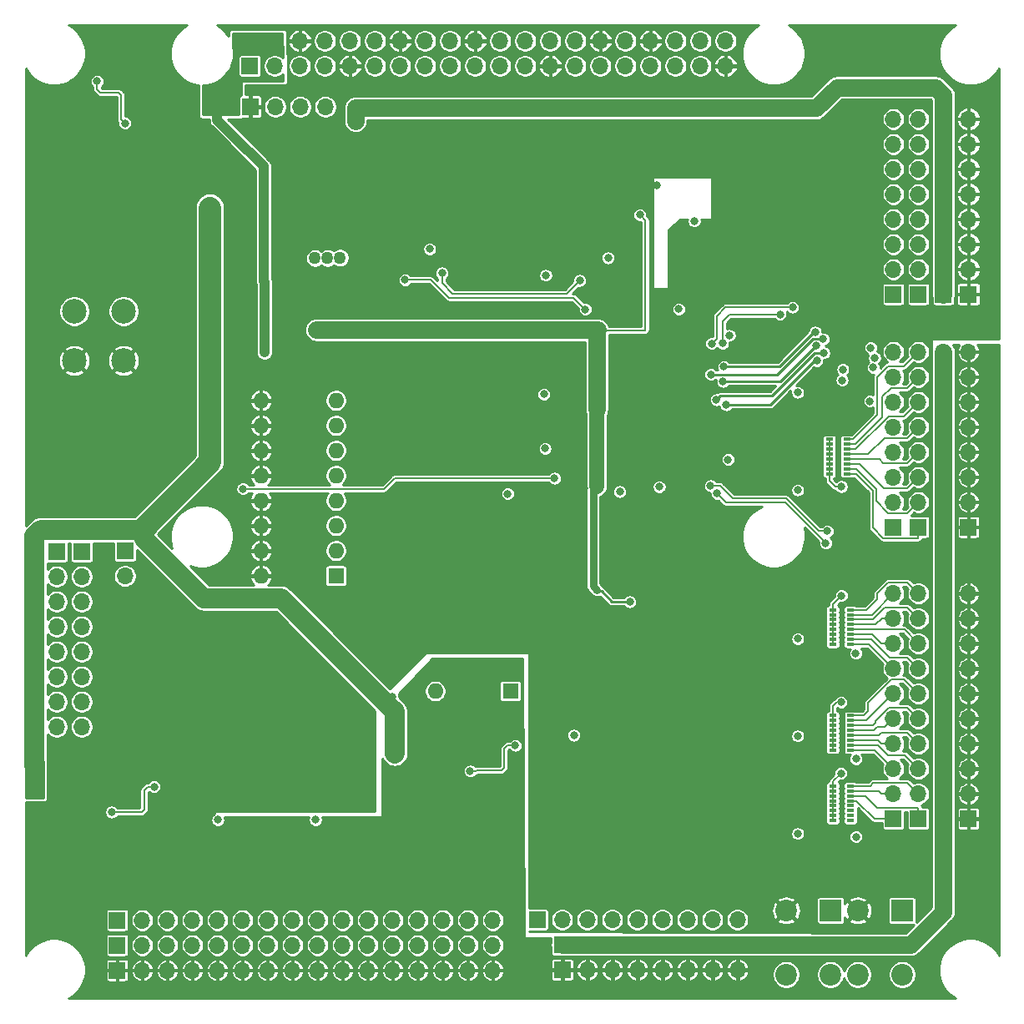
<source format=gbr>
G04 #@! TF.GenerationSoftware,KiCad,Pcbnew,5.1.5+dfsg1-2build2*
G04 #@! TF.CreationDate,2020-07-20T14:56:00-05:00*
G04 #@! TF.ProjectId,2060-ORIO2,32303630-2d4f-4524-994f-322e6b696361,rev?*
G04 #@! TF.SameCoordinates,Original*
G04 #@! TF.FileFunction,Copper,L4,Bot*
G04 #@! TF.FilePolarity,Positive*
%FSLAX46Y46*%
G04 Gerber Fmt 4.6, Leading zero omitted, Abs format (unit mm)*
G04 Created by KiCad (PCBNEW 5.1.5+dfsg1-2build2) date 2020-07-20 14:56:00*
%MOMM*%
%LPD*%
G04 APERTURE LIST*
%ADD10O,1.600000X1.600000*%
%ADD11R,1.600000X1.600000*%
%ADD12R,0.800000X0.300000*%
%ADD13O,1.700000X1.700000*%
%ADD14R,1.700000X1.700000*%
%ADD15C,2.500000*%
%ADD16C,2.200000*%
%ADD17R,2.200000X2.200000*%
%ADD18C,0.800000*%
%ADD19C,1.270000*%
%ADD20C,1.016000*%
%ADD21C,2.032000*%
%ADD22C,2.286000*%
%ADD23C,0.203200*%
%ADD24C,1.778000*%
%ADD25C,0.762000*%
%ADD26C,0.254000*%
%ADD27C,1.524000*%
%ADD28C,1.016000*%
G04 APERTURE END LIST*
D10*
X114190700Y-110199000D03*
D11*
X121810700Y-110199000D03*
D12*
X154157600Y-87656500D03*
X154157600Y-86656500D03*
X154157600Y-87156500D03*
X154157600Y-86156500D03*
X154157600Y-85656500D03*
X154157600Y-85156500D03*
X155957600Y-87656500D03*
X155957600Y-87156500D03*
X155957600Y-86656500D03*
X155957600Y-86156500D03*
X155957600Y-85656500D03*
X155957600Y-85156500D03*
X154157600Y-88156500D03*
X155957600Y-88156500D03*
X154157600Y-84656500D03*
X155957600Y-84656500D03*
X154514900Y-122828200D03*
X154514900Y-121828200D03*
X154514900Y-122328200D03*
X154514900Y-121328200D03*
X154514900Y-120828200D03*
X154514900Y-120328200D03*
X156314900Y-122828200D03*
X156314900Y-122328200D03*
X156314900Y-121828200D03*
X156314900Y-121328200D03*
X156314900Y-120828200D03*
X156314900Y-120328200D03*
X154514900Y-123328200D03*
X156314900Y-123328200D03*
X154514900Y-119828200D03*
X156314900Y-119828200D03*
X154516600Y-115682100D03*
X154516600Y-114682100D03*
X154516600Y-115182100D03*
X154516600Y-114182100D03*
X154516600Y-113682100D03*
X154516600Y-113182100D03*
X156316600Y-115682100D03*
X156316600Y-115182100D03*
X156316600Y-114682100D03*
X156316600Y-114182100D03*
X156316600Y-113682100D03*
X156316600Y-113182100D03*
X154516600Y-116182100D03*
X156316600Y-116182100D03*
X154516600Y-112682100D03*
X156316600Y-112682100D03*
X154514900Y-104946600D03*
X154514900Y-103946600D03*
X154514900Y-104446600D03*
X154514900Y-103446600D03*
X154514900Y-102946600D03*
X154514900Y-102446600D03*
X156314900Y-104946600D03*
X156314900Y-104446600D03*
X156314900Y-103946600D03*
X156314900Y-103446600D03*
X156314900Y-102946600D03*
X156314900Y-102446600D03*
X154514900Y-105446600D03*
X156314900Y-105446600D03*
X154514900Y-101946600D03*
X156314900Y-101946600D03*
D13*
X82707400Y-98515000D03*
D14*
X82707400Y-95975000D03*
D13*
X78313200Y-113805800D03*
X78313200Y-111265800D03*
X78313200Y-108725800D03*
X78313200Y-106185800D03*
X78313200Y-103645800D03*
X78313200Y-101105800D03*
X78313200Y-98565800D03*
D14*
X78313200Y-96025800D03*
D13*
X103027400Y-50915400D03*
X100487400Y-50915400D03*
X97947400Y-50915400D03*
D14*
X95407400Y-50915400D03*
D13*
X144835800Y-133389200D03*
X142295800Y-133389200D03*
X139755800Y-133389200D03*
X137215800Y-133389200D03*
X134675800Y-133389200D03*
X132135800Y-133389200D03*
X129595800Y-133389200D03*
X127055800Y-133389200D03*
D14*
X124515800Y-133389200D03*
D13*
X143630000Y-44230000D03*
X143630000Y-46770000D03*
X141090000Y-44230000D03*
X141090000Y-46770000D03*
X138550000Y-44230000D03*
X138550000Y-46770000D03*
X136010000Y-44230000D03*
X136010000Y-46770000D03*
X133470000Y-44230000D03*
X133470000Y-46770000D03*
X130930000Y-44230000D03*
X130930000Y-46770000D03*
X128390000Y-44230000D03*
X128390000Y-46770000D03*
X125850000Y-44230000D03*
X125850000Y-46770000D03*
X123310000Y-44230000D03*
X123310000Y-46770000D03*
X120770000Y-44230000D03*
X120770000Y-46770000D03*
X118230000Y-44230000D03*
X118230000Y-46770000D03*
X115690000Y-44230000D03*
X115690000Y-46770000D03*
X113150000Y-44230000D03*
X113150000Y-46770000D03*
X110610000Y-44230000D03*
X110610000Y-46770000D03*
X108070000Y-44230000D03*
X108070000Y-46770000D03*
X105530000Y-44230000D03*
X105530000Y-46770000D03*
X102990000Y-44230000D03*
X102990000Y-46770000D03*
X100450000Y-44230000D03*
X100450000Y-46770000D03*
X97910000Y-44230000D03*
X97910000Y-46770000D03*
X95370000Y-44230000D03*
D14*
X95370000Y-46770000D03*
D13*
X120020000Y-138520000D03*
X117480000Y-138520000D03*
X114940000Y-138520000D03*
X112400000Y-138520000D03*
X109860000Y-138520000D03*
X107320000Y-138520000D03*
X104780000Y-138520000D03*
X102240000Y-138520000D03*
X99700000Y-138520000D03*
X97160000Y-138520000D03*
X94620000Y-138520000D03*
X92080000Y-138520000D03*
X89540000Y-138520000D03*
X87000000Y-138520000D03*
X84460000Y-138520000D03*
D14*
X81920000Y-138520000D03*
D13*
X120020000Y-135980000D03*
X117480000Y-135980000D03*
X114940000Y-135980000D03*
X112400000Y-135980000D03*
X109860000Y-135980000D03*
X107320000Y-135980000D03*
X104780000Y-135980000D03*
X102240000Y-135980000D03*
X99700000Y-135980000D03*
X97160000Y-135980000D03*
X94620000Y-135980000D03*
X92080000Y-135980000D03*
X89540000Y-135980000D03*
X87000000Y-135980000D03*
X84460000Y-135980000D03*
D14*
X81920000Y-135980000D03*
D13*
X120020000Y-133440000D03*
X117480000Y-133440000D03*
X114940000Y-133440000D03*
X112400000Y-133440000D03*
X109860000Y-133440000D03*
X107320000Y-133440000D03*
X104780000Y-133440000D03*
X102240000Y-133440000D03*
X99700000Y-133440000D03*
X97160000Y-133440000D03*
X94620000Y-133440000D03*
X92080000Y-133440000D03*
X89540000Y-133440000D03*
X87000000Y-133440000D03*
X84460000Y-133440000D03*
D14*
X81920000Y-133440000D03*
D13*
X165740000Y-52160000D03*
X165740000Y-54700000D03*
X165740000Y-57240000D03*
X165740000Y-59780000D03*
X165740000Y-62320000D03*
X165740000Y-64860000D03*
X165740000Y-67400000D03*
D14*
X165740000Y-69940000D03*
D13*
X168280000Y-75782000D03*
X168280000Y-78322000D03*
X168280000Y-80862000D03*
X168280000Y-83402000D03*
X168280000Y-85942000D03*
X168280000Y-88482000D03*
X168280000Y-91022000D03*
D14*
X168280000Y-93562000D03*
D13*
X168280000Y-52160000D03*
X168280000Y-54700000D03*
X168280000Y-57240000D03*
X168280000Y-59780000D03*
X168280000Y-62320000D03*
X168280000Y-64860000D03*
X168280000Y-67400000D03*
D14*
X168280000Y-69940000D03*
D13*
X165740000Y-75782000D03*
X165740000Y-78322000D03*
X165740000Y-80862000D03*
X165740000Y-83402000D03*
X165740000Y-85942000D03*
X165740000Y-88482000D03*
X165740000Y-91022000D03*
D14*
X165740000Y-93562000D03*
D13*
X160660000Y-75782000D03*
X160660000Y-78322000D03*
X160660000Y-80862000D03*
X160660000Y-83402000D03*
X160660000Y-85942000D03*
X160660000Y-88482000D03*
X160660000Y-91022000D03*
D14*
X160660000Y-93562000D03*
D13*
X163200000Y-52160000D03*
X163200000Y-54700000D03*
X163200000Y-57240000D03*
X163200000Y-59780000D03*
X163200000Y-62320000D03*
X163200000Y-64860000D03*
X163200000Y-67400000D03*
D14*
X163200000Y-69940000D03*
D13*
X163200000Y-75782000D03*
X163200000Y-78322000D03*
X163200000Y-80862000D03*
X163200000Y-83402000D03*
X163200000Y-85942000D03*
X163200000Y-88482000D03*
X163200000Y-91022000D03*
D14*
X163200000Y-93562000D03*
D13*
X160660000Y-52160000D03*
X160660000Y-54700000D03*
X160660000Y-57240000D03*
X160660000Y-59780000D03*
X160660000Y-62320000D03*
X160660000Y-64860000D03*
X160660000Y-67400000D03*
D14*
X160660000Y-69940000D03*
D15*
X77565800Y-71656400D03*
X82565800Y-71656400D03*
X82565800Y-76656400D03*
X77565800Y-76656400D03*
D13*
X168280000Y-100293000D03*
X168280000Y-102833000D03*
X168280000Y-105373000D03*
X168280000Y-107913000D03*
X168280000Y-110453000D03*
X168280000Y-112993000D03*
X168280000Y-115533000D03*
X168280000Y-118073000D03*
X168280000Y-120613000D03*
D14*
X168280000Y-123153000D03*
D13*
X165740000Y-100293000D03*
X165740000Y-102833000D03*
X165740000Y-105373000D03*
X165740000Y-107913000D03*
X165740000Y-110453000D03*
X165740000Y-112993000D03*
X165740000Y-115533000D03*
X165740000Y-118073000D03*
X165740000Y-120613000D03*
D14*
X165740000Y-123153000D03*
D13*
X163200000Y-100293000D03*
X163200000Y-102833000D03*
X163200000Y-105373000D03*
X163200000Y-107913000D03*
X163200000Y-110453000D03*
X163200000Y-112993000D03*
X163200000Y-115533000D03*
X163200000Y-118073000D03*
X163200000Y-120613000D03*
D14*
X163200000Y-123153000D03*
D13*
X160660000Y-100293000D03*
X160660000Y-102833000D03*
X160660000Y-105373000D03*
X160660000Y-107913000D03*
X160660000Y-110453000D03*
X160660000Y-112993000D03*
X160660000Y-115533000D03*
X160660000Y-118073000D03*
X160660000Y-120613000D03*
D14*
X160660000Y-123153000D03*
D13*
X75773200Y-113805800D03*
X75773200Y-111265800D03*
X75773200Y-108725800D03*
X75773200Y-106185800D03*
X75773200Y-103645800D03*
X75773200Y-101105800D03*
X75773200Y-98565800D03*
D14*
X75773200Y-96025800D03*
D13*
X144861200Y-138469200D03*
X142321200Y-138469200D03*
X139781200Y-138469200D03*
X137241200Y-138469200D03*
X134701200Y-138469200D03*
X132161200Y-138469200D03*
X129621200Y-138469200D03*
D14*
X127081200Y-138469200D03*
D13*
X144861200Y-135929200D03*
X142321200Y-135929200D03*
X139781200Y-135929200D03*
X137241200Y-135929200D03*
X134701200Y-135929200D03*
X132161200Y-135929200D03*
X129621200Y-135929200D03*
D14*
X127081200Y-135929200D03*
D16*
X157049000Y-132449400D03*
X157049000Y-138949400D03*
X161549000Y-138949400D03*
D17*
X161549000Y-132449400D03*
D16*
X149784600Y-132449400D03*
X149784600Y-138949400D03*
X154284600Y-138949400D03*
D17*
X154284600Y-132449400D03*
D10*
X96499600Y-98489600D03*
X104119600Y-80709600D03*
X96499600Y-95949600D03*
X104119600Y-83249600D03*
X96499600Y-93409600D03*
X104119600Y-85789600D03*
X96499600Y-90869600D03*
X104119600Y-88329600D03*
X96499600Y-88329600D03*
X104119600Y-90869600D03*
X96499600Y-85789600D03*
X104119600Y-93409600D03*
X96499600Y-83249600D03*
X104119600Y-95949600D03*
X96499600Y-80709600D03*
D11*
X104119600Y-98489600D03*
D18*
X136453800Y-102934600D03*
X131704000Y-61685000D03*
X127386000Y-71527500D03*
X116159200Y-65495000D03*
X131704000Y-60732500D03*
X133799500Y-61621500D03*
X133799500Y-60605500D03*
X137927000Y-57430500D03*
X136657000Y-58891000D03*
X142562500Y-57621000D03*
X140467000Y-72797500D03*
X139197000Y-64225000D03*
X139762190Y-65426966D03*
X144073800Y-83071800D03*
X99446000Y-62828000D03*
X99446000Y-70194000D03*
X100589000Y-62828000D03*
X100652500Y-70194000D03*
X119956500Y-53430000D03*
X145496200Y-67196800D03*
X144531000Y-66384000D03*
X154792600Y-60618200D03*
X117962600Y-79693600D03*
X117988000Y-81649400D03*
X117962600Y-85688000D03*
X121696400Y-91352200D03*
X125201600Y-78576000D03*
X141406800Y-90234600D03*
X120705800Y-92316170D03*
X122016440Y-93468020D03*
X137564392Y-90188453D03*
X130789600Y-114847200D03*
X137546000Y-96965600D03*
X148899800Y-74004000D03*
X131348400Y-99334190D03*
X137139600Y-111977000D03*
X145313320Y-92591720D03*
X132107860Y-121143860D03*
X129865040Y-121214980D03*
X127675560Y-121126080D03*
X127995600Y-125639660D03*
X130561000Y-125632040D03*
X133118780Y-125685380D03*
X135646080Y-125639660D03*
X138186080Y-125693000D03*
X140741320Y-125675220D03*
X143207660Y-125621880D03*
X145790840Y-125667600D03*
X143217820Y-122251300D03*
X145813700Y-122284320D03*
X140718460Y-122261460D03*
X138155600Y-122304640D03*
X135602900Y-122439260D03*
X163784200Y-131649300D03*
X163720700Y-128832440D03*
X156387720Y-128702900D03*
X100690600Y-119343000D03*
X92130800Y-126277200D03*
X158183500Y-126137500D03*
X159072500Y-126137500D03*
X159961500Y-126137500D03*
X125354000Y-87063102D03*
X126700000Y-116050000D03*
X116210000Y-105500000D03*
X118242000Y-105500000D03*
X124592000Y-105500000D03*
X126624000Y-105500000D03*
X89844800Y-120359000D03*
X111866600Y-120943200D03*
X111892000Y-122848200D03*
X111892000Y-124753200D03*
X137139600Y-115075800D03*
X138155600Y-113374000D03*
X92080000Y-102452000D03*
X90048000Y-102452000D03*
X78338600Y-88202600D03*
X78262400Y-85815000D03*
X78262400Y-84545000D03*
X78262400Y-83275000D03*
X80548400Y-88228000D03*
X147706000Y-82259000D03*
X148976000Y-82259000D03*
X142753000Y-87720000D03*
X144683400Y-70117800D03*
X154564000Y-52922000D03*
X155834000Y-52922000D03*
X157154800Y-52922000D03*
X158374000Y-98134000D03*
X159644000Y-98134000D03*
X160914000Y-98134000D03*
X164216000Y-43524000D03*
X159136000Y-43524000D03*
X154056000Y-43524000D03*
X79151400Y-90260000D03*
X80167400Y-90260000D03*
X82453400Y-90260000D03*
X83342400Y-90260000D03*
X79507000Y-44832100D03*
X132415200Y-71387800D03*
X122534600Y-68974800D03*
X156799200Y-107532000D03*
X156850000Y-72683200D03*
X156850000Y-82589200D03*
X156850000Y-90006000D03*
X148874400Y-88837600D03*
X152481200Y-89802800D03*
X152481200Y-104788800D03*
X152481200Y-114644000D03*
X152481200Y-124550000D03*
X98023600Y-126429600D03*
X107828000Y-126378800D03*
X101986000Y-126429600D03*
X102628500Y-120471500D03*
X119001460Y-52838180D03*
X113347420Y-52751820D03*
X121594800Y-61659600D03*
X126954200Y-62218400D03*
X127843200Y-63132800D03*
X122204400Y-114212200D03*
X122229800Y-117158600D03*
X111917400Y-126683600D03*
X111409400Y-118555600D03*
X112603200Y-119647800D03*
X113847800Y-118555600D03*
X112425400Y-112739000D03*
X112425400Y-114669400D03*
X75925600Y-122848200D03*
X74604800Y-122010000D03*
X77094000Y-121756000D03*
X78770400Y-123143600D03*
X115295600Y-118860400D03*
X74706400Y-124524600D03*
X74681000Y-126455000D03*
X74706400Y-128360000D03*
X74681000Y-130366600D03*
X75697000Y-116752200D03*
X85679200Y-118403200D03*
X85679200Y-121400400D03*
X79100600Y-55208000D03*
X78872000Y-118885800D03*
X82351800Y-59195800D03*
X83367800Y-58027400D03*
X83418600Y-55182600D03*
X78846600Y-58306800D03*
X76890800Y-58306800D03*
X85501400Y-58814800D03*
X87431800Y-58814800D03*
X89311400Y-58814800D03*
X91241800Y-58814800D03*
X81437400Y-48400800D03*
X78364000Y-48375400D03*
X77373400Y-49442200D03*
X152350705Y-79970610D03*
X158120000Y-118123800D03*
D19*
X101986000Y-66282400D03*
X103256000Y-66282400D03*
X104526000Y-66231600D03*
D18*
X131722154Y-66238846D03*
X125392100Y-68009600D03*
X140467000Y-62510500D03*
X138892200Y-71438600D03*
X125201600Y-80074600D03*
X125328600Y-85586400D03*
X143896000Y-86704000D03*
X121526710Y-90176710D03*
X144023000Y-74105600D03*
X136911000Y-89472600D03*
X132908733Y-89963731D03*
X113619200Y-65342600D03*
X128249600Y-114669400D03*
X102036800Y-123254600D03*
X92131906Y-123268275D03*
X150957200Y-114745600D03*
X150957200Y-124651600D03*
X150957200Y-104890400D03*
X150957200Y-79896800D03*
X150957200Y-89802800D03*
X156850000Y-106363600D03*
X156875400Y-117082400D03*
X156875400Y-124981800D03*
D20*
X110037800Y-112942200D03*
X110037800Y-114110600D03*
X110063200Y-115279000D03*
D19*
X91318000Y-65825200D03*
X91318000Y-64301200D03*
D18*
X74147600Y-120714600D03*
X74147600Y-119876400D03*
X74147600Y-119038200D03*
X73309400Y-120714600D03*
X73309400Y-119876400D03*
X73309400Y-119038200D03*
X109783800Y-110757800D03*
D19*
X91318000Y-62777200D03*
X91318000Y-61253200D03*
X91318000Y-67349200D03*
D20*
X110063200Y-116422000D03*
D19*
X102138400Y-73546800D03*
X103408400Y-73546800D03*
X104678400Y-73546800D03*
D18*
X130586400Y-73597600D03*
X134942500Y-61875500D03*
X130586400Y-76505900D03*
X130586400Y-81585900D03*
X133913800Y-101131200D03*
X130586400Y-89428110D03*
X150423800Y-71260800D03*
X142219600Y-74943800D03*
X143337200Y-74918400D03*
X149153800Y-71972000D03*
X128846500Y-68543000D03*
X114860347Y-67774690D03*
X111130000Y-68479500D03*
X129410000Y-71472004D03*
D20*
X96765000Y-61315400D03*
X96855200Y-75832800D03*
X96765000Y-68579800D03*
X96765000Y-60299400D03*
X96765000Y-67541000D03*
X96855200Y-74766000D03*
D18*
X91064000Y-49112000D03*
X91064000Y-50128000D03*
X91064000Y-51144000D03*
X92080000Y-51144000D03*
X92080000Y-50128000D03*
X92080000Y-49112000D03*
X93096000Y-49112000D03*
X155372500Y-89455600D03*
X155389500Y-100496200D03*
X155351400Y-111316600D03*
X155336160Y-118545440D03*
X158365015Y-75361790D03*
X158751229Y-76388540D03*
X158608363Y-77381527D03*
X158292378Y-80773037D03*
X155529202Y-77560000D03*
X155459390Y-78662590D03*
D19*
X107472400Y-50991600D03*
X106100800Y-52363200D03*
X106100800Y-51042400D03*
D18*
X143689333Y-81155650D03*
X152887600Y-76696400D03*
X142702200Y-80633400D03*
X153598796Y-75883600D03*
X143362600Y-78779200D03*
X152819947Y-75161877D03*
X142143396Y-78068000D03*
X153550026Y-74475454D03*
X143471215Y-77282908D03*
X152735513Y-73779976D03*
X142773303Y-90163454D03*
X153802000Y-95187600D03*
X142118000Y-89371000D03*
X153954400Y-93968400D03*
X94670800Y-89675800D03*
X126268400Y-88609000D03*
X117734000Y-118301600D03*
X122306000Y-115710800D03*
X82707400Y-52591800D03*
X79888000Y-48324600D03*
X81361200Y-122467200D03*
X85653800Y-119901800D03*
D21*
X73519210Y-117742800D02*
X73519210Y-117742800D01*
X73519210Y-94480790D02*
X73519210Y-117742800D01*
X74184000Y-93816000D02*
X73519210Y-94480790D01*
X84409200Y-93816000D02*
X74184000Y-93816000D01*
D22*
X91318000Y-61126200D02*
X91318000Y-70397200D01*
X91318000Y-86907200D02*
X84409200Y-93816000D01*
X91318000Y-67349200D02*
X91318000Y-86907200D01*
D21*
X110063200Y-112263200D02*
X110063200Y-116523600D01*
X98575600Y-100775600D02*
X109843900Y-112043900D01*
X90683918Y-100775600D02*
X98575600Y-100775600D01*
X84675900Y-94767582D02*
X90683918Y-100775600D01*
X84675900Y-93955700D02*
X84675900Y-94767582D01*
X109843900Y-112043900D02*
X110063200Y-112263200D01*
D23*
X135514000Y-62447000D02*
X134942500Y-61875500D01*
X135514000Y-73559500D02*
X135514000Y-62447000D01*
D24*
X130586400Y-73597600D02*
X130586400Y-76505900D01*
X130586400Y-76505900D02*
X130586400Y-81585900D01*
D25*
X130586400Y-99962800D02*
X130586400Y-99962800D01*
D26*
X132110400Y-101131200D02*
X133913800Y-101131200D01*
X130561000Y-100064400D02*
X131043600Y-100064400D01*
X131043600Y-100064400D02*
X132110400Y-101131200D01*
D27*
X130586400Y-81585900D02*
X130586400Y-89428110D01*
D25*
X130186401Y-99562801D02*
X130186401Y-89828109D01*
X130186401Y-89828109D02*
X130586400Y-89428110D01*
X130586400Y-99962800D02*
X130186401Y-99562801D01*
D24*
X130637200Y-73546800D02*
X130586400Y-73597600D01*
X102138400Y-73546800D02*
X130637200Y-73546800D01*
D23*
X135475900Y-73597600D02*
X130586400Y-73597600D01*
X135514000Y-73559500D02*
X135475900Y-73597600D01*
X142727600Y-74435800D02*
X142219600Y-74943800D01*
X142727600Y-72175200D02*
X142727600Y-74435800D01*
X150423800Y-71260800D02*
X143642000Y-71260800D01*
X143642000Y-71260800D02*
X142727600Y-72175200D01*
X143337200Y-74918400D02*
X143337200Y-72657800D01*
X144023000Y-71972000D02*
X149153800Y-71972000D01*
X143337200Y-72657800D02*
X144023000Y-71972000D01*
X114860347Y-68780847D02*
X114860347Y-67774690D01*
X115956000Y-69876500D02*
X114860347Y-68780847D01*
X128846500Y-68543000D02*
X127513000Y-69876500D01*
X127513000Y-69876500D02*
X115956000Y-69876500D01*
X115536911Y-70282911D02*
X128220907Y-70282911D01*
X113733500Y-68479500D02*
X115536911Y-70282911D01*
X128220907Y-70282911D02*
X129410000Y-71472004D01*
X111130000Y-68479500D02*
X113733500Y-68479500D01*
D28*
X96855200Y-75832800D02*
X96855200Y-68670000D01*
X96855200Y-68670000D02*
X96765000Y-68579800D01*
X96765000Y-56972000D02*
X93604000Y-53811000D01*
X96765000Y-68579800D02*
X96765000Y-56972000D01*
X92080000Y-52287000D02*
X92080000Y-51144000D01*
X93604000Y-53811000D02*
X92080000Y-52287000D01*
D24*
X165740000Y-75782000D02*
X165740000Y-93562000D01*
X165740000Y-93562000D02*
X165740000Y-123153000D01*
X165740000Y-132601800D02*
X165740000Y-123153000D01*
X162412600Y-135929200D02*
X165740000Y-132601800D01*
X127081200Y-135929200D02*
X162412600Y-135929200D01*
D23*
X154157600Y-84656500D02*
X154157600Y-88850300D01*
X154762900Y-89455600D02*
X155372500Y-89455600D01*
X154157600Y-88850300D02*
X154762900Y-89455600D01*
X154514900Y-101370800D02*
X155389500Y-100496200D01*
X154514900Y-105446600D02*
X154514900Y-101370800D01*
X154516600Y-116182100D02*
X154516600Y-111719600D01*
X154919600Y-111316600D02*
X155351400Y-111316600D01*
X154516600Y-111719600D02*
X154919600Y-111316600D01*
X154514900Y-119366700D02*
X155336160Y-118545440D01*
X154514900Y-123328200D02*
X154514900Y-119366700D01*
X158506400Y-102446600D02*
X156314900Y-102446600D01*
X160660000Y-100293000D02*
X158506400Y-102446600D01*
X158878000Y-103446600D02*
X156314900Y-103446600D01*
X159491600Y-102833000D02*
X158878000Y-103446600D01*
X160660000Y-102833000D02*
X159491600Y-102833000D01*
X156918100Y-104446600D02*
X156314900Y-104446600D01*
X158531519Y-104446600D02*
X156918100Y-104446600D01*
X159457919Y-105373000D02*
X158531519Y-104446600D01*
X160660000Y-105373000D02*
X159457919Y-105373000D01*
X156918100Y-105446600D02*
X156920700Y-105449200D01*
X156314900Y-105446600D02*
X156918100Y-105446600D01*
X158196200Y-105449200D02*
X160660000Y-107913000D01*
X156920700Y-105449200D02*
X158196200Y-105449200D01*
X160660000Y-110453000D02*
X157930900Y-113182100D01*
X157930900Y-113182100D02*
X156316600Y-113182100D01*
X159025119Y-113842999D02*
X158686018Y-114182100D01*
X159810001Y-113842999D02*
X159025119Y-113842999D01*
X158686018Y-114182100D02*
X156919800Y-114182100D01*
X160660000Y-112993000D02*
X159810001Y-113842999D01*
X156919800Y-114182100D02*
X156316600Y-114182100D01*
X158769100Y-116182100D02*
X156316600Y-116182100D01*
X160660000Y-118073000D02*
X158769100Y-116182100D01*
X156918100Y-120328200D02*
X156314900Y-120328200D01*
X159173119Y-120328200D02*
X156918100Y-120328200D01*
X159457919Y-120613000D02*
X159173119Y-120328200D01*
X160660000Y-120613000D02*
X159457919Y-120613000D01*
X158742900Y-123153000D02*
X156918100Y-121328200D01*
X160660000Y-123153000D02*
X158742900Y-123153000D01*
X156918100Y-121328200D02*
X156314900Y-121328200D01*
X162095999Y-99188999D02*
X160130079Y-99188999D01*
X163200000Y-100293000D02*
X162095999Y-99188999D01*
X160130079Y-99188999D02*
X159021700Y-100297378D01*
X159021700Y-100297378D02*
X159021700Y-100877200D01*
X157952300Y-101946600D02*
X156314900Y-101946600D01*
X159021700Y-100877200D02*
X157952300Y-101946600D01*
X162095999Y-101728999D02*
X159770101Y-101728999D01*
X163200000Y-102833000D02*
X162095999Y-101728999D01*
X158552500Y-102946600D02*
X156314900Y-102946600D01*
X159770101Y-101728999D02*
X158552500Y-102946600D01*
X161773600Y-103946600D02*
X156314900Y-103946600D01*
X163200000Y-105373000D02*
X161773600Y-103946600D01*
X156918100Y-104946600D02*
X156314900Y-104946600D01*
X158407522Y-104946600D02*
X156918100Y-104946600D01*
X160269921Y-106808999D02*
X158407522Y-104946600D01*
X162095999Y-106808999D02*
X160269921Y-106808999D01*
X163200000Y-107913000D02*
X162095999Y-106808999D01*
X160462077Y-109017001D02*
X158120000Y-111359078D01*
X161764001Y-109017001D02*
X160462077Y-109017001D01*
X163200000Y-110453000D02*
X161764001Y-109017001D01*
X158120000Y-111359078D02*
X158120000Y-112256400D01*
X157694300Y-112682100D02*
X156316600Y-112682100D01*
X158120000Y-112256400D02*
X157694300Y-112682100D01*
X156919800Y-113682100D02*
X156316600Y-113682100D01*
X158568809Y-113682100D02*
X156919800Y-113682100D01*
X158856611Y-113394298D02*
X158568809Y-113682100D01*
X160171410Y-111888999D02*
X158856611Y-113203798D01*
X162095999Y-111888999D02*
X160171410Y-111888999D01*
X163200000Y-112993000D02*
X162095999Y-111888999D01*
X158856611Y-113203798D02*
X158856611Y-113394298D01*
X162095999Y-114428999D02*
X159439901Y-114428999D01*
X163200000Y-115533000D02*
X162095999Y-114428999D01*
X159186800Y-114682100D02*
X156316600Y-114682100D01*
X159439901Y-114428999D02*
X159186800Y-114682100D01*
X156919800Y-115682100D02*
X156316600Y-115682100D01*
X159099994Y-115682100D02*
X156919800Y-115682100D01*
X160105695Y-116687801D02*
X159099994Y-115682100D01*
X161814801Y-116687801D02*
X160105695Y-116687801D01*
X163200000Y-118073000D02*
X161814801Y-116687801D01*
X162095999Y-119508999D02*
X158614401Y-119508999D01*
X163200000Y-120613000D02*
X162095999Y-119508999D01*
X158295200Y-119828200D02*
X156314900Y-119828200D01*
X158614401Y-119508999D02*
X158295200Y-119828200D01*
X163200000Y-122099800D02*
X163149199Y-122048999D01*
X163200000Y-123153000D02*
X163200000Y-122099800D01*
X163149199Y-122048999D02*
X159008101Y-122048999D01*
X157787302Y-120828200D02*
X156314900Y-120828200D01*
X159008101Y-122048999D02*
X157787302Y-120828200D01*
X156560800Y-84656500D02*
X155957600Y-84656500D01*
X159021700Y-82195600D02*
X156560800Y-84656500D01*
X163200000Y-75782000D02*
X161764001Y-77217999D01*
X160130079Y-77217999D02*
X159021700Y-78326378D01*
X159021700Y-78326378D02*
X159021700Y-82195600D01*
X161764001Y-77217999D02*
X160130079Y-77217999D01*
X156560800Y-85156500D02*
X155957600Y-85156500D01*
X156840492Y-85156500D02*
X156560800Y-85156500D01*
X160462077Y-79426001D02*
X159555100Y-80332978D01*
X159555100Y-82441892D02*
X156840492Y-85156500D01*
X162095999Y-79426001D02*
X160462077Y-79426001D01*
X163200000Y-78322000D02*
X162095999Y-79426001D01*
X159555100Y-80332978D02*
X159555100Y-82441892D01*
X156560800Y-85656500D02*
X155957600Y-85656500D01*
X156843400Y-85656500D02*
X156560800Y-85656500D01*
X160201901Y-82297999D02*
X156843400Y-85656500D01*
X163200000Y-80862000D02*
X161764001Y-82297999D01*
X161764001Y-82297999D02*
X160201901Y-82297999D01*
X156191000Y-86156500D02*
X155957600Y-86156500D01*
X158096000Y-86156500D02*
X156191000Y-86156500D01*
X159746499Y-84506001D02*
X158096000Y-86156500D01*
X162095999Y-84506001D02*
X159746499Y-84506001D01*
X163200000Y-83402000D02*
X162095999Y-84506001D01*
X156560800Y-86656500D02*
X155957600Y-86656500D01*
X159253600Y-86656500D02*
X156560800Y-86656500D01*
X159643101Y-87046001D02*
X159253600Y-86656500D01*
X162095999Y-87046001D02*
X159643101Y-87046001D01*
X163200000Y-85942000D02*
X162095999Y-87046001D01*
D26*
X158247000Y-80818415D02*
X158292378Y-80773037D01*
D23*
X163200000Y-88482000D02*
X162095999Y-89586001D01*
X162095999Y-89586001D02*
X159688810Y-89586001D01*
X159688810Y-89586001D02*
X157259309Y-87156500D01*
X157259309Y-87156500D02*
X156560800Y-87156500D01*
X156560800Y-87156500D02*
X155957600Y-87156500D01*
X163200000Y-91022000D02*
X162095999Y-92126001D01*
X162095999Y-92126001D02*
X160130079Y-92126001D01*
X160130079Y-92126001D02*
X158920111Y-90916033D01*
X158920111Y-90916033D02*
X158920111Y-89719002D01*
X158920111Y-89719002D02*
X156857609Y-87656500D01*
X156857609Y-87656500D02*
X156560800Y-87656500D01*
X156560800Y-87656500D02*
X155957600Y-87656500D01*
X159606799Y-94666001D02*
X158564500Y-93623702D01*
X163149199Y-94666001D02*
X159606799Y-94666001D01*
X163200000Y-94615200D02*
X163149199Y-94666001D01*
X163200000Y-93562000D02*
X163200000Y-94615200D01*
X158564500Y-93623702D02*
X158564500Y-89866300D01*
X156854700Y-88156500D02*
X155957600Y-88156500D01*
X158564500Y-89866300D02*
X156854700Y-88156500D01*
D24*
X106100800Y-51042400D02*
X106100800Y-52363200D01*
X152836800Y-51042400D02*
X106100800Y-51042400D01*
X154919600Y-48959600D02*
X152836800Y-51042400D01*
X164978000Y-48959600D02*
X154919600Y-48959600D01*
X165740000Y-69940000D02*
X165740000Y-49721600D01*
X165740000Y-49721600D02*
X164978000Y-48959600D01*
D23*
X156919800Y-115182100D02*
X156316600Y-115182100D01*
X159107019Y-115182100D02*
X156919800Y-115182100D01*
X159457919Y-115533000D02*
X159107019Y-115182100D01*
X160660000Y-115533000D02*
X159457919Y-115533000D01*
D26*
X152633600Y-76696400D02*
X152887600Y-76696400D01*
X148174350Y-81155650D02*
X152633600Y-76696400D01*
X143689333Y-81155650D02*
X148174350Y-81155650D01*
X142702200Y-80633400D02*
X143102199Y-80233401D01*
X143102199Y-80233401D02*
X148345083Y-80233401D01*
X148345083Y-80233401D02*
X152694884Y-75883600D01*
X152694884Y-75883600D02*
X153033111Y-75883600D01*
X153033111Y-75883600D02*
X153598796Y-75883600D01*
X143362600Y-78779200D02*
X149202624Y-78779200D01*
X152419948Y-75561876D02*
X152819947Y-75161877D01*
X149202624Y-78779200D02*
X152419948Y-75561876D01*
X142143396Y-78068000D02*
X148884886Y-78068000D01*
X148884886Y-78068000D02*
X152477432Y-74475454D01*
X152477432Y-74475454D02*
X152984341Y-74475454D01*
X152984341Y-74475454D02*
X153550026Y-74475454D01*
X143471215Y-77282908D02*
X149095227Y-77282908D01*
X149095227Y-77282908D02*
X152598159Y-73779976D01*
X152598159Y-73779976D02*
X152735513Y-73779976D01*
D23*
X142773303Y-90163454D02*
X143677916Y-91068067D01*
X153402001Y-94787601D02*
X153802000Y-95187600D01*
X143677916Y-91068067D02*
X149682467Y-91068067D01*
X149682467Y-91068067D02*
X153402001Y-94787601D01*
X153446400Y-93968400D02*
X153954400Y-93968400D01*
X153090800Y-93968400D02*
X153446400Y-93968400D01*
X149779961Y-90657561D02*
X153090800Y-93968400D01*
X144351246Y-90657561D02*
X149779961Y-90657561D01*
X143064685Y-89371000D02*
X144351246Y-90657561D01*
X142118000Y-89371000D02*
X143064685Y-89371000D01*
X94670800Y-89675800D02*
X108971000Y-89675800D01*
X108971000Y-89675800D02*
X110037800Y-88609000D01*
X110037800Y-88609000D02*
X124820600Y-88609000D01*
X124820600Y-88609000D02*
X126268400Y-88609000D01*
X118299685Y-118301600D02*
X118350485Y-118250800D01*
X117734000Y-118301600D02*
X118299685Y-118301600D01*
X118350485Y-118250800D02*
X120883600Y-118250800D01*
X120883600Y-118250800D02*
X121188400Y-117946000D01*
X121188400Y-117946000D02*
X121188400Y-116015600D01*
X121493200Y-115710800D02*
X122306000Y-115710800D01*
X121188400Y-116015600D02*
X121493200Y-115710800D01*
X82307401Y-52191801D02*
X82307401Y-51035999D01*
X82707400Y-52591800D02*
X82307401Y-52191801D01*
X82307401Y-51035999D02*
X82301000Y-51029598D01*
X82301000Y-51029598D02*
X82301000Y-49696200D01*
X82301000Y-49696200D02*
X82072400Y-49467600D01*
X82072400Y-49467600D02*
X80192800Y-49467600D01*
X79888000Y-49162800D02*
X79888000Y-48324600D01*
X80192800Y-49467600D02*
X79888000Y-49162800D01*
X81361200Y-122467200D02*
X81926885Y-122467200D01*
X81926885Y-122467200D02*
X84409200Y-122467200D01*
X84409200Y-122467200D02*
X84637800Y-122238600D01*
X84637800Y-122238600D02*
X84637800Y-120257400D01*
X84993400Y-119901800D02*
X85653800Y-119901800D01*
X84637800Y-120257400D02*
X84993400Y-119901800D01*
D26*
G36*
X88971442Y-42640270D02*
G01*
X88442907Y-42993425D01*
X87993425Y-43442907D01*
X87640270Y-43971442D01*
X87397012Y-44558719D01*
X87273000Y-45182168D01*
X87273000Y-45817832D01*
X87397012Y-46441281D01*
X87640270Y-47028558D01*
X87993425Y-47557093D01*
X88442907Y-48006575D01*
X88971442Y-48359730D01*
X89558719Y-48602988D01*
X90149600Y-48720522D01*
X90149600Y-51829800D01*
X90155945Y-51894219D01*
X90174735Y-51956162D01*
X90205249Y-52013249D01*
X90246313Y-52063287D01*
X90296351Y-52104351D01*
X90353438Y-52134865D01*
X90415381Y-52153655D01*
X90479800Y-52160000D01*
X91241800Y-52160000D01*
X91241800Y-52245837D01*
X91237746Y-52287000D01*
X91241800Y-52328163D01*
X91241800Y-52328169D01*
X91253929Y-52451315D01*
X91301858Y-52609316D01*
X91379691Y-52754931D01*
X91484436Y-52882564D01*
X91516418Y-52908811D01*
X93040414Y-54432808D01*
X93040419Y-54432812D01*
X95926801Y-57319195D01*
X95926801Y-60216840D01*
X95926800Y-60216844D01*
X95926800Y-60381956D01*
X95926801Y-60381960D01*
X95926801Y-61232841D01*
X95926800Y-61232844D01*
X95926800Y-61397956D01*
X95926801Y-61397959D01*
X95926800Y-68497244D01*
X95926800Y-68538637D01*
X95922746Y-68579800D01*
X95926800Y-68620963D01*
X95926800Y-68662356D01*
X95934875Y-68702950D01*
X95938929Y-68744115D01*
X95950936Y-68783695D01*
X95959011Y-68824294D01*
X95974852Y-68862536D01*
X95986858Y-68902116D01*
X96006357Y-68938595D01*
X96017001Y-68964293D01*
X96017000Y-75750244D01*
X96017000Y-75915356D01*
X96025075Y-75955950D01*
X96029129Y-75997115D01*
X96041136Y-76036695D01*
X96049211Y-76077294D01*
X96065052Y-76115536D01*
X96077058Y-76155116D01*
X96096557Y-76191595D01*
X96112397Y-76229837D01*
X96135394Y-76264255D01*
X96154891Y-76300731D01*
X96181128Y-76332700D01*
X96204127Y-76367122D01*
X96233399Y-76396394D01*
X96259636Y-76428364D01*
X96291607Y-76454602D01*
X96320878Y-76483873D01*
X96355295Y-76506870D01*
X96387268Y-76533109D01*
X96423749Y-76552609D01*
X96458163Y-76575603D01*
X96496400Y-76591442D01*
X96532883Y-76610942D01*
X96572466Y-76622949D01*
X96610706Y-76638789D01*
X96651302Y-76646864D01*
X96690884Y-76658871D01*
X96732051Y-76662926D01*
X96772644Y-76671000D01*
X96814030Y-76671000D01*
X96855200Y-76675055D01*
X96896370Y-76671000D01*
X96937756Y-76671000D01*
X96978350Y-76662926D01*
X97019515Y-76658871D01*
X97059095Y-76646864D01*
X97099694Y-76638789D01*
X97137936Y-76622948D01*
X97177516Y-76610942D01*
X97213995Y-76591443D01*
X97252237Y-76575603D01*
X97286655Y-76552606D01*
X97323131Y-76533109D01*
X97355100Y-76506872D01*
X97389522Y-76483873D01*
X97418794Y-76454601D01*
X97450764Y-76428364D01*
X97477002Y-76396393D01*
X97506273Y-76367122D01*
X97529270Y-76332705D01*
X97555509Y-76300732D01*
X97575009Y-76264251D01*
X97598003Y-76229837D01*
X97613842Y-76191600D01*
X97633342Y-76155117D01*
X97645349Y-76115534D01*
X97661189Y-76077294D01*
X97669264Y-76036698D01*
X97681271Y-75997116D01*
X97685326Y-75955949D01*
X97693400Y-75915356D01*
X97693400Y-73546800D01*
X100913301Y-73546800D01*
X100936841Y-73785805D01*
X101006556Y-74015625D01*
X101119767Y-74227429D01*
X101272124Y-74413076D01*
X101457771Y-74565433D01*
X101669575Y-74678644D01*
X101899395Y-74748359D01*
X102078507Y-74766000D01*
X129367200Y-74766000D01*
X129367201Y-76445998D01*
X129367200Y-76446008D01*
X129367201Y-81645793D01*
X129384842Y-81824905D01*
X129454557Y-82054725D01*
X129494200Y-82128892D01*
X129494201Y-89481759D01*
X129507452Y-89616299D01*
X129485493Y-89688689D01*
X129481467Y-89729565D01*
X129471761Y-89828109D01*
X129475202Y-89863045D01*
X129475201Y-99527875D01*
X129471761Y-99562801D01*
X129475201Y-99597727D01*
X129475201Y-99597736D01*
X129485492Y-99702220D01*
X129526159Y-99836281D01*
X129592199Y-99959833D01*
X129681074Y-100068127D01*
X129708212Y-100090399D01*
X130058798Y-100440985D01*
X130081073Y-100468127D01*
X130189367Y-100557002D01*
X130312919Y-100623042D01*
X130446980Y-100663709D01*
X130551464Y-100674000D01*
X130551473Y-100674000D01*
X130586399Y-100677440D01*
X130621325Y-100674000D01*
X130621336Y-100674000D01*
X130725820Y-100663709D01*
X130859881Y-100623042D01*
X130922301Y-100589678D01*
X131771230Y-101438608D01*
X131785547Y-101456053D01*
X131802992Y-101470370D01*
X131824406Y-101487944D01*
X131855164Y-101513187D01*
X131934591Y-101555641D01*
X132020773Y-101581785D01*
X132087940Y-101588400D01*
X132087949Y-101588400D01*
X132110399Y-101590611D01*
X132132849Y-101588400D01*
X133341088Y-101588400D01*
X133346617Y-101596675D01*
X133448325Y-101698383D01*
X133567921Y-101778295D01*
X133700809Y-101833339D01*
X133841882Y-101861400D01*
X133985718Y-101861400D01*
X134126791Y-101833339D01*
X134215486Y-101796600D01*
X153783103Y-101796600D01*
X153783103Y-102096600D01*
X153789478Y-102161330D01*
X153800177Y-102196600D01*
X153789478Y-102231870D01*
X153783103Y-102296600D01*
X153783103Y-102596600D01*
X153789478Y-102661330D01*
X153800177Y-102696600D01*
X153789478Y-102731870D01*
X153783103Y-102796600D01*
X153783103Y-103096600D01*
X153789478Y-103161330D01*
X153800177Y-103196600D01*
X153789478Y-103231870D01*
X153783103Y-103296600D01*
X153783103Y-103596600D01*
X153789478Y-103661330D01*
X153800177Y-103696600D01*
X153789478Y-103731870D01*
X153783103Y-103796600D01*
X153783103Y-104096600D01*
X153789478Y-104161330D01*
X153800177Y-104196600D01*
X153789478Y-104231870D01*
X153783103Y-104296600D01*
X153783103Y-104596600D01*
X153789478Y-104661330D01*
X153800177Y-104696600D01*
X153789478Y-104731870D01*
X153783103Y-104796600D01*
X153783103Y-105096600D01*
X153789478Y-105161330D01*
X153800177Y-105196600D01*
X153789478Y-105231870D01*
X153783103Y-105296600D01*
X153783103Y-105596600D01*
X153789478Y-105661330D01*
X153808360Y-105723573D01*
X153839021Y-105780937D01*
X153880284Y-105831216D01*
X153930563Y-105872479D01*
X153987927Y-105903140D01*
X154050170Y-105922022D01*
X154114900Y-105928397D01*
X154914900Y-105928397D01*
X154979630Y-105922022D01*
X155041873Y-105903140D01*
X155099237Y-105872479D01*
X155149516Y-105831216D01*
X155190779Y-105780937D01*
X155221440Y-105723573D01*
X155240322Y-105661330D01*
X155246697Y-105596600D01*
X155246697Y-105296600D01*
X155240322Y-105231870D01*
X155229623Y-105196600D01*
X155240322Y-105161330D01*
X155246697Y-105096600D01*
X155246697Y-104796600D01*
X155240322Y-104731870D01*
X155229623Y-104696600D01*
X155240322Y-104661330D01*
X155246697Y-104596600D01*
X155246697Y-104296600D01*
X155240322Y-104231870D01*
X155229623Y-104196600D01*
X155240322Y-104161330D01*
X155246697Y-104096600D01*
X155246697Y-103796600D01*
X155240322Y-103731870D01*
X155229623Y-103696600D01*
X155240322Y-103661330D01*
X155246697Y-103596600D01*
X155246697Y-103296600D01*
X155240322Y-103231870D01*
X155229623Y-103196600D01*
X155240322Y-103161330D01*
X155246697Y-103096600D01*
X155246697Y-102796600D01*
X155240322Y-102731870D01*
X155229623Y-102696600D01*
X155240322Y-102661330D01*
X155246697Y-102596600D01*
X155246697Y-102296600D01*
X155240322Y-102231870D01*
X155229623Y-102196600D01*
X155240322Y-102161330D01*
X155246697Y-102096600D01*
X155246697Y-101796600D01*
X155583103Y-101796600D01*
X155583103Y-102096600D01*
X155589478Y-102161330D01*
X155600177Y-102196600D01*
X155589478Y-102231870D01*
X155583103Y-102296600D01*
X155583103Y-102596600D01*
X155589478Y-102661330D01*
X155600177Y-102696600D01*
X155589478Y-102731870D01*
X155583103Y-102796600D01*
X155583103Y-103096600D01*
X155589478Y-103161330D01*
X155600177Y-103196600D01*
X155589478Y-103231870D01*
X155583103Y-103296600D01*
X155583103Y-103596600D01*
X155589478Y-103661330D01*
X155600177Y-103696600D01*
X155589478Y-103731870D01*
X155583103Y-103796600D01*
X155583103Y-104096600D01*
X155589478Y-104161330D01*
X155600177Y-104196600D01*
X155589478Y-104231870D01*
X155583103Y-104296600D01*
X155583103Y-104596600D01*
X155589478Y-104661330D01*
X155600177Y-104696600D01*
X155589478Y-104731870D01*
X155583103Y-104796600D01*
X155583103Y-105096600D01*
X155589478Y-105161330D01*
X155600177Y-105196600D01*
X155589478Y-105231870D01*
X155583103Y-105296600D01*
X155583103Y-105596600D01*
X155589478Y-105661330D01*
X155608360Y-105723573D01*
X155639021Y-105780937D01*
X155680284Y-105831216D01*
X155730563Y-105872479D01*
X155787927Y-105903140D01*
X155850170Y-105922022D01*
X155914900Y-105928397D01*
X156262590Y-105928397D01*
X156202905Y-106017721D01*
X156147861Y-106150609D01*
X156119800Y-106291682D01*
X156119800Y-106435518D01*
X156147861Y-106576591D01*
X156202905Y-106709479D01*
X156282817Y-106829075D01*
X156384525Y-106930783D01*
X156504121Y-107010695D01*
X156637009Y-107065739D01*
X156778082Y-107093800D01*
X156921918Y-107093800D01*
X157062991Y-107065739D01*
X157195879Y-107010695D01*
X157315475Y-106930783D01*
X157417183Y-106829075D01*
X157497095Y-106709479D01*
X157552139Y-106576591D01*
X157580200Y-106435518D01*
X157580200Y-106291682D01*
X157552139Y-106150609D01*
X157497095Y-106017721D01*
X157417183Y-105898125D01*
X157400058Y-105881000D01*
X158017344Y-105881000D01*
X159577857Y-107441514D01*
X159525155Y-107568748D01*
X159479800Y-107796760D01*
X159479800Y-108029240D01*
X159525155Y-108257252D01*
X159614121Y-108472034D01*
X159743279Y-108665333D01*
X159907667Y-108829721D01*
X159986215Y-108882205D01*
X157829679Y-111038743D01*
X157813194Y-111052272D01*
X157759234Y-111118023D01*
X157719139Y-111193037D01*
X157694448Y-111274430D01*
X157694448Y-111274431D01*
X157686111Y-111359078D01*
X157688200Y-111380288D01*
X157688201Y-112077543D01*
X157515444Y-112250300D01*
X156889859Y-112250300D01*
X156843573Y-112225560D01*
X156781330Y-112206678D01*
X156716600Y-112200303D01*
X155916600Y-112200303D01*
X155851870Y-112206678D01*
X155789627Y-112225560D01*
X155732263Y-112256221D01*
X155681984Y-112297484D01*
X155640721Y-112347763D01*
X155610060Y-112405127D01*
X155591178Y-112467370D01*
X155584803Y-112532100D01*
X155584803Y-112832100D01*
X155591178Y-112896830D01*
X155601877Y-112932100D01*
X155591178Y-112967370D01*
X155584803Y-113032100D01*
X155584803Y-113332100D01*
X155591178Y-113396830D01*
X155601877Y-113432100D01*
X155591178Y-113467370D01*
X155584803Y-113532100D01*
X155584803Y-113832100D01*
X155591178Y-113896830D01*
X155601877Y-113932100D01*
X155591178Y-113967370D01*
X155584803Y-114032100D01*
X155584803Y-114332100D01*
X155591178Y-114396830D01*
X155601877Y-114432100D01*
X155591178Y-114467370D01*
X155584803Y-114532100D01*
X155584803Y-114832100D01*
X155591178Y-114896830D01*
X155601877Y-114932100D01*
X155591178Y-114967370D01*
X155584803Y-115032100D01*
X155584803Y-115332100D01*
X155591178Y-115396830D01*
X155601877Y-115432100D01*
X155591178Y-115467370D01*
X155584803Y-115532100D01*
X155584803Y-115832100D01*
X155591178Y-115896830D01*
X155601877Y-115932100D01*
X155591178Y-115967370D01*
X155584803Y-116032100D01*
X155584803Y-116332100D01*
X155591178Y-116396830D01*
X155610060Y-116459073D01*
X155640721Y-116516437D01*
X155681984Y-116566716D01*
X155732263Y-116607979D01*
X155789627Y-116638640D01*
X155851870Y-116657522D01*
X155916600Y-116663897D01*
X156276831Y-116663897D01*
X156228305Y-116736521D01*
X156173261Y-116869409D01*
X156145200Y-117010482D01*
X156145200Y-117154318D01*
X156173261Y-117295391D01*
X156228305Y-117428279D01*
X156308217Y-117547875D01*
X156409925Y-117649583D01*
X156529521Y-117729495D01*
X156662409Y-117784539D01*
X156803482Y-117812600D01*
X156947318Y-117812600D01*
X157088391Y-117784539D01*
X157221279Y-117729495D01*
X157340875Y-117649583D01*
X157442583Y-117547875D01*
X157522495Y-117428279D01*
X157577539Y-117295391D01*
X157605600Y-117154318D01*
X157605600Y-117010482D01*
X157577539Y-116869409D01*
X157522495Y-116736521D01*
X157442583Y-116616925D01*
X157439558Y-116613900D01*
X158590244Y-116613900D01*
X159577857Y-117601514D01*
X159525155Y-117728748D01*
X159479800Y-117956760D01*
X159479800Y-118189240D01*
X159525155Y-118417252D01*
X159614121Y-118632034D01*
X159743279Y-118825333D01*
X159907667Y-118989721D01*
X160038587Y-119077199D01*
X158635603Y-119077199D01*
X158614400Y-119075111D01*
X158593197Y-119077199D01*
X158593191Y-119077199D01*
X158538347Y-119082601D01*
X158529752Y-119083447D01*
X158505061Y-119090937D01*
X158448359Y-119108138D01*
X158373345Y-119148233D01*
X158307595Y-119202193D01*
X158294074Y-119218668D01*
X158116343Y-119396400D01*
X156888159Y-119396400D01*
X156841873Y-119371660D01*
X156779630Y-119352778D01*
X156714900Y-119346403D01*
X155914900Y-119346403D01*
X155850170Y-119352778D01*
X155787927Y-119371660D01*
X155730563Y-119402321D01*
X155680284Y-119443584D01*
X155639021Y-119493863D01*
X155608360Y-119551227D01*
X155589478Y-119613470D01*
X155583103Y-119678200D01*
X155583103Y-119978200D01*
X155589478Y-120042930D01*
X155600177Y-120078200D01*
X155589478Y-120113470D01*
X155583103Y-120178200D01*
X155583103Y-120478200D01*
X155589478Y-120542930D01*
X155600177Y-120578200D01*
X155589478Y-120613470D01*
X155583103Y-120678200D01*
X155583103Y-120978200D01*
X155589478Y-121042930D01*
X155600177Y-121078200D01*
X155589478Y-121113470D01*
X155583103Y-121178200D01*
X155583103Y-121478200D01*
X155589478Y-121542930D01*
X155600177Y-121578200D01*
X155589478Y-121613470D01*
X155583103Y-121678200D01*
X155583103Y-121978200D01*
X155589478Y-122042930D01*
X155600177Y-122078200D01*
X155589478Y-122113470D01*
X155583103Y-122178200D01*
X155583103Y-122478200D01*
X155589478Y-122542930D01*
X155600177Y-122578200D01*
X155589478Y-122613470D01*
X155583103Y-122678200D01*
X155583103Y-122978200D01*
X155589478Y-123042930D01*
X155600177Y-123078200D01*
X155589478Y-123113470D01*
X155583103Y-123178200D01*
X155583103Y-123478200D01*
X155589478Y-123542930D01*
X155608360Y-123605173D01*
X155639021Y-123662537D01*
X155680284Y-123712816D01*
X155730563Y-123754079D01*
X155787927Y-123784740D01*
X155850170Y-123803622D01*
X155914900Y-123809997D01*
X156714900Y-123809997D01*
X156779630Y-123803622D01*
X156841873Y-123784740D01*
X156899237Y-123754079D01*
X156949516Y-123712816D01*
X156990779Y-123662537D01*
X157021440Y-123605173D01*
X157040322Y-123542930D01*
X157046697Y-123478200D01*
X157046697Y-123178200D01*
X157040322Y-123113470D01*
X157029623Y-123078200D01*
X157040322Y-123042930D01*
X157046697Y-122978200D01*
X157046697Y-122678200D01*
X157040322Y-122613470D01*
X157029623Y-122578200D01*
X157040322Y-122542930D01*
X157046697Y-122478200D01*
X157046697Y-122178200D01*
X157040322Y-122113470D01*
X157029623Y-122078200D01*
X157036098Y-122056854D01*
X158422570Y-123443327D01*
X158436094Y-123459806D01*
X158501844Y-123513766D01*
X158550728Y-123539895D01*
X158576857Y-123553861D01*
X158658252Y-123578552D01*
X158742900Y-123586889D01*
X158764110Y-123584800D01*
X159478203Y-123584800D01*
X159478203Y-124003000D01*
X159484578Y-124067730D01*
X159503460Y-124129973D01*
X159534121Y-124187337D01*
X159575384Y-124237616D01*
X159625663Y-124278879D01*
X159683027Y-124309540D01*
X159745270Y-124328422D01*
X159810000Y-124334797D01*
X161510000Y-124334797D01*
X161574730Y-124328422D01*
X161636973Y-124309540D01*
X161694337Y-124278879D01*
X161744616Y-124237616D01*
X161785879Y-124187337D01*
X161816540Y-124129973D01*
X161835422Y-124067730D01*
X161841797Y-124003000D01*
X161841797Y-122480799D01*
X162018203Y-122480799D01*
X162018203Y-124003000D01*
X162024578Y-124067730D01*
X162043460Y-124129973D01*
X162074121Y-124187337D01*
X162115384Y-124237616D01*
X162165663Y-124278879D01*
X162223027Y-124309540D01*
X162285270Y-124328422D01*
X162350000Y-124334797D01*
X164050000Y-124334797D01*
X164114730Y-124328422D01*
X164176973Y-124309540D01*
X164234337Y-124278879D01*
X164284616Y-124237616D01*
X164325879Y-124187337D01*
X164356540Y-124129973D01*
X164375422Y-124067730D01*
X164381797Y-124003000D01*
X164381797Y-122303000D01*
X164375422Y-122238270D01*
X164356540Y-122176027D01*
X164325879Y-122118663D01*
X164284616Y-122068384D01*
X164234337Y-122027121D01*
X164176973Y-121996460D01*
X164114730Y-121977578D01*
X164050000Y-121971203D01*
X163612220Y-121971203D01*
X163600861Y-121933758D01*
X163560766Y-121858744D01*
X163506806Y-121792994D01*
X163490325Y-121779468D01*
X163472895Y-121762039D01*
X163544252Y-121747845D01*
X163759034Y-121658879D01*
X163952333Y-121529721D01*
X164116721Y-121365333D01*
X164245879Y-121172034D01*
X164334845Y-120957252D01*
X164380200Y-120729240D01*
X164380200Y-120496760D01*
X164334845Y-120268748D01*
X164245879Y-120053966D01*
X164116721Y-119860667D01*
X163952333Y-119696279D01*
X163759034Y-119567121D01*
X163544252Y-119478155D01*
X163316240Y-119432800D01*
X163083760Y-119432800D01*
X162855748Y-119478155D01*
X162728514Y-119530857D01*
X162416334Y-119218678D01*
X162402805Y-119202193D01*
X162337055Y-119148233D01*
X162262041Y-119108138D01*
X162180647Y-119083447D01*
X162117209Y-119077199D01*
X162095999Y-119075110D01*
X162074789Y-119077199D01*
X161281413Y-119077199D01*
X161412333Y-118989721D01*
X161576721Y-118825333D01*
X161705879Y-118632034D01*
X161794845Y-118417252D01*
X161840200Y-118189240D01*
X161840200Y-117956760D01*
X161794845Y-117728748D01*
X161705879Y-117513966D01*
X161576721Y-117320667D01*
X161412333Y-117156279D01*
X161357440Y-117119601D01*
X161635945Y-117119601D01*
X162117857Y-117601514D01*
X162065155Y-117728748D01*
X162019800Y-117956760D01*
X162019800Y-118189240D01*
X162065155Y-118417252D01*
X162154121Y-118632034D01*
X162283279Y-118825333D01*
X162447667Y-118989721D01*
X162640966Y-119118879D01*
X162855748Y-119207845D01*
X163083760Y-119253200D01*
X163316240Y-119253200D01*
X163544252Y-119207845D01*
X163759034Y-119118879D01*
X163952333Y-118989721D01*
X164116721Y-118825333D01*
X164245879Y-118632034D01*
X164334845Y-118417252D01*
X164380200Y-118189240D01*
X164380200Y-117956760D01*
X164334845Y-117728748D01*
X164245879Y-117513966D01*
X164116721Y-117320667D01*
X163952333Y-117156279D01*
X163759034Y-117027121D01*
X163544252Y-116938155D01*
X163316240Y-116892800D01*
X163083760Y-116892800D01*
X162855748Y-116938155D01*
X162728514Y-116990857D01*
X162135136Y-116397480D01*
X162121607Y-116380995D01*
X162055857Y-116327035D01*
X161980843Y-116286940D01*
X161899449Y-116262249D01*
X161836011Y-116256001D01*
X161814801Y-116253912D01*
X161793591Y-116256001D01*
X161596320Y-116256001D01*
X161705879Y-116092034D01*
X161794845Y-115877252D01*
X161840200Y-115649240D01*
X161840200Y-115416760D01*
X161794845Y-115188748D01*
X161705879Y-114973966D01*
X161630263Y-114860799D01*
X161917143Y-114860799D01*
X162117857Y-115061514D01*
X162065155Y-115188748D01*
X162019800Y-115416760D01*
X162019800Y-115649240D01*
X162065155Y-115877252D01*
X162154121Y-116092034D01*
X162283279Y-116285333D01*
X162447667Y-116449721D01*
X162640966Y-116578879D01*
X162855748Y-116667845D01*
X163083760Y-116713200D01*
X163316240Y-116713200D01*
X163544252Y-116667845D01*
X163759034Y-116578879D01*
X163952333Y-116449721D01*
X164116721Y-116285333D01*
X164245879Y-116092034D01*
X164334845Y-115877252D01*
X164380200Y-115649240D01*
X164380200Y-115416760D01*
X164334845Y-115188748D01*
X164245879Y-114973966D01*
X164116721Y-114780667D01*
X163952333Y-114616279D01*
X163759034Y-114487121D01*
X163544252Y-114398155D01*
X163316240Y-114352800D01*
X163083760Y-114352800D01*
X162855748Y-114398155D01*
X162728514Y-114450857D01*
X162416334Y-114138678D01*
X162402805Y-114122193D01*
X162337055Y-114068233D01*
X162262041Y-114028138D01*
X162180647Y-114003447D01*
X162117209Y-113997199D01*
X162095999Y-113995110D01*
X162074789Y-113997199D01*
X161281413Y-113997199D01*
X161412333Y-113909721D01*
X161576721Y-113745333D01*
X161705879Y-113552034D01*
X161794845Y-113337252D01*
X161840200Y-113109240D01*
X161840200Y-112876760D01*
X161794845Y-112648748D01*
X161705879Y-112433966D01*
X161630263Y-112320799D01*
X161917143Y-112320799D01*
X162117857Y-112521514D01*
X162065155Y-112648748D01*
X162019800Y-112876760D01*
X162019800Y-113109240D01*
X162065155Y-113337252D01*
X162154121Y-113552034D01*
X162283279Y-113745333D01*
X162447667Y-113909721D01*
X162640966Y-114038879D01*
X162855748Y-114127845D01*
X163083760Y-114173200D01*
X163316240Y-114173200D01*
X163544252Y-114127845D01*
X163759034Y-114038879D01*
X163952333Y-113909721D01*
X164116721Y-113745333D01*
X164245879Y-113552034D01*
X164334845Y-113337252D01*
X164380200Y-113109240D01*
X164380200Y-112876760D01*
X164334845Y-112648748D01*
X164245879Y-112433966D01*
X164116721Y-112240667D01*
X163952333Y-112076279D01*
X163759034Y-111947121D01*
X163544252Y-111858155D01*
X163316240Y-111812800D01*
X163083760Y-111812800D01*
X162855748Y-111858155D01*
X162728514Y-111910857D01*
X162416334Y-111598678D01*
X162402805Y-111582193D01*
X162337055Y-111528233D01*
X162262041Y-111488138D01*
X162180647Y-111463447D01*
X162117209Y-111457199D01*
X162095999Y-111455110D01*
X162074789Y-111457199D01*
X161281413Y-111457199D01*
X161412333Y-111369721D01*
X161576721Y-111205333D01*
X161705879Y-111012034D01*
X161794845Y-110797252D01*
X161840200Y-110569240D01*
X161840200Y-110336760D01*
X161794845Y-110108748D01*
X161705879Y-109893966D01*
X161576721Y-109700667D01*
X161412333Y-109536279D01*
X161281413Y-109448801D01*
X161585145Y-109448801D01*
X162117857Y-109981514D01*
X162065155Y-110108748D01*
X162019800Y-110336760D01*
X162019800Y-110569240D01*
X162065155Y-110797252D01*
X162154121Y-111012034D01*
X162283279Y-111205333D01*
X162447667Y-111369721D01*
X162640966Y-111498879D01*
X162855748Y-111587845D01*
X163083760Y-111633200D01*
X163316240Y-111633200D01*
X163544252Y-111587845D01*
X163759034Y-111498879D01*
X163952333Y-111369721D01*
X164116721Y-111205333D01*
X164245879Y-111012034D01*
X164334845Y-110797252D01*
X164380200Y-110569240D01*
X164380200Y-110336760D01*
X164334845Y-110108748D01*
X164245879Y-109893966D01*
X164116721Y-109700667D01*
X163952333Y-109536279D01*
X163759034Y-109407121D01*
X163544252Y-109318155D01*
X163316240Y-109272800D01*
X163083760Y-109272800D01*
X162855748Y-109318155D01*
X162728514Y-109370857D01*
X162084336Y-108726680D01*
X162070807Y-108710195D01*
X162005057Y-108656235D01*
X161930043Y-108616140D01*
X161848649Y-108591449D01*
X161785211Y-108585201D01*
X161764001Y-108583112D01*
X161742791Y-108585201D01*
X161630263Y-108585201D01*
X161705879Y-108472034D01*
X161794845Y-108257252D01*
X161840200Y-108029240D01*
X161840200Y-107796760D01*
X161794845Y-107568748D01*
X161705879Y-107353966D01*
X161630263Y-107240799D01*
X161917143Y-107240799D01*
X162117857Y-107441514D01*
X162065155Y-107568748D01*
X162019800Y-107796760D01*
X162019800Y-108029240D01*
X162065155Y-108257252D01*
X162154121Y-108472034D01*
X162283279Y-108665333D01*
X162447667Y-108829721D01*
X162640966Y-108958879D01*
X162855748Y-109047845D01*
X163083760Y-109093200D01*
X163316240Y-109093200D01*
X163544252Y-109047845D01*
X163759034Y-108958879D01*
X163952333Y-108829721D01*
X164116721Y-108665333D01*
X164245879Y-108472034D01*
X164334845Y-108257252D01*
X164380200Y-108029240D01*
X164380200Y-107796760D01*
X164334845Y-107568748D01*
X164245879Y-107353966D01*
X164116721Y-107160667D01*
X163952333Y-106996279D01*
X163759034Y-106867121D01*
X163544252Y-106778155D01*
X163316240Y-106732800D01*
X163083760Y-106732800D01*
X162855748Y-106778155D01*
X162728514Y-106830857D01*
X162416334Y-106518678D01*
X162402805Y-106502193D01*
X162337055Y-106448233D01*
X162262041Y-106408138D01*
X162180647Y-106383447D01*
X162117209Y-106377199D01*
X162095999Y-106375110D01*
X162074789Y-106377199D01*
X161281413Y-106377199D01*
X161412333Y-106289721D01*
X161576721Y-106125333D01*
X161705879Y-105932034D01*
X161794845Y-105717252D01*
X161840200Y-105489240D01*
X161840200Y-105256760D01*
X161794845Y-105028748D01*
X161705879Y-104813966D01*
X161576721Y-104620667D01*
X161412333Y-104456279D01*
X161295779Y-104378400D01*
X161594744Y-104378400D01*
X162117857Y-104901514D01*
X162065155Y-105028748D01*
X162019800Y-105256760D01*
X162019800Y-105489240D01*
X162065155Y-105717252D01*
X162154121Y-105932034D01*
X162283279Y-106125333D01*
X162447667Y-106289721D01*
X162640966Y-106418879D01*
X162855748Y-106507845D01*
X163083760Y-106553200D01*
X163316240Y-106553200D01*
X163544252Y-106507845D01*
X163759034Y-106418879D01*
X163952333Y-106289721D01*
X164116721Y-106125333D01*
X164245879Y-105932034D01*
X164334845Y-105717252D01*
X164380200Y-105489240D01*
X164380200Y-105256760D01*
X164334845Y-105028748D01*
X164245879Y-104813966D01*
X164116721Y-104620667D01*
X163952333Y-104456279D01*
X163759034Y-104327121D01*
X163544252Y-104238155D01*
X163316240Y-104192800D01*
X163083760Y-104192800D01*
X162855748Y-104238155D01*
X162728514Y-104290857D01*
X162093935Y-103656279D01*
X162080406Y-103639794D01*
X162014656Y-103585834D01*
X161939642Y-103545739D01*
X161858248Y-103521048D01*
X161794810Y-103514800D01*
X161773600Y-103512711D01*
X161752390Y-103514800D01*
X161623850Y-103514800D01*
X161705879Y-103392034D01*
X161794845Y-103177252D01*
X161840200Y-102949240D01*
X161840200Y-102716760D01*
X161794845Y-102488748D01*
X161705879Y-102273966D01*
X161630263Y-102160799D01*
X161917143Y-102160799D01*
X162117857Y-102361514D01*
X162065155Y-102488748D01*
X162019800Y-102716760D01*
X162019800Y-102949240D01*
X162065155Y-103177252D01*
X162154121Y-103392034D01*
X162283279Y-103585333D01*
X162447667Y-103749721D01*
X162640966Y-103878879D01*
X162855748Y-103967845D01*
X163083760Y-104013200D01*
X163316240Y-104013200D01*
X163544252Y-103967845D01*
X163759034Y-103878879D01*
X163952333Y-103749721D01*
X164116721Y-103585333D01*
X164245879Y-103392034D01*
X164334845Y-103177252D01*
X164380200Y-102949240D01*
X164380200Y-102716760D01*
X164334845Y-102488748D01*
X164245879Y-102273966D01*
X164116721Y-102080667D01*
X163952333Y-101916279D01*
X163759034Y-101787121D01*
X163544252Y-101698155D01*
X163316240Y-101652800D01*
X163083760Y-101652800D01*
X162855748Y-101698155D01*
X162728514Y-101750857D01*
X162416334Y-101438678D01*
X162402805Y-101422193D01*
X162337055Y-101368233D01*
X162262041Y-101328138D01*
X162180647Y-101303447D01*
X162117209Y-101297199D01*
X162095999Y-101295110D01*
X162074789Y-101297199D01*
X161281413Y-101297199D01*
X161412333Y-101209721D01*
X161576721Y-101045333D01*
X161705879Y-100852034D01*
X161794845Y-100637252D01*
X161840200Y-100409240D01*
X161840200Y-100176760D01*
X161794845Y-99948748D01*
X161705879Y-99733966D01*
X161630263Y-99620799D01*
X161917143Y-99620799D01*
X162117857Y-99821514D01*
X162065155Y-99948748D01*
X162019800Y-100176760D01*
X162019800Y-100409240D01*
X162065155Y-100637252D01*
X162154121Y-100852034D01*
X162283279Y-101045333D01*
X162447667Y-101209721D01*
X162640966Y-101338879D01*
X162855748Y-101427845D01*
X163083760Y-101473200D01*
X163316240Y-101473200D01*
X163544252Y-101427845D01*
X163759034Y-101338879D01*
X163952333Y-101209721D01*
X164116721Y-101045333D01*
X164245879Y-100852034D01*
X164334845Y-100637252D01*
X164380200Y-100409240D01*
X164380200Y-100176760D01*
X164334845Y-99948748D01*
X164245879Y-99733966D01*
X164116721Y-99540667D01*
X163952333Y-99376279D01*
X163759034Y-99247121D01*
X163544252Y-99158155D01*
X163316240Y-99112800D01*
X163083760Y-99112800D01*
X162855748Y-99158155D01*
X162728514Y-99210857D01*
X162416334Y-98898678D01*
X162402805Y-98882193D01*
X162337055Y-98828233D01*
X162262041Y-98788138D01*
X162180647Y-98763447D01*
X162117209Y-98757199D01*
X162095999Y-98755110D01*
X162074789Y-98757199D01*
X160151289Y-98757199D01*
X160130079Y-98755110D01*
X160108869Y-98757199D01*
X160045431Y-98763447D01*
X159964037Y-98788138D01*
X159889023Y-98828233D01*
X159823273Y-98882193D01*
X159809749Y-98898672D01*
X158731379Y-99977043D01*
X158714894Y-99990572D01*
X158660934Y-100056323D01*
X158620839Y-100131337D01*
X158607329Y-100175874D01*
X158596148Y-100212731D01*
X158587811Y-100297378D01*
X158589900Y-100318589D01*
X158589901Y-100698342D01*
X157773444Y-101514800D01*
X156888159Y-101514800D01*
X156841873Y-101490060D01*
X156779630Y-101471178D01*
X156714900Y-101464803D01*
X155914900Y-101464803D01*
X155850170Y-101471178D01*
X155787927Y-101490060D01*
X155730563Y-101520721D01*
X155680284Y-101561984D01*
X155639021Y-101612263D01*
X155608360Y-101669627D01*
X155589478Y-101731870D01*
X155583103Y-101796600D01*
X155246697Y-101796600D01*
X155240322Y-101731870D01*
X155221440Y-101669627D01*
X155190779Y-101612263D01*
X155149516Y-101561984D01*
X155099237Y-101520721D01*
X155041873Y-101490060D01*
X155014577Y-101481779D01*
X155277858Y-101218499D01*
X155317582Y-101226400D01*
X155461418Y-101226400D01*
X155602491Y-101198339D01*
X155735379Y-101143295D01*
X155854975Y-101063383D01*
X155956683Y-100961675D01*
X156036595Y-100842079D01*
X156091639Y-100709191D01*
X156119700Y-100568118D01*
X156119700Y-100424282D01*
X156091639Y-100283209D01*
X156036595Y-100150321D01*
X155956683Y-100030725D01*
X155854975Y-99929017D01*
X155735379Y-99849105D01*
X155602491Y-99794061D01*
X155461418Y-99766000D01*
X155317582Y-99766000D01*
X155176509Y-99794061D01*
X155043621Y-99849105D01*
X154924025Y-99929017D01*
X154822317Y-100030725D01*
X154742405Y-100150321D01*
X154687361Y-100283209D01*
X154659300Y-100424282D01*
X154659300Y-100568118D01*
X154667201Y-100607842D01*
X154224574Y-101050470D01*
X154208095Y-101063994D01*
X154154135Y-101129744D01*
X154133938Y-101167531D01*
X154114040Y-101204758D01*
X154089348Y-101286153D01*
X154081011Y-101370800D01*
X154083101Y-101392020D01*
X154083101Y-101467935D01*
X154050170Y-101471178D01*
X153987927Y-101490060D01*
X153930563Y-101520721D01*
X153880284Y-101561984D01*
X153839021Y-101612263D01*
X153808360Y-101669627D01*
X153789478Y-101731870D01*
X153783103Y-101796600D01*
X134215486Y-101796600D01*
X134259679Y-101778295D01*
X134379275Y-101698383D01*
X134480983Y-101596675D01*
X134560895Y-101477079D01*
X134615939Y-101344191D01*
X134644000Y-101203118D01*
X134644000Y-101059282D01*
X134615939Y-100918209D01*
X134560895Y-100785321D01*
X134480983Y-100665725D01*
X134379275Y-100564017D01*
X134259679Y-100484105D01*
X134126791Y-100429061D01*
X133985718Y-100401000D01*
X133841882Y-100401000D01*
X133700809Y-100429061D01*
X133567921Y-100484105D01*
X133448325Y-100564017D01*
X133346617Y-100665725D01*
X133341088Y-100674000D01*
X132299778Y-100674000D01*
X131382774Y-99756997D01*
X131368453Y-99739547D01*
X131298836Y-99682413D01*
X131220598Y-99640595D01*
X131180602Y-99565767D01*
X131091727Y-99457473D01*
X131064585Y-99435198D01*
X130897601Y-99268214D01*
X130897601Y-90475053D01*
X131006389Y-90442053D01*
X131196129Y-90340635D01*
X131362438Y-90204148D01*
X131498925Y-90037839D01*
X131576977Y-89891813D01*
X132178533Y-89891813D01*
X132178533Y-90035649D01*
X132206594Y-90176722D01*
X132261638Y-90309610D01*
X132341550Y-90429206D01*
X132443258Y-90530914D01*
X132562854Y-90610826D01*
X132695742Y-90665870D01*
X132836815Y-90693931D01*
X132980651Y-90693931D01*
X133121724Y-90665870D01*
X133254612Y-90610826D01*
X133374208Y-90530914D01*
X133475916Y-90429206D01*
X133555828Y-90309610D01*
X133610872Y-90176722D01*
X133638933Y-90035649D01*
X133638933Y-89891813D01*
X133610872Y-89750740D01*
X133555828Y-89617852D01*
X133475916Y-89498256D01*
X133378342Y-89400682D01*
X136180800Y-89400682D01*
X136180800Y-89544518D01*
X136208861Y-89685591D01*
X136263905Y-89818479D01*
X136343817Y-89938075D01*
X136445525Y-90039783D01*
X136565121Y-90119695D01*
X136698009Y-90174739D01*
X136839082Y-90202800D01*
X136982918Y-90202800D01*
X137123991Y-90174739D01*
X137256879Y-90119695D01*
X137376475Y-90039783D01*
X137478183Y-89938075D01*
X137558095Y-89818479D01*
X137613139Y-89685591D01*
X137641200Y-89544518D01*
X137641200Y-89400682D01*
X137620991Y-89299082D01*
X141387800Y-89299082D01*
X141387800Y-89442918D01*
X141415861Y-89583991D01*
X141470905Y-89716879D01*
X141550817Y-89836475D01*
X141652525Y-89938183D01*
X141772121Y-90018095D01*
X141905009Y-90073139D01*
X142043103Y-90100607D01*
X142043103Y-90235372D01*
X142071164Y-90376445D01*
X142126208Y-90509333D01*
X142206120Y-90628929D01*
X142307828Y-90730637D01*
X142427424Y-90810549D01*
X142560312Y-90865593D01*
X142701385Y-90893654D01*
X142845221Y-90893654D01*
X142884945Y-90885752D01*
X143357586Y-91358393D01*
X143371110Y-91374873D01*
X143436860Y-91428833D01*
X143511874Y-91468928D01*
X143593268Y-91493619D01*
X143677916Y-91501956D01*
X143699126Y-91499867D01*
X147310405Y-91499867D01*
X146971442Y-91640270D01*
X146442907Y-91993425D01*
X145993425Y-92442907D01*
X145640270Y-92971442D01*
X145397012Y-93558719D01*
X145273000Y-94182168D01*
X145273000Y-94817832D01*
X145397012Y-95441281D01*
X145640270Y-96028558D01*
X145993425Y-96557093D01*
X146442907Y-97006575D01*
X146971442Y-97359730D01*
X147558719Y-97602988D01*
X148182168Y-97727000D01*
X148817832Y-97727000D01*
X149441281Y-97602988D01*
X150028558Y-97359730D01*
X150557093Y-97006575D01*
X151006575Y-96557093D01*
X151359730Y-96028558D01*
X151602988Y-95441281D01*
X151727000Y-94817832D01*
X151727000Y-94182168D01*
X151613051Y-93609308D01*
X153079701Y-95075959D01*
X153071800Y-95115682D01*
X153071800Y-95259518D01*
X153099861Y-95400591D01*
X153154905Y-95533479D01*
X153234817Y-95653075D01*
X153336525Y-95754783D01*
X153456121Y-95834695D01*
X153589009Y-95889739D01*
X153730082Y-95917800D01*
X153873918Y-95917800D01*
X154014991Y-95889739D01*
X154147879Y-95834695D01*
X154267475Y-95754783D01*
X154369183Y-95653075D01*
X154449095Y-95533479D01*
X154504139Y-95400591D01*
X154532200Y-95259518D01*
X154532200Y-95115682D01*
X154504139Y-94974609D01*
X154449095Y-94841721D01*
X154369183Y-94722125D01*
X154273603Y-94626545D01*
X154300279Y-94615495D01*
X154419875Y-94535583D01*
X154521583Y-94433875D01*
X154601495Y-94314279D01*
X154656539Y-94181391D01*
X154684600Y-94040318D01*
X154684600Y-93896482D01*
X154656539Y-93755409D01*
X154601495Y-93622521D01*
X154521583Y-93502925D01*
X154419875Y-93401217D01*
X154300279Y-93321305D01*
X154167391Y-93266261D01*
X154026318Y-93238200D01*
X153882482Y-93238200D01*
X153741409Y-93266261D01*
X153608521Y-93321305D01*
X153488925Y-93401217D01*
X153387217Y-93502925D01*
X153364716Y-93536600D01*
X153269658Y-93536600D01*
X150100296Y-90367240D01*
X150086767Y-90350755D01*
X150021017Y-90296795D01*
X149946003Y-90256700D01*
X149864609Y-90232009D01*
X149801171Y-90225761D01*
X149779961Y-90223672D01*
X149758751Y-90225761D01*
X144530103Y-90225761D01*
X144035224Y-89730882D01*
X150227000Y-89730882D01*
X150227000Y-89874718D01*
X150255061Y-90015791D01*
X150310105Y-90148679D01*
X150390017Y-90268275D01*
X150491725Y-90369983D01*
X150611321Y-90449895D01*
X150744209Y-90504939D01*
X150885282Y-90533000D01*
X151029118Y-90533000D01*
X151170191Y-90504939D01*
X151303079Y-90449895D01*
X151422675Y-90369983D01*
X151524383Y-90268275D01*
X151604295Y-90148679D01*
X151659339Y-90015791D01*
X151687400Y-89874718D01*
X151687400Y-89730882D01*
X151659339Y-89589809D01*
X151604295Y-89456921D01*
X151524383Y-89337325D01*
X151422675Y-89235617D01*
X151303079Y-89155705D01*
X151170191Y-89100661D01*
X151029118Y-89072600D01*
X150885282Y-89072600D01*
X150744209Y-89100661D01*
X150611321Y-89155705D01*
X150491725Y-89235617D01*
X150390017Y-89337325D01*
X150310105Y-89456921D01*
X150255061Y-89589809D01*
X150227000Y-89730882D01*
X144035224Y-89730882D01*
X143385020Y-89080679D01*
X143371491Y-89064194D01*
X143305741Y-89010234D01*
X143230727Y-88970139D01*
X143149333Y-88945448D01*
X143085895Y-88939200D01*
X143064685Y-88937111D01*
X143043475Y-88939200D01*
X142707684Y-88939200D01*
X142685183Y-88905525D01*
X142583475Y-88803817D01*
X142463879Y-88723905D01*
X142330991Y-88668861D01*
X142189918Y-88640800D01*
X142046082Y-88640800D01*
X141905009Y-88668861D01*
X141772121Y-88723905D01*
X141652525Y-88803817D01*
X141550817Y-88905525D01*
X141470905Y-89025121D01*
X141415861Y-89158009D01*
X141387800Y-89299082D01*
X137620991Y-89299082D01*
X137613139Y-89259609D01*
X137558095Y-89126721D01*
X137478183Y-89007125D01*
X137376475Y-88905417D01*
X137256879Y-88825505D01*
X137123991Y-88770461D01*
X136982918Y-88742400D01*
X136839082Y-88742400D01*
X136698009Y-88770461D01*
X136565121Y-88825505D01*
X136445525Y-88905417D01*
X136343817Y-89007125D01*
X136263905Y-89126721D01*
X136208861Y-89259609D01*
X136180800Y-89400682D01*
X133378342Y-89400682D01*
X133374208Y-89396548D01*
X133254612Y-89316636D01*
X133121724Y-89261592D01*
X132980651Y-89233531D01*
X132836815Y-89233531D01*
X132695742Y-89261592D01*
X132562854Y-89316636D01*
X132443258Y-89396548D01*
X132341550Y-89498256D01*
X132261638Y-89617852D01*
X132206594Y-89750740D01*
X132178533Y-89891813D01*
X131576977Y-89891813D01*
X131600343Y-89848099D01*
X131662796Y-89642219D01*
X131678600Y-89481759D01*
X131678600Y-86632082D01*
X143165800Y-86632082D01*
X143165800Y-86775918D01*
X143193861Y-86916991D01*
X143248905Y-87049879D01*
X143328817Y-87169475D01*
X143430525Y-87271183D01*
X143550121Y-87351095D01*
X143683009Y-87406139D01*
X143824082Y-87434200D01*
X143967918Y-87434200D01*
X144108991Y-87406139D01*
X144241879Y-87351095D01*
X144361475Y-87271183D01*
X144463183Y-87169475D01*
X144543095Y-87049879D01*
X144598139Y-86916991D01*
X144626200Y-86775918D01*
X144626200Y-86632082D01*
X144598139Y-86491009D01*
X144543095Y-86358121D01*
X144463183Y-86238525D01*
X144361475Y-86136817D01*
X144241879Y-86056905D01*
X144108991Y-86001861D01*
X143967918Y-85973800D01*
X143824082Y-85973800D01*
X143683009Y-86001861D01*
X143550121Y-86056905D01*
X143430525Y-86136817D01*
X143328817Y-86238525D01*
X143248905Y-86358121D01*
X143193861Y-86491009D01*
X143165800Y-86632082D01*
X131678600Y-86632082D01*
X131678600Y-84506500D01*
X153425803Y-84506500D01*
X153425803Y-84806500D01*
X153432178Y-84871230D01*
X153442877Y-84906500D01*
X153432178Y-84941770D01*
X153425803Y-85006500D01*
X153425803Y-85306500D01*
X153432178Y-85371230D01*
X153442877Y-85406500D01*
X153432178Y-85441770D01*
X153425803Y-85506500D01*
X153425803Y-85806500D01*
X153432178Y-85871230D01*
X153442877Y-85906500D01*
X153432178Y-85941770D01*
X153425803Y-86006500D01*
X153425803Y-86306500D01*
X153432178Y-86371230D01*
X153442877Y-86406500D01*
X153432178Y-86441770D01*
X153425803Y-86506500D01*
X153425803Y-86806500D01*
X153432178Y-86871230D01*
X153442877Y-86906500D01*
X153432178Y-86941770D01*
X153425803Y-87006500D01*
X153425803Y-87306500D01*
X153432178Y-87371230D01*
X153442877Y-87406500D01*
X153432178Y-87441770D01*
X153425803Y-87506500D01*
X153425803Y-87806500D01*
X153432178Y-87871230D01*
X153442877Y-87906500D01*
X153432178Y-87941770D01*
X153425803Y-88006500D01*
X153425803Y-88306500D01*
X153432178Y-88371230D01*
X153451060Y-88433473D01*
X153481721Y-88490837D01*
X153522984Y-88541116D01*
X153573263Y-88582379D01*
X153630627Y-88613040D01*
X153692870Y-88631922D01*
X153725801Y-88635165D01*
X153725801Y-88829080D01*
X153723711Y-88850300D01*
X153732048Y-88934947D01*
X153748787Y-88990125D01*
X153756740Y-89016342D01*
X153796835Y-89091356D01*
X153850795Y-89157106D01*
X153867274Y-89170630D01*
X154442574Y-89745932D01*
X154456094Y-89762406D01*
X154521844Y-89816366D01*
X154596858Y-89856461D01*
X154653560Y-89873662D01*
X154678251Y-89881152D01*
X154686846Y-89881998D01*
X154741690Y-89887400D01*
X154741696Y-89887400D01*
X154762899Y-89889488D01*
X154782895Y-89887519D01*
X154805317Y-89921075D01*
X154907025Y-90022783D01*
X155026621Y-90102695D01*
X155159509Y-90157739D01*
X155300582Y-90185800D01*
X155444418Y-90185800D01*
X155585491Y-90157739D01*
X155718379Y-90102695D01*
X155837975Y-90022783D01*
X155939683Y-89921075D01*
X156019595Y-89801479D01*
X156074639Y-89668591D01*
X156102700Y-89527518D01*
X156102700Y-89383682D01*
X156074639Y-89242609D01*
X156019595Y-89109721D01*
X155939683Y-88990125D01*
X155837975Y-88888417D01*
X155718379Y-88808505D01*
X155585491Y-88753461D01*
X155444418Y-88725400D01*
X155300582Y-88725400D01*
X155159509Y-88753461D01*
X155026621Y-88808505D01*
X154907025Y-88888417D01*
X154856700Y-88938742D01*
X154589400Y-88671444D01*
X154589400Y-88635165D01*
X154622330Y-88631922D01*
X154684573Y-88613040D01*
X154741937Y-88582379D01*
X154792216Y-88541116D01*
X154833479Y-88490837D01*
X154864140Y-88433473D01*
X154883022Y-88371230D01*
X154889397Y-88306500D01*
X154889397Y-88006500D01*
X154883022Y-87941770D01*
X154872323Y-87906500D01*
X154883022Y-87871230D01*
X154889397Y-87806500D01*
X154889397Y-87506500D01*
X154883022Y-87441770D01*
X154872323Y-87406500D01*
X154883022Y-87371230D01*
X154889397Y-87306500D01*
X154889397Y-87006500D01*
X154883022Y-86941770D01*
X154872323Y-86906500D01*
X154883022Y-86871230D01*
X154889397Y-86806500D01*
X154889397Y-86506500D01*
X154883022Y-86441770D01*
X154872323Y-86406500D01*
X154883022Y-86371230D01*
X154889397Y-86306500D01*
X154889397Y-86006500D01*
X154883022Y-85941770D01*
X154872323Y-85906500D01*
X154883022Y-85871230D01*
X154889397Y-85806500D01*
X154889397Y-85506500D01*
X154883022Y-85441770D01*
X154872323Y-85406500D01*
X154883022Y-85371230D01*
X154889397Y-85306500D01*
X154889397Y-85006500D01*
X154883022Y-84941770D01*
X154872323Y-84906500D01*
X154883022Y-84871230D01*
X154889397Y-84806500D01*
X154889397Y-84506500D01*
X155225803Y-84506500D01*
X155225803Y-84806500D01*
X155232178Y-84871230D01*
X155242877Y-84906500D01*
X155232178Y-84941770D01*
X155225803Y-85006500D01*
X155225803Y-85306500D01*
X155232178Y-85371230D01*
X155242877Y-85406500D01*
X155232178Y-85441770D01*
X155225803Y-85506500D01*
X155225803Y-85806500D01*
X155232178Y-85871230D01*
X155242877Y-85906500D01*
X155232178Y-85941770D01*
X155225803Y-86006500D01*
X155225803Y-86306500D01*
X155232178Y-86371230D01*
X155242877Y-86406500D01*
X155232178Y-86441770D01*
X155225803Y-86506500D01*
X155225803Y-86806500D01*
X155232178Y-86871230D01*
X155242877Y-86906500D01*
X155232178Y-86941770D01*
X155225803Y-87006500D01*
X155225803Y-87306500D01*
X155232178Y-87371230D01*
X155242877Y-87406500D01*
X155232178Y-87441770D01*
X155225803Y-87506500D01*
X155225803Y-87806500D01*
X155232178Y-87871230D01*
X155242877Y-87906500D01*
X155232178Y-87941770D01*
X155225803Y-88006500D01*
X155225803Y-88306500D01*
X155232178Y-88371230D01*
X155251060Y-88433473D01*
X155281721Y-88490837D01*
X155322984Y-88541116D01*
X155373263Y-88582379D01*
X155430627Y-88613040D01*
X155492870Y-88631922D01*
X155557600Y-88638297D01*
X156357600Y-88638297D01*
X156422330Y-88631922D01*
X156484573Y-88613040D01*
X156530859Y-88588300D01*
X156675844Y-88588300D01*
X158132701Y-90045159D01*
X158132700Y-93602492D01*
X158130611Y-93623702D01*
X158132700Y-93644911D01*
X158138948Y-93708349D01*
X158163639Y-93789743D01*
X158203734Y-93864757D01*
X158257694Y-93930508D01*
X158274179Y-93944037D01*
X159286473Y-94956333D01*
X159299993Y-94972807D01*
X159365743Y-95026767D01*
X159440757Y-95066862D01*
X159497459Y-95084063D01*
X159522150Y-95091553D01*
X159530745Y-95092399D01*
X159585589Y-95097801D01*
X159585595Y-95097801D01*
X159606798Y-95099889D01*
X159628001Y-95097801D01*
X163127989Y-95097801D01*
X163149199Y-95099890D01*
X163170409Y-95097801D01*
X163233847Y-95091553D01*
X163315241Y-95066862D01*
X163390255Y-95026767D01*
X163456005Y-94972807D01*
X163469532Y-94956324D01*
X163490325Y-94935532D01*
X163506806Y-94922006D01*
X163560766Y-94856256D01*
X163600861Y-94781242D01*
X163612220Y-94743797D01*
X164050000Y-94743797D01*
X164114730Y-94737422D01*
X164176973Y-94718540D01*
X164234337Y-94687879D01*
X164284616Y-94646616D01*
X164325879Y-94596337D01*
X164356540Y-94538973D01*
X164375422Y-94476730D01*
X164381797Y-94412000D01*
X164381797Y-92712000D01*
X164375422Y-92647270D01*
X164356540Y-92585027D01*
X164325879Y-92527663D01*
X164284616Y-92477384D01*
X164234337Y-92436121D01*
X164176973Y-92405460D01*
X164114730Y-92386578D01*
X164050000Y-92380203D01*
X162452453Y-92380203D01*
X162728514Y-92104143D01*
X162855748Y-92156845D01*
X163083760Y-92202200D01*
X163316240Y-92202200D01*
X163544252Y-92156845D01*
X163759034Y-92067879D01*
X163952333Y-91938721D01*
X164116721Y-91774333D01*
X164245879Y-91581034D01*
X164334845Y-91366252D01*
X164380200Y-91138240D01*
X164380200Y-90905760D01*
X164334845Y-90677748D01*
X164245879Y-90462966D01*
X164116721Y-90269667D01*
X163952333Y-90105279D01*
X163759034Y-89976121D01*
X163544252Y-89887155D01*
X163316240Y-89841800D01*
X163083760Y-89841800D01*
X162855748Y-89887155D01*
X162640966Y-89976121D01*
X162447667Y-90105279D01*
X162283279Y-90269667D01*
X162154121Y-90462966D01*
X162065155Y-90677748D01*
X162019800Y-90905760D01*
X162019800Y-91138240D01*
X162065155Y-91366252D01*
X162117857Y-91493486D01*
X161917143Y-91694201D01*
X161630263Y-91694201D01*
X161705879Y-91581034D01*
X161794845Y-91366252D01*
X161840200Y-91138240D01*
X161840200Y-90905760D01*
X161794845Y-90677748D01*
X161705879Y-90462966D01*
X161576721Y-90269667D01*
X161412333Y-90105279D01*
X161281413Y-90017801D01*
X162074789Y-90017801D01*
X162095999Y-90019890D01*
X162117209Y-90017801D01*
X162180647Y-90011553D01*
X162262041Y-89986862D01*
X162337055Y-89946767D01*
X162402805Y-89892807D01*
X162416334Y-89876322D01*
X162728514Y-89564143D01*
X162855748Y-89616845D01*
X163083760Y-89662200D01*
X163316240Y-89662200D01*
X163544252Y-89616845D01*
X163759034Y-89527879D01*
X163952333Y-89398721D01*
X164116721Y-89234333D01*
X164245879Y-89041034D01*
X164334845Y-88826252D01*
X164380200Y-88598240D01*
X164380200Y-88365760D01*
X164334845Y-88137748D01*
X164245879Y-87922966D01*
X164116721Y-87729667D01*
X163952333Y-87565279D01*
X163759034Y-87436121D01*
X163544252Y-87347155D01*
X163316240Y-87301800D01*
X163083760Y-87301800D01*
X162855748Y-87347155D01*
X162640966Y-87436121D01*
X162447667Y-87565279D01*
X162283279Y-87729667D01*
X162154121Y-87922966D01*
X162065155Y-88137748D01*
X162019800Y-88365760D01*
X162019800Y-88598240D01*
X162065155Y-88826252D01*
X162117857Y-88953486D01*
X161917143Y-89154201D01*
X161630263Y-89154201D01*
X161705879Y-89041034D01*
X161794845Y-88826252D01*
X161840200Y-88598240D01*
X161840200Y-88365760D01*
X161794845Y-88137748D01*
X161705879Y-87922966D01*
X161576721Y-87729667D01*
X161412333Y-87565279D01*
X161281413Y-87477801D01*
X162074789Y-87477801D01*
X162095999Y-87479890D01*
X162117209Y-87477801D01*
X162180647Y-87471553D01*
X162262041Y-87446862D01*
X162337055Y-87406767D01*
X162402805Y-87352807D01*
X162416334Y-87336322D01*
X162728514Y-87024143D01*
X162855748Y-87076845D01*
X163083760Y-87122200D01*
X163316240Y-87122200D01*
X163544252Y-87076845D01*
X163759034Y-86987879D01*
X163952333Y-86858721D01*
X164116721Y-86694333D01*
X164245879Y-86501034D01*
X164334845Y-86286252D01*
X164380200Y-86058240D01*
X164380200Y-85825760D01*
X164334845Y-85597748D01*
X164245879Y-85382966D01*
X164116721Y-85189667D01*
X163952333Y-85025279D01*
X163759034Y-84896121D01*
X163544252Y-84807155D01*
X163316240Y-84761800D01*
X163083760Y-84761800D01*
X162855748Y-84807155D01*
X162640966Y-84896121D01*
X162447667Y-85025279D01*
X162283279Y-85189667D01*
X162154121Y-85382966D01*
X162065155Y-85597748D01*
X162019800Y-85825760D01*
X162019800Y-86058240D01*
X162065155Y-86286252D01*
X162117857Y-86413486D01*
X161917143Y-86614201D01*
X161630263Y-86614201D01*
X161705879Y-86501034D01*
X161794845Y-86286252D01*
X161840200Y-86058240D01*
X161840200Y-85825760D01*
X161794845Y-85597748D01*
X161705879Y-85382966D01*
X161576721Y-85189667D01*
X161412333Y-85025279D01*
X161281413Y-84937801D01*
X162074789Y-84937801D01*
X162095999Y-84939890D01*
X162117209Y-84937801D01*
X162180647Y-84931553D01*
X162262041Y-84906862D01*
X162337055Y-84866767D01*
X162402805Y-84812807D01*
X162416334Y-84796322D01*
X162728514Y-84484143D01*
X162855748Y-84536845D01*
X163083760Y-84582200D01*
X163316240Y-84582200D01*
X163544252Y-84536845D01*
X163759034Y-84447879D01*
X163952333Y-84318721D01*
X164116721Y-84154333D01*
X164245879Y-83961034D01*
X164334845Y-83746252D01*
X164380200Y-83518240D01*
X164380200Y-83285760D01*
X164334845Y-83057748D01*
X164245879Y-82842966D01*
X164116721Y-82649667D01*
X163952333Y-82485279D01*
X163759034Y-82356121D01*
X163544252Y-82267155D01*
X163316240Y-82221800D01*
X163083760Y-82221800D01*
X162855748Y-82267155D01*
X162640966Y-82356121D01*
X162447667Y-82485279D01*
X162283279Y-82649667D01*
X162154121Y-82842966D01*
X162065155Y-83057748D01*
X162019800Y-83285760D01*
X162019800Y-83518240D01*
X162065155Y-83746252D01*
X162117857Y-83873486D01*
X161917143Y-84074201D01*
X161630263Y-84074201D01*
X161705879Y-83961034D01*
X161794845Y-83746252D01*
X161840200Y-83518240D01*
X161840200Y-83285760D01*
X161794845Y-83057748D01*
X161705879Y-82842966D01*
X161630263Y-82729799D01*
X161742791Y-82729799D01*
X161764001Y-82731888D01*
X161785211Y-82729799D01*
X161848649Y-82723551D01*
X161930043Y-82698860D01*
X162005057Y-82658765D01*
X162070807Y-82604805D01*
X162084336Y-82588320D01*
X162728514Y-81944143D01*
X162855748Y-81996845D01*
X163083760Y-82042200D01*
X163316240Y-82042200D01*
X163544252Y-81996845D01*
X163759034Y-81907879D01*
X163952333Y-81778721D01*
X164116721Y-81614333D01*
X164245879Y-81421034D01*
X164334845Y-81206252D01*
X164380200Y-80978240D01*
X164380200Y-80745760D01*
X164334845Y-80517748D01*
X164245879Y-80302966D01*
X164116721Y-80109667D01*
X163952333Y-79945279D01*
X163759034Y-79816121D01*
X163544252Y-79727155D01*
X163316240Y-79681800D01*
X163083760Y-79681800D01*
X162855748Y-79727155D01*
X162640966Y-79816121D01*
X162447667Y-79945279D01*
X162283279Y-80109667D01*
X162154121Y-80302966D01*
X162065155Y-80517748D01*
X162019800Y-80745760D01*
X162019800Y-80978240D01*
X162065155Y-81206252D01*
X162117857Y-81333486D01*
X161585145Y-81866199D01*
X161281413Y-81866199D01*
X161412333Y-81778721D01*
X161576721Y-81614333D01*
X161705879Y-81421034D01*
X161794845Y-81206252D01*
X161840200Y-80978240D01*
X161840200Y-80745760D01*
X161794845Y-80517748D01*
X161705879Y-80302966D01*
X161576721Y-80109667D01*
X161412333Y-79945279D01*
X161281413Y-79857801D01*
X162074789Y-79857801D01*
X162095999Y-79859890D01*
X162117209Y-79857801D01*
X162180647Y-79851553D01*
X162262041Y-79826862D01*
X162337055Y-79786767D01*
X162402805Y-79732807D01*
X162416334Y-79716322D01*
X162728514Y-79404143D01*
X162855748Y-79456845D01*
X163083760Y-79502200D01*
X163316240Y-79502200D01*
X163544252Y-79456845D01*
X163759034Y-79367879D01*
X163952333Y-79238721D01*
X164116721Y-79074333D01*
X164245879Y-78881034D01*
X164334845Y-78666252D01*
X164380200Y-78438240D01*
X164380200Y-78205760D01*
X164334845Y-77977748D01*
X164245879Y-77762966D01*
X164116721Y-77569667D01*
X163952333Y-77405279D01*
X163759034Y-77276121D01*
X163544252Y-77187155D01*
X163316240Y-77141800D01*
X163083760Y-77141800D01*
X162855748Y-77187155D01*
X162640966Y-77276121D01*
X162447667Y-77405279D01*
X162283279Y-77569667D01*
X162154121Y-77762966D01*
X162065155Y-77977748D01*
X162019800Y-78205760D01*
X162019800Y-78438240D01*
X162065155Y-78666252D01*
X162117857Y-78793486D01*
X161917143Y-78994201D01*
X161630263Y-78994201D01*
X161705879Y-78881034D01*
X161794845Y-78666252D01*
X161840200Y-78438240D01*
X161840200Y-78205760D01*
X161794845Y-77977748D01*
X161705879Y-77762966D01*
X161630263Y-77649799D01*
X161742791Y-77649799D01*
X161764001Y-77651888D01*
X161785211Y-77649799D01*
X161848649Y-77643551D01*
X161930043Y-77618860D01*
X162005057Y-77578765D01*
X162070807Y-77524805D01*
X162084336Y-77508320D01*
X162728514Y-76864143D01*
X162855748Y-76916845D01*
X163083760Y-76962200D01*
X163316240Y-76962200D01*
X163544252Y-76916845D01*
X163759034Y-76827879D01*
X163952333Y-76698721D01*
X164116721Y-76534333D01*
X164245879Y-76341034D01*
X164334845Y-76126252D01*
X164380200Y-75898240D01*
X164380200Y-75665760D01*
X164334845Y-75437748D01*
X164245879Y-75222966D01*
X164116721Y-75029667D01*
X163952333Y-74865279D01*
X163759034Y-74736121D01*
X163544252Y-74647155D01*
X163316240Y-74601800D01*
X163083760Y-74601800D01*
X162855748Y-74647155D01*
X162640966Y-74736121D01*
X162447667Y-74865279D01*
X162283279Y-75029667D01*
X162154121Y-75222966D01*
X162065155Y-75437748D01*
X162019800Y-75665760D01*
X162019800Y-75898240D01*
X162065155Y-76126252D01*
X162117857Y-76253486D01*
X161585145Y-76786199D01*
X161281413Y-76786199D01*
X161412333Y-76698721D01*
X161576721Y-76534333D01*
X161705879Y-76341034D01*
X161794845Y-76126252D01*
X161840200Y-75898240D01*
X161840200Y-75665760D01*
X161794845Y-75437748D01*
X161705879Y-75222966D01*
X161576721Y-75029667D01*
X161412333Y-74865279D01*
X161219034Y-74736121D01*
X161004252Y-74647155D01*
X160776240Y-74601800D01*
X160543760Y-74601800D01*
X160315748Y-74647155D01*
X160100966Y-74736121D01*
X159907667Y-74865279D01*
X159743279Y-75029667D01*
X159614121Y-75222966D01*
X159525155Y-75437748D01*
X159479800Y-75665760D01*
X159479800Y-75898240D01*
X159525155Y-76126252D01*
X159614121Y-76341034D01*
X159743279Y-76534333D01*
X159907667Y-76698721D01*
X160047616Y-76792232D01*
X160045431Y-76792447D01*
X159964037Y-76817138D01*
X159889023Y-76857233D01*
X159823273Y-76911193D01*
X159809749Y-76927672D01*
X159338563Y-77398858D01*
X159338563Y-77309609D01*
X159310502Y-77168536D01*
X159255458Y-77035648D01*
X159206576Y-76962491D01*
X159216704Y-76955723D01*
X159318412Y-76854015D01*
X159398324Y-76734419D01*
X159453368Y-76601531D01*
X159481429Y-76460458D01*
X159481429Y-76316622D01*
X159453368Y-76175549D01*
X159398324Y-76042661D01*
X159318412Y-75923065D01*
X159216704Y-75821357D01*
X159097108Y-75741445D01*
X159012616Y-75706447D01*
X159067154Y-75574781D01*
X159095215Y-75433708D01*
X159095215Y-75289872D01*
X159067154Y-75148799D01*
X159012110Y-75015911D01*
X158932198Y-74896315D01*
X158830490Y-74794607D01*
X158710894Y-74714695D01*
X158578006Y-74659651D01*
X158436933Y-74631590D01*
X158293097Y-74631590D01*
X158152024Y-74659651D01*
X158019136Y-74714695D01*
X157899540Y-74794607D01*
X157797832Y-74896315D01*
X157717920Y-75015911D01*
X157662876Y-75148799D01*
X157634815Y-75289872D01*
X157634815Y-75433708D01*
X157662876Y-75574781D01*
X157717920Y-75707669D01*
X157797832Y-75827265D01*
X157899540Y-75928973D01*
X158019136Y-76008885D01*
X158103628Y-76043883D01*
X158049090Y-76175549D01*
X158021029Y-76316622D01*
X158021029Y-76460458D01*
X158049090Y-76601531D01*
X158104134Y-76734419D01*
X158153016Y-76807576D01*
X158142888Y-76814344D01*
X158041180Y-76916052D01*
X157961268Y-77035648D01*
X157906224Y-77168536D01*
X157878163Y-77309609D01*
X157878163Y-77453445D01*
X157906224Y-77594518D01*
X157961268Y-77727406D01*
X158041180Y-77847002D01*
X158142888Y-77948710D01*
X158262484Y-78028622D01*
X158395372Y-78083666D01*
X158536445Y-78111727D01*
X158646821Y-78111727D01*
X158620839Y-78160337D01*
X158607060Y-78205760D01*
X158596148Y-78241731D01*
X158587811Y-78326378D01*
X158589900Y-78347588D01*
X158589900Y-80105912D01*
X158505369Y-80070898D01*
X158364296Y-80042837D01*
X158220460Y-80042837D01*
X158079387Y-80070898D01*
X157946499Y-80125942D01*
X157826903Y-80205854D01*
X157725195Y-80307562D01*
X157645283Y-80427158D01*
X157590239Y-80560046D01*
X157562178Y-80701119D01*
X157562178Y-80844955D01*
X157590239Y-80986028D01*
X157645283Y-81118916D01*
X157725195Y-81238512D01*
X157826903Y-81340220D01*
X157946499Y-81420132D01*
X158079387Y-81475176D01*
X158220460Y-81503237D01*
X158364296Y-81503237D01*
X158505369Y-81475176D01*
X158589901Y-81440162D01*
X158589901Y-82016741D01*
X156424813Y-84181831D01*
X156422330Y-84181078D01*
X156357600Y-84174703D01*
X155557600Y-84174703D01*
X155492870Y-84181078D01*
X155430627Y-84199960D01*
X155373263Y-84230621D01*
X155322984Y-84271884D01*
X155281721Y-84322163D01*
X155251060Y-84379527D01*
X155232178Y-84441770D01*
X155225803Y-84506500D01*
X154889397Y-84506500D01*
X154883022Y-84441770D01*
X154864140Y-84379527D01*
X154833479Y-84322163D01*
X154792216Y-84271884D01*
X154741937Y-84230621D01*
X154684573Y-84199960D01*
X154622330Y-84181078D01*
X154557600Y-84174703D01*
X153757600Y-84174703D01*
X153692870Y-84181078D01*
X153630627Y-84199960D01*
X153573263Y-84230621D01*
X153522984Y-84271884D01*
X153481721Y-84322163D01*
X153451060Y-84379527D01*
X153432178Y-84441770D01*
X153425803Y-84506500D01*
X131678600Y-84506500D01*
X131678600Y-82128894D01*
X131718244Y-82054725D01*
X131787959Y-81824905D01*
X131805600Y-81645793D01*
X131805600Y-77996082D01*
X141413196Y-77996082D01*
X141413196Y-78139918D01*
X141441257Y-78280991D01*
X141496301Y-78413879D01*
X141576213Y-78533475D01*
X141677921Y-78635183D01*
X141797517Y-78715095D01*
X141930405Y-78770139D01*
X142071478Y-78798200D01*
X142215314Y-78798200D01*
X142356387Y-78770139D01*
X142489275Y-78715095D01*
X142608871Y-78635183D01*
X142656145Y-78587909D01*
X142632400Y-78707282D01*
X142632400Y-78851118D01*
X142660461Y-78992191D01*
X142715505Y-79125079D01*
X142795417Y-79244675D01*
X142897125Y-79346383D01*
X143016721Y-79426295D01*
X143149609Y-79481339D01*
X143290682Y-79509400D01*
X143434518Y-79509400D01*
X143575591Y-79481339D01*
X143708479Y-79426295D01*
X143828075Y-79346383D01*
X143929783Y-79244675D01*
X143935312Y-79236400D01*
X148695507Y-79236400D01*
X148155706Y-79776201D01*
X143124648Y-79776201D01*
X143102198Y-79773990D01*
X143079748Y-79776201D01*
X143079739Y-79776201D01*
X143012572Y-79782816D01*
X142926390Y-79808960D01*
X142846963Y-79851414D01*
X142781961Y-79904760D01*
X142774118Y-79903200D01*
X142630282Y-79903200D01*
X142489209Y-79931261D01*
X142356321Y-79986305D01*
X142236725Y-80066217D01*
X142135017Y-80167925D01*
X142055105Y-80287521D01*
X142000061Y-80420409D01*
X141972000Y-80561482D01*
X141972000Y-80705318D01*
X142000061Y-80846391D01*
X142055105Y-80979279D01*
X142135017Y-81098875D01*
X142236725Y-81200583D01*
X142356321Y-81280495D01*
X142489209Y-81335539D01*
X142630282Y-81363600D01*
X142774118Y-81363600D01*
X142915191Y-81335539D01*
X142975630Y-81310504D01*
X142987194Y-81368641D01*
X143042238Y-81501529D01*
X143122150Y-81621125D01*
X143223858Y-81722833D01*
X143343454Y-81802745D01*
X143476342Y-81857789D01*
X143617415Y-81885850D01*
X143761251Y-81885850D01*
X143902324Y-81857789D01*
X144035212Y-81802745D01*
X144154808Y-81722833D01*
X144256516Y-81621125D01*
X144262045Y-81612850D01*
X148151900Y-81612850D01*
X148174350Y-81615061D01*
X148196800Y-81612850D01*
X148196810Y-81612850D01*
X148263977Y-81606235D01*
X148350159Y-81580091D01*
X148429586Y-81537637D01*
X148499203Y-81480503D01*
X148513524Y-81463053D01*
X150245698Y-79730879D01*
X150227000Y-79824882D01*
X150227000Y-79968718D01*
X150255061Y-80109791D01*
X150310105Y-80242679D01*
X150390017Y-80362275D01*
X150491725Y-80463983D01*
X150611321Y-80543895D01*
X150744209Y-80598939D01*
X150885282Y-80627000D01*
X151029118Y-80627000D01*
X151170191Y-80598939D01*
X151303079Y-80543895D01*
X151422675Y-80463983D01*
X151524383Y-80362275D01*
X151604295Y-80242679D01*
X151659339Y-80109791D01*
X151687400Y-79968718D01*
X151687400Y-79824882D01*
X151659339Y-79683809D01*
X151604295Y-79550921D01*
X151524383Y-79431325D01*
X151422675Y-79329617D01*
X151303079Y-79249705D01*
X151170191Y-79194661D01*
X151029118Y-79166600D01*
X150885282Y-79166600D01*
X150791279Y-79185298D01*
X151385905Y-78590672D01*
X154729190Y-78590672D01*
X154729190Y-78734508D01*
X154757251Y-78875581D01*
X154812295Y-79008469D01*
X154892207Y-79128065D01*
X154993915Y-79229773D01*
X155113511Y-79309685D01*
X155246399Y-79364729D01*
X155387472Y-79392790D01*
X155531308Y-79392790D01*
X155672381Y-79364729D01*
X155805269Y-79309685D01*
X155924865Y-79229773D01*
X156026573Y-79128065D01*
X156106485Y-79008469D01*
X156161529Y-78875581D01*
X156189590Y-78734508D01*
X156189590Y-78590672D01*
X156161529Y-78449599D01*
X156106485Y-78316711D01*
X156026573Y-78197115D01*
X155971876Y-78142418D01*
X155994677Y-78127183D01*
X156096385Y-78025475D01*
X156176297Y-77905879D01*
X156231341Y-77772991D01*
X156259402Y-77631918D01*
X156259402Y-77488082D01*
X156231341Y-77347009D01*
X156176297Y-77214121D01*
X156096385Y-77094525D01*
X155994677Y-76992817D01*
X155875081Y-76912905D01*
X155742193Y-76857861D01*
X155601120Y-76829800D01*
X155457284Y-76829800D01*
X155316211Y-76857861D01*
X155183323Y-76912905D01*
X155063727Y-76992817D01*
X154962019Y-77094525D01*
X154882107Y-77214121D01*
X154827063Y-77347009D01*
X154799002Y-77488082D01*
X154799002Y-77631918D01*
X154827063Y-77772991D01*
X154882107Y-77905879D01*
X154962019Y-78025475D01*
X155016716Y-78080172D01*
X154993915Y-78095407D01*
X154892207Y-78197115D01*
X154812295Y-78316711D01*
X154757251Y-78449599D01*
X154729190Y-78590672D01*
X151385905Y-78590672D01*
X152606324Y-77370254D01*
X152674609Y-77398539D01*
X152815682Y-77426600D01*
X152959518Y-77426600D01*
X153100591Y-77398539D01*
X153233479Y-77343495D01*
X153353075Y-77263583D01*
X153454783Y-77161875D01*
X153534695Y-77042279D01*
X153589739Y-76909391D01*
X153617800Y-76768318D01*
X153617800Y-76624482D01*
X153615675Y-76613800D01*
X153670714Y-76613800D01*
X153811787Y-76585739D01*
X153944675Y-76530695D01*
X154064271Y-76450783D01*
X154165979Y-76349075D01*
X154245891Y-76229479D01*
X154300935Y-76096591D01*
X154328996Y-75955518D01*
X154328996Y-75811682D01*
X154300935Y-75670609D01*
X154245891Y-75537721D01*
X154165979Y-75418125D01*
X154064271Y-75316417D01*
X153944675Y-75236505D01*
X153811787Y-75181461D01*
X153772530Y-75173652D01*
X153895905Y-75122549D01*
X154015501Y-75042637D01*
X154117209Y-74940929D01*
X154197121Y-74821333D01*
X154252165Y-74688445D01*
X154280226Y-74547372D01*
X154280226Y-74403536D01*
X154252165Y-74262463D01*
X154197121Y-74129575D01*
X154117209Y-74009979D01*
X154015501Y-73908271D01*
X153895905Y-73828359D01*
X153763017Y-73773315D01*
X153621944Y-73745254D01*
X153478108Y-73745254D01*
X153465713Y-73747720D01*
X153465713Y-73708058D01*
X153437652Y-73566985D01*
X153382608Y-73434097D01*
X153302696Y-73314501D01*
X153200988Y-73212793D01*
X153081392Y-73132881D01*
X152948504Y-73077837D01*
X152807431Y-73049776D01*
X152663595Y-73049776D01*
X152522522Y-73077837D01*
X152389634Y-73132881D01*
X152270038Y-73212793D01*
X152168330Y-73314501D01*
X152088418Y-73434097D01*
X152033374Y-73566985D01*
X152005313Y-73708058D01*
X152005313Y-73726244D01*
X148905850Y-76825708D01*
X144043927Y-76825708D01*
X144038398Y-76817433D01*
X143936690Y-76715725D01*
X143817094Y-76635813D01*
X143684206Y-76580769D01*
X143543133Y-76552708D01*
X143399297Y-76552708D01*
X143258224Y-76580769D01*
X143125336Y-76635813D01*
X143005740Y-76715725D01*
X142904032Y-76817433D01*
X142824120Y-76937029D01*
X142769076Y-77069917D01*
X142741015Y-77210990D01*
X142741015Y-77354826D01*
X142769076Y-77495899D01*
X142816670Y-77610800D01*
X142716108Y-77610800D01*
X142710579Y-77602525D01*
X142608871Y-77500817D01*
X142489275Y-77420905D01*
X142356387Y-77365861D01*
X142215314Y-77337800D01*
X142071478Y-77337800D01*
X141930405Y-77365861D01*
X141797517Y-77420905D01*
X141677921Y-77500817D01*
X141576213Y-77602525D01*
X141496301Y-77722121D01*
X141441257Y-77855009D01*
X141413196Y-77996082D01*
X131805600Y-77996082D01*
X131805600Y-74871882D01*
X141489400Y-74871882D01*
X141489400Y-75015718D01*
X141517461Y-75156791D01*
X141572505Y-75289679D01*
X141652417Y-75409275D01*
X141754125Y-75510983D01*
X141873721Y-75590895D01*
X142006609Y-75645939D01*
X142147682Y-75674000D01*
X142291518Y-75674000D01*
X142432591Y-75645939D01*
X142565479Y-75590895D01*
X142685075Y-75510983D01*
X142786783Y-75409275D01*
X142790241Y-75404099D01*
X142871725Y-75485583D01*
X142991321Y-75565495D01*
X143124209Y-75620539D01*
X143265282Y-75648600D01*
X143409118Y-75648600D01*
X143550191Y-75620539D01*
X143683079Y-75565495D01*
X143802675Y-75485583D01*
X143904383Y-75383875D01*
X143984295Y-75264279D01*
X144039339Y-75131391D01*
X144067400Y-74990318D01*
X144067400Y-74846482D01*
X144065275Y-74835800D01*
X144094918Y-74835800D01*
X144235991Y-74807739D01*
X144368879Y-74752695D01*
X144488475Y-74672783D01*
X144590183Y-74571075D01*
X144670095Y-74451479D01*
X144725139Y-74318591D01*
X144753200Y-74177518D01*
X144753200Y-74033682D01*
X144725139Y-73892609D01*
X144670095Y-73759721D01*
X144590183Y-73640125D01*
X144488475Y-73538417D01*
X144368879Y-73458505D01*
X144235991Y-73403461D01*
X144094918Y-73375400D01*
X143951082Y-73375400D01*
X143810009Y-73403461D01*
X143769000Y-73420447D01*
X143769000Y-72836656D01*
X144201857Y-72403800D01*
X148564116Y-72403800D01*
X148586617Y-72437475D01*
X148688325Y-72539183D01*
X148807921Y-72619095D01*
X148940809Y-72674139D01*
X149081882Y-72702200D01*
X149225718Y-72702200D01*
X149366791Y-72674139D01*
X149499679Y-72619095D01*
X149619275Y-72539183D01*
X149720983Y-72437475D01*
X149800895Y-72317879D01*
X149855939Y-72184991D01*
X149884000Y-72043918D01*
X149884000Y-71900082D01*
X149855939Y-71759009D01*
X149828431Y-71692600D01*
X149834116Y-71692600D01*
X149856617Y-71726275D01*
X149958325Y-71827983D01*
X150077921Y-71907895D01*
X150210809Y-71962939D01*
X150351882Y-71991000D01*
X150495718Y-71991000D01*
X150636791Y-71962939D01*
X150769679Y-71907895D01*
X150889275Y-71827983D01*
X150990983Y-71726275D01*
X151070895Y-71606679D01*
X151125939Y-71473791D01*
X151154000Y-71332718D01*
X151154000Y-71188882D01*
X151125939Y-71047809D01*
X151070895Y-70914921D01*
X150990983Y-70795325D01*
X150889275Y-70693617D01*
X150769679Y-70613705D01*
X150636791Y-70558661D01*
X150495718Y-70530600D01*
X150351882Y-70530600D01*
X150210809Y-70558661D01*
X150077921Y-70613705D01*
X149958325Y-70693617D01*
X149856617Y-70795325D01*
X149834116Y-70829000D01*
X143663210Y-70829000D01*
X143642000Y-70826911D01*
X143557352Y-70835248D01*
X143475957Y-70859939D01*
X143467071Y-70864689D01*
X143400944Y-70900034D01*
X143335194Y-70953994D01*
X143321670Y-70970474D01*
X142437279Y-71854865D01*
X142420794Y-71868394D01*
X142366834Y-71934145D01*
X142326739Y-72009159D01*
X142317630Y-72039187D01*
X142302048Y-72090553D01*
X142293711Y-72175200D01*
X142295800Y-72196410D01*
X142295801Y-74214452D01*
X142291518Y-74213600D01*
X142147682Y-74213600D01*
X142006609Y-74241661D01*
X141873721Y-74296705D01*
X141754125Y-74376617D01*
X141652417Y-74478325D01*
X141572505Y-74597921D01*
X141517461Y-74730809D01*
X141489400Y-74871882D01*
X131805600Y-74871882D01*
X131805600Y-74029400D01*
X135454690Y-74029400D01*
X135475900Y-74031489D01*
X135497110Y-74029400D01*
X135560548Y-74023152D01*
X135641942Y-73998461D01*
X135716956Y-73958366D01*
X135782706Y-73904406D01*
X135796235Y-73887921D01*
X135804322Y-73879834D01*
X135820806Y-73866306D01*
X135874766Y-73800556D01*
X135914861Y-73725542D01*
X135939552Y-73644148D01*
X135945800Y-73580710D01*
X135945800Y-73580709D01*
X135947889Y-73559500D01*
X135945800Y-73538290D01*
X135945800Y-71366682D01*
X138162000Y-71366682D01*
X138162000Y-71510518D01*
X138190061Y-71651591D01*
X138245105Y-71784479D01*
X138325017Y-71904075D01*
X138426725Y-72005783D01*
X138546321Y-72085695D01*
X138679209Y-72140739D01*
X138820282Y-72168800D01*
X138964118Y-72168800D01*
X139105191Y-72140739D01*
X139238079Y-72085695D01*
X139357675Y-72005783D01*
X139459383Y-71904075D01*
X139539295Y-71784479D01*
X139594339Y-71651591D01*
X139622400Y-71510518D01*
X139622400Y-71366682D01*
X139594339Y-71225609D01*
X139539295Y-71092721D01*
X139459383Y-70973125D01*
X139357675Y-70871417D01*
X139238079Y-70791505D01*
X139105191Y-70736461D01*
X138964118Y-70708400D01*
X138820282Y-70708400D01*
X138679209Y-70736461D01*
X138546321Y-70791505D01*
X138426725Y-70871417D01*
X138325017Y-70973125D01*
X138245105Y-71092721D01*
X138190061Y-71225609D01*
X138162000Y-71366682D01*
X135945800Y-71366682D01*
X135945800Y-62468209D01*
X135947889Y-62446999D01*
X135939552Y-62362352D01*
X135923772Y-62310333D01*
X135914861Y-62280958D01*
X135874766Y-62205944D01*
X135820806Y-62140194D01*
X135804332Y-62126674D01*
X135664799Y-61987141D01*
X135672700Y-61947418D01*
X135672700Y-61803582D01*
X135644639Y-61662509D01*
X135589595Y-61529621D01*
X135509683Y-61410025D01*
X135407975Y-61308317D01*
X135288379Y-61228405D01*
X135155491Y-61173361D01*
X135014418Y-61145300D01*
X134870582Y-61145300D01*
X134729509Y-61173361D01*
X134596621Y-61228405D01*
X134477025Y-61308317D01*
X134375317Y-61410025D01*
X134295405Y-61529621D01*
X134240361Y-61662509D01*
X134212300Y-61803582D01*
X134212300Y-61947418D01*
X134240361Y-62088491D01*
X134295405Y-62221379D01*
X134375317Y-62340975D01*
X134477025Y-62442683D01*
X134596621Y-62522595D01*
X134729509Y-62577639D01*
X134870582Y-62605700D01*
X135014418Y-62605700D01*
X135054141Y-62597799D01*
X135082201Y-62625859D01*
X135082200Y-73165800D01*
X131795685Y-73165800D01*
X131769044Y-73077975D01*
X131655833Y-72866171D01*
X131503476Y-72680524D01*
X131317829Y-72528167D01*
X131106025Y-72414956D01*
X130876205Y-72345241D01*
X130697093Y-72327600D01*
X130697092Y-72327600D01*
X130637199Y-72321701D01*
X130577306Y-72327600D01*
X102078507Y-72327600D01*
X101899395Y-72345241D01*
X101669575Y-72414956D01*
X101457771Y-72528167D01*
X101272124Y-72680524D01*
X101119767Y-72866171D01*
X101006556Y-73077975D01*
X100936841Y-73307795D01*
X100913301Y-73546800D01*
X97693400Y-73546800D01*
X97693400Y-68711162D01*
X97697454Y-68669999D01*
X97693400Y-68628837D01*
X97693400Y-68628830D01*
X97681271Y-68505684D01*
X97651513Y-68407582D01*
X110399800Y-68407582D01*
X110399800Y-68551418D01*
X110427861Y-68692491D01*
X110482905Y-68825379D01*
X110562817Y-68944975D01*
X110664525Y-69046683D01*
X110784121Y-69126595D01*
X110917009Y-69181639D01*
X111058082Y-69209700D01*
X111201918Y-69209700D01*
X111342991Y-69181639D01*
X111475879Y-69126595D01*
X111595475Y-69046683D01*
X111697183Y-68944975D01*
X111719684Y-68911300D01*
X113554644Y-68911300D01*
X115216583Y-70573241D01*
X115230105Y-70589717D01*
X115295855Y-70643677D01*
X115370869Y-70683772D01*
X115452263Y-70708463D01*
X115515701Y-70714711D01*
X115515708Y-70714711D01*
X115536910Y-70716799D01*
X115558113Y-70714711D01*
X128042051Y-70714711D01*
X128687701Y-71360363D01*
X128679800Y-71400086D01*
X128679800Y-71543922D01*
X128707861Y-71684995D01*
X128762905Y-71817883D01*
X128842817Y-71937479D01*
X128944525Y-72039187D01*
X129064121Y-72119099D01*
X129197009Y-72174143D01*
X129338082Y-72202204D01*
X129481918Y-72202204D01*
X129622991Y-72174143D01*
X129755879Y-72119099D01*
X129875475Y-72039187D01*
X129977183Y-71937479D01*
X130057095Y-71817883D01*
X130112139Y-71684995D01*
X130140200Y-71543922D01*
X130140200Y-71400086D01*
X130112139Y-71259013D01*
X130057095Y-71126125D01*
X129977183Y-71006529D01*
X129875475Y-70904821D01*
X129755879Y-70824909D01*
X129622991Y-70769865D01*
X129481918Y-70741804D01*
X129338082Y-70741804D01*
X129298359Y-70749705D01*
X128541242Y-69992590D01*
X128527713Y-69976105D01*
X128461963Y-69922145D01*
X128386949Y-69882050D01*
X128305555Y-69857359D01*
X128242117Y-69851111D01*
X128220907Y-69849022D01*
X128199697Y-69851111D01*
X128149045Y-69851111D01*
X128734858Y-69265298D01*
X128774582Y-69273200D01*
X128918418Y-69273200D01*
X129059491Y-69245139D01*
X129192379Y-69190095D01*
X129311975Y-69110183D01*
X129413683Y-69008475D01*
X129493595Y-68888879D01*
X129548639Y-68755991D01*
X129576700Y-68614918D01*
X129576700Y-68471082D01*
X129548639Y-68330009D01*
X129493595Y-68197121D01*
X129413683Y-68077525D01*
X129311975Y-67975817D01*
X129192379Y-67895905D01*
X129059491Y-67840861D01*
X128918418Y-67812800D01*
X128774582Y-67812800D01*
X128633509Y-67840861D01*
X128500621Y-67895905D01*
X128381025Y-67975817D01*
X128279317Y-68077525D01*
X128199405Y-68197121D01*
X128144361Y-68330009D01*
X128116300Y-68471082D01*
X128116300Y-68614918D01*
X128124202Y-68654642D01*
X127334144Y-69444700D01*
X116134858Y-69444700D01*
X115292147Y-68601991D01*
X115292147Y-68364374D01*
X115325822Y-68341873D01*
X115427530Y-68240165D01*
X115507442Y-68120569D01*
X115562486Y-67987681D01*
X115572431Y-67937682D01*
X124661900Y-67937682D01*
X124661900Y-68081518D01*
X124689961Y-68222591D01*
X124745005Y-68355479D01*
X124824917Y-68475075D01*
X124926625Y-68576783D01*
X125046221Y-68656695D01*
X125179109Y-68711739D01*
X125320182Y-68739800D01*
X125464018Y-68739800D01*
X125605091Y-68711739D01*
X125737979Y-68656695D01*
X125857575Y-68576783D01*
X125959283Y-68475075D01*
X126039195Y-68355479D01*
X126094239Y-68222591D01*
X126122300Y-68081518D01*
X126122300Y-67937682D01*
X126094239Y-67796609D01*
X126039195Y-67663721D01*
X125959283Y-67544125D01*
X125857575Y-67442417D01*
X125737979Y-67362505D01*
X125605091Y-67307461D01*
X125464018Y-67279400D01*
X125320182Y-67279400D01*
X125179109Y-67307461D01*
X125046221Y-67362505D01*
X124926625Y-67442417D01*
X124824917Y-67544125D01*
X124745005Y-67663721D01*
X124689961Y-67796609D01*
X124661900Y-67937682D01*
X115572431Y-67937682D01*
X115590547Y-67846608D01*
X115590547Y-67702772D01*
X115562486Y-67561699D01*
X115507442Y-67428811D01*
X115427530Y-67309215D01*
X115325822Y-67207507D01*
X115206226Y-67127595D01*
X115073338Y-67072551D01*
X114932265Y-67044490D01*
X114788429Y-67044490D01*
X114647356Y-67072551D01*
X114514468Y-67127595D01*
X114394872Y-67207507D01*
X114293164Y-67309215D01*
X114213252Y-67428811D01*
X114158208Y-67561699D01*
X114130147Y-67702772D01*
X114130147Y-67846608D01*
X114158208Y-67987681D01*
X114213252Y-68120569D01*
X114293164Y-68240165D01*
X114394872Y-68341873D01*
X114428547Y-68364374D01*
X114428547Y-68563891D01*
X114053835Y-68189179D01*
X114040306Y-68172694D01*
X113974556Y-68118734D01*
X113899542Y-68078639D01*
X113818148Y-68053948D01*
X113754710Y-68047700D01*
X113733500Y-68045611D01*
X113712290Y-68047700D01*
X111719684Y-68047700D01*
X111697183Y-68014025D01*
X111595475Y-67912317D01*
X111475879Y-67832405D01*
X111342991Y-67777361D01*
X111201918Y-67749300D01*
X111058082Y-67749300D01*
X110917009Y-67777361D01*
X110784121Y-67832405D01*
X110664525Y-67912317D01*
X110562817Y-68014025D01*
X110482905Y-68133621D01*
X110427861Y-68266509D01*
X110399800Y-68407582D01*
X97651513Y-68407582D01*
X97633342Y-68347683D01*
X97603200Y-68291291D01*
X97603200Y-66187336D01*
X101020800Y-66187336D01*
X101020800Y-66377464D01*
X101057892Y-66563938D01*
X101130651Y-66739594D01*
X101236280Y-66897679D01*
X101370721Y-67032120D01*
X101528806Y-67137749D01*
X101704462Y-67210508D01*
X101890936Y-67247600D01*
X102081064Y-67247600D01*
X102267538Y-67210508D01*
X102443194Y-67137749D01*
X102601279Y-67032120D01*
X102621000Y-67012399D01*
X102640721Y-67032120D01*
X102798806Y-67137749D01*
X102974462Y-67210508D01*
X103160936Y-67247600D01*
X103351064Y-67247600D01*
X103537538Y-67210508D01*
X103713194Y-67137749D01*
X103871279Y-67032120D01*
X103917530Y-66985869D01*
X104068806Y-67086949D01*
X104244462Y-67159708D01*
X104430936Y-67196800D01*
X104621064Y-67196800D01*
X104807538Y-67159708D01*
X104983194Y-67086949D01*
X105141279Y-66981320D01*
X105275720Y-66846879D01*
X105381349Y-66688794D01*
X105454108Y-66513138D01*
X105491200Y-66326664D01*
X105491200Y-66166928D01*
X130991954Y-66166928D01*
X130991954Y-66310764D01*
X131020015Y-66451837D01*
X131075059Y-66584725D01*
X131154971Y-66704321D01*
X131256679Y-66806029D01*
X131376275Y-66885941D01*
X131509163Y-66940985D01*
X131650236Y-66969046D01*
X131794072Y-66969046D01*
X131935145Y-66940985D01*
X132068033Y-66885941D01*
X132187629Y-66806029D01*
X132289337Y-66704321D01*
X132369249Y-66584725D01*
X132424293Y-66451837D01*
X132452354Y-66310764D01*
X132452354Y-66166928D01*
X132424293Y-66025855D01*
X132369249Y-65892967D01*
X132289337Y-65773371D01*
X132187629Y-65671663D01*
X132068033Y-65591751D01*
X131935145Y-65536707D01*
X131794072Y-65508646D01*
X131650236Y-65508646D01*
X131509163Y-65536707D01*
X131376275Y-65591751D01*
X131256679Y-65671663D01*
X131154971Y-65773371D01*
X131075059Y-65892967D01*
X131020015Y-66025855D01*
X130991954Y-66166928D01*
X105491200Y-66166928D01*
X105491200Y-66136536D01*
X105454108Y-65950062D01*
X105381349Y-65774406D01*
X105275720Y-65616321D01*
X105141279Y-65481880D01*
X104983194Y-65376251D01*
X104807538Y-65303492D01*
X104642592Y-65270682D01*
X112889000Y-65270682D01*
X112889000Y-65414518D01*
X112917061Y-65555591D01*
X112972105Y-65688479D01*
X113052017Y-65808075D01*
X113153725Y-65909783D01*
X113273321Y-65989695D01*
X113406209Y-66044739D01*
X113547282Y-66072800D01*
X113691118Y-66072800D01*
X113832191Y-66044739D01*
X113965079Y-65989695D01*
X114084675Y-65909783D01*
X114186383Y-65808075D01*
X114266295Y-65688479D01*
X114321339Y-65555591D01*
X114349400Y-65414518D01*
X114349400Y-65270682D01*
X114321339Y-65129609D01*
X114266295Y-64996721D01*
X114186383Y-64877125D01*
X114084675Y-64775417D01*
X113965079Y-64695505D01*
X113832191Y-64640461D01*
X113691118Y-64612400D01*
X113547282Y-64612400D01*
X113406209Y-64640461D01*
X113273321Y-64695505D01*
X113153725Y-64775417D01*
X113052017Y-64877125D01*
X112972105Y-64996721D01*
X112917061Y-65129609D01*
X112889000Y-65270682D01*
X104642592Y-65270682D01*
X104621064Y-65266400D01*
X104430936Y-65266400D01*
X104244462Y-65303492D01*
X104068806Y-65376251D01*
X103910721Y-65481880D01*
X103864470Y-65528131D01*
X103713194Y-65427051D01*
X103537538Y-65354292D01*
X103351064Y-65317200D01*
X103160936Y-65317200D01*
X102974462Y-65354292D01*
X102798806Y-65427051D01*
X102640721Y-65532680D01*
X102621000Y-65552401D01*
X102601279Y-65532680D01*
X102443194Y-65427051D01*
X102267538Y-65354292D01*
X102081064Y-65317200D01*
X101890936Y-65317200D01*
X101704462Y-65354292D01*
X101528806Y-65427051D01*
X101370721Y-65532680D01*
X101236280Y-65667121D01*
X101130651Y-65825206D01*
X101057892Y-66000862D01*
X101020800Y-66187336D01*
X97603200Y-66187336D01*
X97603200Y-58129000D01*
X136276000Y-58129000D01*
X136276000Y-69241500D01*
X136278440Y-69266276D01*
X136285667Y-69290101D01*
X136297403Y-69312057D01*
X136313197Y-69331303D01*
X136332443Y-69347097D01*
X136354399Y-69358833D01*
X136378224Y-69366060D01*
X136403000Y-69368500D01*
X137736500Y-69368500D01*
X137761276Y-69366060D01*
X137785101Y-69358833D01*
X137807057Y-69347097D01*
X137826303Y-69331303D01*
X137842097Y-69312057D01*
X137853833Y-69290101D01*
X137861060Y-69266276D01*
X137863500Y-69241500D01*
X137863500Y-69090000D01*
X159478203Y-69090000D01*
X159478203Y-70790000D01*
X159484578Y-70854730D01*
X159503460Y-70916973D01*
X159534121Y-70974337D01*
X159575384Y-71024616D01*
X159625663Y-71065879D01*
X159683027Y-71096540D01*
X159745270Y-71115422D01*
X159810000Y-71121797D01*
X161510000Y-71121797D01*
X161574730Y-71115422D01*
X161636973Y-71096540D01*
X161694337Y-71065879D01*
X161744616Y-71024616D01*
X161785879Y-70974337D01*
X161816540Y-70916973D01*
X161835422Y-70854730D01*
X161841797Y-70790000D01*
X161841797Y-69090000D01*
X162018203Y-69090000D01*
X162018203Y-70790000D01*
X162024578Y-70854730D01*
X162043460Y-70916973D01*
X162074121Y-70974337D01*
X162115384Y-71024616D01*
X162165663Y-71065879D01*
X162223027Y-71096540D01*
X162285270Y-71115422D01*
X162350000Y-71121797D01*
X164050000Y-71121797D01*
X164114730Y-71115422D01*
X164176973Y-71096540D01*
X164234337Y-71065879D01*
X164284616Y-71024616D01*
X164325879Y-70974337D01*
X164356540Y-70916973D01*
X164375422Y-70854730D01*
X164381797Y-70790000D01*
X164381797Y-69090000D01*
X164375422Y-69025270D01*
X164356540Y-68963027D01*
X164325879Y-68905663D01*
X164284616Y-68855384D01*
X164234337Y-68814121D01*
X164176973Y-68783460D01*
X164114730Y-68764578D01*
X164050000Y-68758203D01*
X162350000Y-68758203D01*
X162285270Y-68764578D01*
X162223027Y-68783460D01*
X162165663Y-68814121D01*
X162115384Y-68855384D01*
X162074121Y-68905663D01*
X162043460Y-68963027D01*
X162024578Y-69025270D01*
X162018203Y-69090000D01*
X161841797Y-69090000D01*
X161835422Y-69025270D01*
X161816540Y-68963027D01*
X161785879Y-68905663D01*
X161744616Y-68855384D01*
X161694337Y-68814121D01*
X161636973Y-68783460D01*
X161574730Y-68764578D01*
X161510000Y-68758203D01*
X159810000Y-68758203D01*
X159745270Y-68764578D01*
X159683027Y-68783460D01*
X159625663Y-68814121D01*
X159575384Y-68855384D01*
X159534121Y-68905663D01*
X159503460Y-68963027D01*
X159484578Y-69025270D01*
X159478203Y-69090000D01*
X137863500Y-69090000D01*
X137863500Y-67283760D01*
X159479800Y-67283760D01*
X159479800Y-67516240D01*
X159525155Y-67744252D01*
X159614121Y-67959034D01*
X159743279Y-68152333D01*
X159907667Y-68316721D01*
X160100966Y-68445879D01*
X160315748Y-68534845D01*
X160543760Y-68580200D01*
X160776240Y-68580200D01*
X161004252Y-68534845D01*
X161219034Y-68445879D01*
X161412333Y-68316721D01*
X161576721Y-68152333D01*
X161705879Y-67959034D01*
X161794845Y-67744252D01*
X161840200Y-67516240D01*
X161840200Y-67283760D01*
X162019800Y-67283760D01*
X162019800Y-67516240D01*
X162065155Y-67744252D01*
X162154121Y-67959034D01*
X162283279Y-68152333D01*
X162447667Y-68316721D01*
X162640966Y-68445879D01*
X162855748Y-68534845D01*
X163083760Y-68580200D01*
X163316240Y-68580200D01*
X163544252Y-68534845D01*
X163759034Y-68445879D01*
X163952333Y-68316721D01*
X164116721Y-68152333D01*
X164245879Y-67959034D01*
X164334845Y-67744252D01*
X164380200Y-67516240D01*
X164380200Y-67283760D01*
X164334845Y-67055748D01*
X164245879Y-66840966D01*
X164116721Y-66647667D01*
X163952333Y-66483279D01*
X163759034Y-66354121D01*
X163544252Y-66265155D01*
X163316240Y-66219800D01*
X163083760Y-66219800D01*
X162855748Y-66265155D01*
X162640966Y-66354121D01*
X162447667Y-66483279D01*
X162283279Y-66647667D01*
X162154121Y-66840966D01*
X162065155Y-67055748D01*
X162019800Y-67283760D01*
X161840200Y-67283760D01*
X161794845Y-67055748D01*
X161705879Y-66840966D01*
X161576721Y-66647667D01*
X161412333Y-66483279D01*
X161219034Y-66354121D01*
X161004252Y-66265155D01*
X160776240Y-66219800D01*
X160543760Y-66219800D01*
X160315748Y-66265155D01*
X160100966Y-66354121D01*
X159907667Y-66483279D01*
X159743279Y-66647667D01*
X159614121Y-66840966D01*
X159525155Y-67055748D01*
X159479800Y-67283760D01*
X137863500Y-67283760D01*
X137863500Y-64743760D01*
X159479800Y-64743760D01*
X159479800Y-64976240D01*
X159525155Y-65204252D01*
X159614121Y-65419034D01*
X159743279Y-65612333D01*
X159907667Y-65776721D01*
X160100966Y-65905879D01*
X160315748Y-65994845D01*
X160543760Y-66040200D01*
X160776240Y-66040200D01*
X161004252Y-65994845D01*
X161219034Y-65905879D01*
X161412333Y-65776721D01*
X161576721Y-65612333D01*
X161705879Y-65419034D01*
X161794845Y-65204252D01*
X161840200Y-64976240D01*
X161840200Y-64743760D01*
X162019800Y-64743760D01*
X162019800Y-64976240D01*
X162065155Y-65204252D01*
X162154121Y-65419034D01*
X162283279Y-65612333D01*
X162447667Y-65776721D01*
X162640966Y-65905879D01*
X162855748Y-65994845D01*
X163083760Y-66040200D01*
X163316240Y-66040200D01*
X163544252Y-65994845D01*
X163759034Y-65905879D01*
X163952333Y-65776721D01*
X164116721Y-65612333D01*
X164245879Y-65419034D01*
X164334845Y-65204252D01*
X164380200Y-64976240D01*
X164380200Y-64743760D01*
X164334845Y-64515748D01*
X164245879Y-64300966D01*
X164116721Y-64107667D01*
X163952333Y-63943279D01*
X163759034Y-63814121D01*
X163544252Y-63725155D01*
X163316240Y-63679800D01*
X163083760Y-63679800D01*
X162855748Y-63725155D01*
X162640966Y-63814121D01*
X162447667Y-63943279D01*
X162283279Y-64107667D01*
X162154121Y-64300966D01*
X162065155Y-64515748D01*
X162019800Y-64743760D01*
X161840200Y-64743760D01*
X161794845Y-64515748D01*
X161705879Y-64300966D01*
X161576721Y-64107667D01*
X161412333Y-63943279D01*
X161219034Y-63814121D01*
X161004252Y-63725155D01*
X160776240Y-63679800D01*
X160543760Y-63679800D01*
X160315748Y-63725155D01*
X160100966Y-63814121D01*
X159907667Y-63943279D01*
X159743279Y-64107667D01*
X159614121Y-64300966D01*
X159525155Y-64515748D01*
X159479800Y-64743760D01*
X137863500Y-64743760D01*
X137863500Y-63392561D01*
X139055235Y-62320000D01*
X139760387Y-62320000D01*
X139736800Y-62438582D01*
X139736800Y-62582418D01*
X139764861Y-62723491D01*
X139819905Y-62856379D01*
X139899817Y-62975975D01*
X140001525Y-63077683D01*
X140121121Y-63157595D01*
X140254009Y-63212639D01*
X140395082Y-63240700D01*
X140538918Y-63240700D01*
X140679991Y-63212639D01*
X140812879Y-63157595D01*
X140932475Y-63077683D01*
X141034183Y-62975975D01*
X141114095Y-62856379D01*
X141169139Y-62723491D01*
X141197200Y-62582418D01*
X141197200Y-62438582D01*
X141173613Y-62320000D01*
X142118000Y-62320000D01*
X142142776Y-62317560D01*
X142166601Y-62310333D01*
X142188557Y-62298597D01*
X142207803Y-62282803D01*
X142223597Y-62263557D01*
X142235333Y-62241601D01*
X142242560Y-62217776D01*
X142243940Y-62203760D01*
X159479800Y-62203760D01*
X159479800Y-62436240D01*
X159525155Y-62664252D01*
X159614121Y-62879034D01*
X159743279Y-63072333D01*
X159907667Y-63236721D01*
X160100966Y-63365879D01*
X160315748Y-63454845D01*
X160543760Y-63500200D01*
X160776240Y-63500200D01*
X161004252Y-63454845D01*
X161219034Y-63365879D01*
X161412333Y-63236721D01*
X161576721Y-63072333D01*
X161705879Y-62879034D01*
X161794845Y-62664252D01*
X161840200Y-62436240D01*
X161840200Y-62203760D01*
X162019800Y-62203760D01*
X162019800Y-62436240D01*
X162065155Y-62664252D01*
X162154121Y-62879034D01*
X162283279Y-63072333D01*
X162447667Y-63236721D01*
X162640966Y-63365879D01*
X162855748Y-63454845D01*
X163083760Y-63500200D01*
X163316240Y-63500200D01*
X163544252Y-63454845D01*
X163759034Y-63365879D01*
X163952333Y-63236721D01*
X164116721Y-63072333D01*
X164245879Y-62879034D01*
X164334845Y-62664252D01*
X164380200Y-62436240D01*
X164380200Y-62203760D01*
X164334845Y-61975748D01*
X164245879Y-61760966D01*
X164116721Y-61567667D01*
X163952333Y-61403279D01*
X163759034Y-61274121D01*
X163544252Y-61185155D01*
X163316240Y-61139800D01*
X163083760Y-61139800D01*
X162855748Y-61185155D01*
X162640966Y-61274121D01*
X162447667Y-61403279D01*
X162283279Y-61567667D01*
X162154121Y-61760966D01*
X162065155Y-61975748D01*
X162019800Y-62203760D01*
X161840200Y-62203760D01*
X161794845Y-61975748D01*
X161705879Y-61760966D01*
X161576721Y-61567667D01*
X161412333Y-61403279D01*
X161219034Y-61274121D01*
X161004252Y-61185155D01*
X160776240Y-61139800D01*
X160543760Y-61139800D01*
X160315748Y-61185155D01*
X160100966Y-61274121D01*
X159907667Y-61403279D01*
X159743279Y-61567667D01*
X159614121Y-61760966D01*
X159525155Y-61975748D01*
X159479800Y-62203760D01*
X142243940Y-62203760D01*
X142245000Y-62193000D01*
X142245000Y-59663760D01*
X159479800Y-59663760D01*
X159479800Y-59896240D01*
X159525155Y-60124252D01*
X159614121Y-60339034D01*
X159743279Y-60532333D01*
X159907667Y-60696721D01*
X160100966Y-60825879D01*
X160315748Y-60914845D01*
X160543760Y-60960200D01*
X160776240Y-60960200D01*
X161004252Y-60914845D01*
X161219034Y-60825879D01*
X161412333Y-60696721D01*
X161576721Y-60532333D01*
X161705879Y-60339034D01*
X161794845Y-60124252D01*
X161840200Y-59896240D01*
X161840200Y-59663760D01*
X162019800Y-59663760D01*
X162019800Y-59896240D01*
X162065155Y-60124252D01*
X162154121Y-60339034D01*
X162283279Y-60532333D01*
X162447667Y-60696721D01*
X162640966Y-60825879D01*
X162855748Y-60914845D01*
X163083760Y-60960200D01*
X163316240Y-60960200D01*
X163544252Y-60914845D01*
X163759034Y-60825879D01*
X163952333Y-60696721D01*
X164116721Y-60532333D01*
X164245879Y-60339034D01*
X164334845Y-60124252D01*
X164380200Y-59896240D01*
X164380200Y-59663760D01*
X164334845Y-59435748D01*
X164245879Y-59220966D01*
X164116721Y-59027667D01*
X163952333Y-58863279D01*
X163759034Y-58734121D01*
X163544252Y-58645155D01*
X163316240Y-58599800D01*
X163083760Y-58599800D01*
X162855748Y-58645155D01*
X162640966Y-58734121D01*
X162447667Y-58863279D01*
X162283279Y-59027667D01*
X162154121Y-59220966D01*
X162065155Y-59435748D01*
X162019800Y-59663760D01*
X161840200Y-59663760D01*
X161794845Y-59435748D01*
X161705879Y-59220966D01*
X161576721Y-59027667D01*
X161412333Y-58863279D01*
X161219034Y-58734121D01*
X161004252Y-58645155D01*
X160776240Y-58599800D01*
X160543760Y-58599800D01*
X160315748Y-58645155D01*
X160100966Y-58734121D01*
X159907667Y-58863279D01*
X159743279Y-59027667D01*
X159614121Y-59220966D01*
X159525155Y-59435748D01*
X159479800Y-59663760D01*
X142245000Y-59663760D01*
X142245000Y-58129000D01*
X142242560Y-58104224D01*
X142235333Y-58080399D01*
X142223597Y-58058443D01*
X142207803Y-58039197D01*
X142188557Y-58023403D01*
X142166601Y-58011667D01*
X142142776Y-58004440D01*
X142118000Y-58002000D01*
X136403000Y-58002000D01*
X136378224Y-58004440D01*
X136354399Y-58011667D01*
X136332443Y-58023403D01*
X136313197Y-58039197D01*
X136297403Y-58058443D01*
X136285667Y-58080399D01*
X136278440Y-58104224D01*
X136276000Y-58129000D01*
X97603200Y-58129000D01*
X97603200Y-57123760D01*
X159479800Y-57123760D01*
X159479800Y-57356240D01*
X159525155Y-57584252D01*
X159614121Y-57799034D01*
X159743279Y-57992333D01*
X159907667Y-58156721D01*
X160100966Y-58285879D01*
X160315748Y-58374845D01*
X160543760Y-58420200D01*
X160776240Y-58420200D01*
X161004252Y-58374845D01*
X161219034Y-58285879D01*
X161412333Y-58156721D01*
X161576721Y-57992333D01*
X161705879Y-57799034D01*
X161794845Y-57584252D01*
X161840200Y-57356240D01*
X161840200Y-57123760D01*
X162019800Y-57123760D01*
X162019800Y-57356240D01*
X162065155Y-57584252D01*
X162154121Y-57799034D01*
X162283279Y-57992333D01*
X162447667Y-58156721D01*
X162640966Y-58285879D01*
X162855748Y-58374845D01*
X163083760Y-58420200D01*
X163316240Y-58420200D01*
X163544252Y-58374845D01*
X163759034Y-58285879D01*
X163952333Y-58156721D01*
X164116721Y-57992333D01*
X164245879Y-57799034D01*
X164334845Y-57584252D01*
X164380200Y-57356240D01*
X164380200Y-57123760D01*
X164334845Y-56895748D01*
X164245879Y-56680966D01*
X164116721Y-56487667D01*
X163952333Y-56323279D01*
X163759034Y-56194121D01*
X163544252Y-56105155D01*
X163316240Y-56059800D01*
X163083760Y-56059800D01*
X162855748Y-56105155D01*
X162640966Y-56194121D01*
X162447667Y-56323279D01*
X162283279Y-56487667D01*
X162154121Y-56680966D01*
X162065155Y-56895748D01*
X162019800Y-57123760D01*
X161840200Y-57123760D01*
X161794845Y-56895748D01*
X161705879Y-56680966D01*
X161576721Y-56487667D01*
X161412333Y-56323279D01*
X161219034Y-56194121D01*
X161004252Y-56105155D01*
X160776240Y-56059800D01*
X160543760Y-56059800D01*
X160315748Y-56105155D01*
X160100966Y-56194121D01*
X159907667Y-56323279D01*
X159743279Y-56487667D01*
X159614121Y-56680966D01*
X159525155Y-56895748D01*
X159479800Y-57123760D01*
X97603200Y-57123760D01*
X97603200Y-57013162D01*
X97607254Y-56971999D01*
X97603200Y-56930836D01*
X97603200Y-56930830D01*
X97591071Y-56807684D01*
X97543142Y-56649683D01*
X97465309Y-56504068D01*
X97360564Y-56376436D01*
X97328588Y-56350194D01*
X95562154Y-54583760D01*
X159479800Y-54583760D01*
X159479800Y-54816240D01*
X159525155Y-55044252D01*
X159614121Y-55259034D01*
X159743279Y-55452333D01*
X159907667Y-55616721D01*
X160100966Y-55745879D01*
X160315748Y-55834845D01*
X160543760Y-55880200D01*
X160776240Y-55880200D01*
X161004252Y-55834845D01*
X161219034Y-55745879D01*
X161412333Y-55616721D01*
X161576721Y-55452333D01*
X161705879Y-55259034D01*
X161794845Y-55044252D01*
X161840200Y-54816240D01*
X161840200Y-54583760D01*
X162019800Y-54583760D01*
X162019800Y-54816240D01*
X162065155Y-55044252D01*
X162154121Y-55259034D01*
X162283279Y-55452333D01*
X162447667Y-55616721D01*
X162640966Y-55745879D01*
X162855748Y-55834845D01*
X163083760Y-55880200D01*
X163316240Y-55880200D01*
X163544252Y-55834845D01*
X163759034Y-55745879D01*
X163952333Y-55616721D01*
X164116721Y-55452333D01*
X164245879Y-55259034D01*
X164334845Y-55044252D01*
X164380200Y-54816240D01*
X164380200Y-54583760D01*
X164334845Y-54355748D01*
X164245879Y-54140966D01*
X164116721Y-53947667D01*
X163952333Y-53783279D01*
X163759034Y-53654121D01*
X163544252Y-53565155D01*
X163316240Y-53519800D01*
X163083760Y-53519800D01*
X162855748Y-53565155D01*
X162640966Y-53654121D01*
X162447667Y-53783279D01*
X162283279Y-53947667D01*
X162154121Y-54140966D01*
X162065155Y-54355748D01*
X162019800Y-54583760D01*
X161840200Y-54583760D01*
X161794845Y-54355748D01*
X161705879Y-54140966D01*
X161576721Y-53947667D01*
X161412333Y-53783279D01*
X161219034Y-53654121D01*
X161004252Y-53565155D01*
X160776240Y-53519800D01*
X160543760Y-53519800D01*
X160315748Y-53565155D01*
X160100966Y-53654121D01*
X159907667Y-53783279D01*
X159743279Y-53947667D01*
X159614121Y-54140966D01*
X159525155Y-54355748D01*
X159479800Y-54583760D01*
X95562154Y-54583760D01*
X94225812Y-53247419D01*
X94225808Y-53247414D01*
X93138393Y-52160000D01*
X94543800Y-52160000D01*
X94602167Y-52154801D01*
X94625978Y-52148060D01*
X95248650Y-52146400D01*
X95343900Y-52051150D01*
X95343900Y-50978900D01*
X95470900Y-50978900D01*
X95470900Y-52051150D01*
X95566150Y-52146400D01*
X96257400Y-52148243D01*
X96332089Y-52140887D01*
X96403908Y-52119101D01*
X96470096Y-52083722D01*
X96528111Y-52036111D01*
X96575722Y-51978096D01*
X96611101Y-51911908D01*
X96632887Y-51840089D01*
X96640243Y-51765400D01*
X96638400Y-51074150D01*
X96543150Y-50978900D01*
X95470900Y-50978900D01*
X95343900Y-50978900D01*
X95323900Y-50978900D01*
X95323900Y-50851900D01*
X95343900Y-50851900D01*
X95343900Y-49779650D01*
X95470900Y-49779650D01*
X95470900Y-50851900D01*
X96543150Y-50851900D01*
X96595890Y-50799160D01*
X96767200Y-50799160D01*
X96767200Y-51031640D01*
X96812555Y-51259652D01*
X96901521Y-51474434D01*
X97030679Y-51667733D01*
X97195067Y-51832121D01*
X97388366Y-51961279D01*
X97603148Y-52050245D01*
X97831160Y-52095600D01*
X98063640Y-52095600D01*
X98291652Y-52050245D01*
X98506434Y-51961279D01*
X98699733Y-51832121D01*
X98864121Y-51667733D01*
X98993279Y-51474434D01*
X99082245Y-51259652D01*
X99127600Y-51031640D01*
X99127600Y-50799160D01*
X99307200Y-50799160D01*
X99307200Y-51031640D01*
X99352555Y-51259652D01*
X99441521Y-51474434D01*
X99570679Y-51667733D01*
X99735067Y-51832121D01*
X99928366Y-51961279D01*
X100143148Y-52050245D01*
X100371160Y-52095600D01*
X100603640Y-52095600D01*
X100831652Y-52050245D01*
X101046434Y-51961279D01*
X101239733Y-51832121D01*
X101404121Y-51667733D01*
X101533279Y-51474434D01*
X101622245Y-51259652D01*
X101667600Y-51031640D01*
X101667600Y-50799160D01*
X101847200Y-50799160D01*
X101847200Y-51031640D01*
X101892555Y-51259652D01*
X101981521Y-51474434D01*
X102110679Y-51667733D01*
X102275067Y-51832121D01*
X102468366Y-51961279D01*
X102683148Y-52050245D01*
X102911160Y-52095600D01*
X103143640Y-52095600D01*
X103371652Y-52050245D01*
X103586434Y-51961279D01*
X103779733Y-51832121D01*
X103944121Y-51667733D01*
X104073279Y-51474434D01*
X104162245Y-51259652D01*
X104205459Y-51042400D01*
X104875701Y-51042400D01*
X104881600Y-51102293D01*
X104881600Y-52423093D01*
X104899241Y-52602205D01*
X104968956Y-52832025D01*
X105082168Y-53043829D01*
X105234525Y-53229476D01*
X105420172Y-53381833D01*
X105631976Y-53495044D01*
X105861796Y-53564759D01*
X106100800Y-53588299D01*
X106339805Y-53564759D01*
X106569625Y-53495044D01*
X106781429Y-53381833D01*
X106967076Y-53229476D01*
X107119433Y-53043829D01*
X107232644Y-52832025D01*
X107302359Y-52602205D01*
X107320000Y-52423093D01*
X107320000Y-52261600D01*
X152776907Y-52261600D01*
X152836800Y-52267499D01*
X152896693Y-52261600D01*
X153075805Y-52243959D01*
X153305625Y-52174244D01*
X153517429Y-52061033D01*
X153538476Y-52043760D01*
X159479800Y-52043760D01*
X159479800Y-52276240D01*
X159525155Y-52504252D01*
X159614121Y-52719034D01*
X159743279Y-52912333D01*
X159907667Y-53076721D01*
X160100966Y-53205879D01*
X160315748Y-53294845D01*
X160543760Y-53340200D01*
X160776240Y-53340200D01*
X161004252Y-53294845D01*
X161219034Y-53205879D01*
X161412333Y-53076721D01*
X161576721Y-52912333D01*
X161705879Y-52719034D01*
X161794845Y-52504252D01*
X161840200Y-52276240D01*
X161840200Y-52043760D01*
X162019800Y-52043760D01*
X162019800Y-52276240D01*
X162065155Y-52504252D01*
X162154121Y-52719034D01*
X162283279Y-52912333D01*
X162447667Y-53076721D01*
X162640966Y-53205879D01*
X162855748Y-53294845D01*
X163083760Y-53340200D01*
X163316240Y-53340200D01*
X163544252Y-53294845D01*
X163759034Y-53205879D01*
X163952333Y-53076721D01*
X164116721Y-52912333D01*
X164245879Y-52719034D01*
X164334845Y-52504252D01*
X164380200Y-52276240D01*
X164380200Y-52043760D01*
X164334845Y-51815748D01*
X164245879Y-51600966D01*
X164116721Y-51407667D01*
X163952333Y-51243279D01*
X163759034Y-51114121D01*
X163544252Y-51025155D01*
X163316240Y-50979800D01*
X163083760Y-50979800D01*
X162855748Y-51025155D01*
X162640966Y-51114121D01*
X162447667Y-51243279D01*
X162283279Y-51407667D01*
X162154121Y-51600966D01*
X162065155Y-51815748D01*
X162019800Y-52043760D01*
X161840200Y-52043760D01*
X161794845Y-51815748D01*
X161705879Y-51600966D01*
X161576721Y-51407667D01*
X161412333Y-51243279D01*
X161219034Y-51114121D01*
X161004252Y-51025155D01*
X160776240Y-50979800D01*
X160543760Y-50979800D01*
X160315748Y-51025155D01*
X160100966Y-51114121D01*
X159907667Y-51243279D01*
X159743279Y-51407667D01*
X159614121Y-51600966D01*
X159525155Y-51815748D01*
X159479800Y-52043760D01*
X153538476Y-52043760D01*
X153703076Y-51908676D01*
X153741263Y-51862145D01*
X155424609Y-50178800D01*
X164472992Y-50178800D01*
X164520801Y-50226609D01*
X164520800Y-69999892D01*
X164538441Y-70179004D01*
X164558203Y-70244151D01*
X164558203Y-70790000D01*
X164564578Y-70854730D01*
X164583460Y-70916973D01*
X164614121Y-70974337D01*
X164655384Y-71024616D01*
X164705663Y-71065879D01*
X164763027Y-71096540D01*
X164825270Y-71115422D01*
X164890000Y-71121797D01*
X165435848Y-71121797D01*
X165500995Y-71141559D01*
X165740000Y-71165099D01*
X165979004Y-71141559D01*
X166044151Y-71121797D01*
X166590000Y-71121797D01*
X166654730Y-71115422D01*
X166716973Y-71096540D01*
X166774337Y-71065879D01*
X166824616Y-71024616D01*
X166865879Y-70974337D01*
X166896540Y-70916973D01*
X166915422Y-70854730D01*
X166921797Y-70790000D01*
X167047157Y-70790000D01*
X167054513Y-70864689D01*
X167076299Y-70936508D01*
X167111678Y-71002696D01*
X167159289Y-71060711D01*
X167217304Y-71108322D01*
X167283492Y-71143701D01*
X167355311Y-71165487D01*
X167430000Y-71172843D01*
X168121250Y-71171000D01*
X168216500Y-71075750D01*
X168216500Y-70003500D01*
X168343500Y-70003500D01*
X168343500Y-71075750D01*
X168438750Y-71171000D01*
X169130000Y-71172843D01*
X169204689Y-71165487D01*
X169276508Y-71143701D01*
X169342696Y-71108322D01*
X169400711Y-71060711D01*
X169448322Y-71002696D01*
X169483701Y-70936508D01*
X169505487Y-70864689D01*
X169512843Y-70790000D01*
X169511000Y-70098750D01*
X169415750Y-70003500D01*
X168343500Y-70003500D01*
X168216500Y-70003500D01*
X167144250Y-70003500D01*
X167049000Y-70098750D01*
X167047157Y-70790000D01*
X166921797Y-70790000D01*
X166921797Y-70244152D01*
X166941559Y-70179005D01*
X166959200Y-69999893D01*
X166959200Y-69090000D01*
X167047157Y-69090000D01*
X167049000Y-69781250D01*
X167144250Y-69876500D01*
X168216500Y-69876500D01*
X168216500Y-68804250D01*
X168343500Y-68804250D01*
X168343500Y-69876500D01*
X169415750Y-69876500D01*
X169511000Y-69781250D01*
X169512843Y-69090000D01*
X169505487Y-69015311D01*
X169483701Y-68943492D01*
X169448322Y-68877304D01*
X169400711Y-68819289D01*
X169342696Y-68771678D01*
X169276508Y-68736299D01*
X169204689Y-68714513D01*
X169130000Y-68707157D01*
X168438750Y-68709000D01*
X168343500Y-68804250D01*
X168216500Y-68804250D01*
X168121250Y-68709000D01*
X167430000Y-68707157D01*
X167355311Y-68714513D01*
X167283492Y-68736299D01*
X167217304Y-68771678D01*
X167159289Y-68819289D01*
X167111678Y-68877304D01*
X167076299Y-68943492D01*
X167054513Y-69015311D01*
X167047157Y-69090000D01*
X166959200Y-69090000D01*
X166959200Y-67655033D01*
X167075708Y-67655033D01*
X167136976Y-67857018D01*
X167248099Y-68071229D01*
X167398877Y-68259645D01*
X167583516Y-68415026D01*
X167794921Y-68531400D01*
X168024967Y-68604295D01*
X168216500Y-68534114D01*
X168216500Y-67463500D01*
X168343500Y-67463500D01*
X168343500Y-68534114D01*
X168535033Y-68604295D01*
X168765079Y-68531400D01*
X168976484Y-68415026D01*
X169161123Y-68259645D01*
X169311901Y-68071229D01*
X169423024Y-67857018D01*
X169484292Y-67655033D01*
X169413973Y-67463500D01*
X168343500Y-67463500D01*
X168216500Y-67463500D01*
X167146027Y-67463500D01*
X167075708Y-67655033D01*
X166959200Y-67655033D01*
X166959200Y-67144967D01*
X167075708Y-67144967D01*
X167146027Y-67336500D01*
X168216500Y-67336500D01*
X168216500Y-66265886D01*
X168343500Y-66265886D01*
X168343500Y-67336500D01*
X169413973Y-67336500D01*
X169484292Y-67144967D01*
X169423024Y-66942982D01*
X169311901Y-66728771D01*
X169161123Y-66540355D01*
X168976484Y-66384974D01*
X168765079Y-66268600D01*
X168535033Y-66195705D01*
X168343500Y-66265886D01*
X168216500Y-66265886D01*
X168024967Y-66195705D01*
X167794921Y-66268600D01*
X167583516Y-66384974D01*
X167398877Y-66540355D01*
X167248099Y-66728771D01*
X167136976Y-66942982D01*
X167075708Y-67144967D01*
X166959200Y-67144967D01*
X166959200Y-65115033D01*
X167075708Y-65115033D01*
X167136976Y-65317018D01*
X167248099Y-65531229D01*
X167398877Y-65719645D01*
X167583516Y-65875026D01*
X167794921Y-65991400D01*
X168024967Y-66064295D01*
X168216500Y-65994114D01*
X168216500Y-64923500D01*
X168343500Y-64923500D01*
X168343500Y-65994114D01*
X168535033Y-66064295D01*
X168765079Y-65991400D01*
X168976484Y-65875026D01*
X169161123Y-65719645D01*
X169311901Y-65531229D01*
X169423024Y-65317018D01*
X169484292Y-65115033D01*
X169413973Y-64923500D01*
X168343500Y-64923500D01*
X168216500Y-64923500D01*
X167146027Y-64923500D01*
X167075708Y-65115033D01*
X166959200Y-65115033D01*
X166959200Y-64604967D01*
X167075708Y-64604967D01*
X167146027Y-64796500D01*
X168216500Y-64796500D01*
X168216500Y-63725886D01*
X168343500Y-63725886D01*
X168343500Y-64796500D01*
X169413973Y-64796500D01*
X169484292Y-64604967D01*
X169423024Y-64402982D01*
X169311901Y-64188771D01*
X169161123Y-64000355D01*
X168976484Y-63844974D01*
X168765079Y-63728600D01*
X168535033Y-63655705D01*
X168343500Y-63725886D01*
X168216500Y-63725886D01*
X168024967Y-63655705D01*
X167794921Y-63728600D01*
X167583516Y-63844974D01*
X167398877Y-64000355D01*
X167248099Y-64188771D01*
X167136976Y-64402982D01*
X167075708Y-64604967D01*
X166959200Y-64604967D01*
X166959200Y-62575033D01*
X167075708Y-62575033D01*
X167136976Y-62777018D01*
X167248099Y-62991229D01*
X167398877Y-63179645D01*
X167583516Y-63335026D01*
X167794921Y-63451400D01*
X168024967Y-63524295D01*
X168216500Y-63454114D01*
X168216500Y-62383500D01*
X168343500Y-62383500D01*
X168343500Y-63454114D01*
X168535033Y-63524295D01*
X168765079Y-63451400D01*
X168976484Y-63335026D01*
X169161123Y-63179645D01*
X169311901Y-62991229D01*
X169423024Y-62777018D01*
X169484292Y-62575033D01*
X169413973Y-62383500D01*
X168343500Y-62383500D01*
X168216500Y-62383500D01*
X167146027Y-62383500D01*
X167075708Y-62575033D01*
X166959200Y-62575033D01*
X166959200Y-62064967D01*
X167075708Y-62064967D01*
X167146027Y-62256500D01*
X168216500Y-62256500D01*
X168216500Y-61185886D01*
X168343500Y-61185886D01*
X168343500Y-62256500D01*
X169413973Y-62256500D01*
X169484292Y-62064967D01*
X169423024Y-61862982D01*
X169311901Y-61648771D01*
X169161123Y-61460355D01*
X168976484Y-61304974D01*
X168765079Y-61188600D01*
X168535033Y-61115705D01*
X168343500Y-61185886D01*
X168216500Y-61185886D01*
X168024967Y-61115705D01*
X167794921Y-61188600D01*
X167583516Y-61304974D01*
X167398877Y-61460355D01*
X167248099Y-61648771D01*
X167136976Y-61862982D01*
X167075708Y-62064967D01*
X166959200Y-62064967D01*
X166959200Y-60035033D01*
X167075708Y-60035033D01*
X167136976Y-60237018D01*
X167248099Y-60451229D01*
X167398877Y-60639645D01*
X167583516Y-60795026D01*
X167794921Y-60911400D01*
X168024967Y-60984295D01*
X168216500Y-60914114D01*
X168216500Y-59843500D01*
X168343500Y-59843500D01*
X168343500Y-60914114D01*
X168535033Y-60984295D01*
X168765079Y-60911400D01*
X168976484Y-60795026D01*
X169161123Y-60639645D01*
X169311901Y-60451229D01*
X169423024Y-60237018D01*
X169484292Y-60035033D01*
X169413973Y-59843500D01*
X168343500Y-59843500D01*
X168216500Y-59843500D01*
X167146027Y-59843500D01*
X167075708Y-60035033D01*
X166959200Y-60035033D01*
X166959200Y-59524967D01*
X167075708Y-59524967D01*
X167146027Y-59716500D01*
X168216500Y-59716500D01*
X168216500Y-58645886D01*
X168343500Y-58645886D01*
X168343500Y-59716500D01*
X169413973Y-59716500D01*
X169484292Y-59524967D01*
X169423024Y-59322982D01*
X169311901Y-59108771D01*
X169161123Y-58920355D01*
X168976484Y-58764974D01*
X168765079Y-58648600D01*
X168535033Y-58575705D01*
X168343500Y-58645886D01*
X168216500Y-58645886D01*
X168024967Y-58575705D01*
X167794921Y-58648600D01*
X167583516Y-58764974D01*
X167398877Y-58920355D01*
X167248099Y-59108771D01*
X167136976Y-59322982D01*
X167075708Y-59524967D01*
X166959200Y-59524967D01*
X166959200Y-57495033D01*
X167075708Y-57495033D01*
X167136976Y-57697018D01*
X167248099Y-57911229D01*
X167398877Y-58099645D01*
X167583516Y-58255026D01*
X167794921Y-58371400D01*
X168024967Y-58444295D01*
X168216500Y-58374114D01*
X168216500Y-57303500D01*
X168343500Y-57303500D01*
X168343500Y-58374114D01*
X168535033Y-58444295D01*
X168765079Y-58371400D01*
X168976484Y-58255026D01*
X169161123Y-58099645D01*
X169311901Y-57911229D01*
X169423024Y-57697018D01*
X169484292Y-57495033D01*
X169413973Y-57303500D01*
X168343500Y-57303500D01*
X168216500Y-57303500D01*
X167146027Y-57303500D01*
X167075708Y-57495033D01*
X166959200Y-57495033D01*
X166959200Y-56984967D01*
X167075708Y-56984967D01*
X167146027Y-57176500D01*
X168216500Y-57176500D01*
X168216500Y-56105886D01*
X168343500Y-56105886D01*
X168343500Y-57176500D01*
X169413973Y-57176500D01*
X169484292Y-56984967D01*
X169423024Y-56782982D01*
X169311901Y-56568771D01*
X169161123Y-56380355D01*
X168976484Y-56224974D01*
X168765079Y-56108600D01*
X168535033Y-56035705D01*
X168343500Y-56105886D01*
X168216500Y-56105886D01*
X168024967Y-56035705D01*
X167794921Y-56108600D01*
X167583516Y-56224974D01*
X167398877Y-56380355D01*
X167248099Y-56568771D01*
X167136976Y-56782982D01*
X167075708Y-56984967D01*
X166959200Y-56984967D01*
X166959200Y-54955033D01*
X167075708Y-54955033D01*
X167136976Y-55157018D01*
X167248099Y-55371229D01*
X167398877Y-55559645D01*
X167583516Y-55715026D01*
X167794921Y-55831400D01*
X168024967Y-55904295D01*
X168216500Y-55834114D01*
X168216500Y-54763500D01*
X168343500Y-54763500D01*
X168343500Y-55834114D01*
X168535033Y-55904295D01*
X168765079Y-55831400D01*
X168976484Y-55715026D01*
X169161123Y-55559645D01*
X169311901Y-55371229D01*
X169423024Y-55157018D01*
X169484292Y-54955033D01*
X169413973Y-54763500D01*
X168343500Y-54763500D01*
X168216500Y-54763500D01*
X167146027Y-54763500D01*
X167075708Y-54955033D01*
X166959200Y-54955033D01*
X166959200Y-54444967D01*
X167075708Y-54444967D01*
X167146027Y-54636500D01*
X168216500Y-54636500D01*
X168216500Y-53565886D01*
X168343500Y-53565886D01*
X168343500Y-54636500D01*
X169413973Y-54636500D01*
X169484292Y-54444967D01*
X169423024Y-54242982D01*
X169311901Y-54028771D01*
X169161123Y-53840355D01*
X168976484Y-53684974D01*
X168765079Y-53568600D01*
X168535033Y-53495705D01*
X168343500Y-53565886D01*
X168216500Y-53565886D01*
X168024967Y-53495705D01*
X167794921Y-53568600D01*
X167583516Y-53684974D01*
X167398877Y-53840355D01*
X167248099Y-54028771D01*
X167136976Y-54242982D01*
X167075708Y-54444967D01*
X166959200Y-54444967D01*
X166959200Y-52415033D01*
X167075708Y-52415033D01*
X167136976Y-52617018D01*
X167248099Y-52831229D01*
X167398877Y-53019645D01*
X167583516Y-53175026D01*
X167794921Y-53291400D01*
X168024967Y-53364295D01*
X168216500Y-53294114D01*
X168216500Y-52223500D01*
X168343500Y-52223500D01*
X168343500Y-53294114D01*
X168535033Y-53364295D01*
X168765079Y-53291400D01*
X168976484Y-53175026D01*
X169161123Y-53019645D01*
X169311901Y-52831229D01*
X169423024Y-52617018D01*
X169484292Y-52415033D01*
X169413973Y-52223500D01*
X168343500Y-52223500D01*
X168216500Y-52223500D01*
X167146027Y-52223500D01*
X167075708Y-52415033D01*
X166959200Y-52415033D01*
X166959200Y-51904967D01*
X167075708Y-51904967D01*
X167146027Y-52096500D01*
X168216500Y-52096500D01*
X168216500Y-51025886D01*
X168343500Y-51025886D01*
X168343500Y-52096500D01*
X169413973Y-52096500D01*
X169484292Y-51904967D01*
X169423024Y-51702982D01*
X169311901Y-51488771D01*
X169161123Y-51300355D01*
X168976484Y-51144974D01*
X168765079Y-51028600D01*
X168535033Y-50955705D01*
X168343500Y-51025886D01*
X168216500Y-51025886D01*
X168024967Y-50955705D01*
X167794921Y-51028600D01*
X167583516Y-51144974D01*
X167398877Y-51300355D01*
X167248099Y-51488771D01*
X167136976Y-51702982D01*
X167075708Y-51904967D01*
X166959200Y-51904967D01*
X166959200Y-49781493D01*
X166965099Y-49721600D01*
X166941559Y-49482595D01*
X166871844Y-49252774D01*
X166831485Y-49177268D01*
X166758633Y-49040971D01*
X166606276Y-48855324D01*
X166559744Y-48817136D01*
X165882464Y-48139856D01*
X165844276Y-48093324D01*
X165658629Y-47940967D01*
X165446825Y-47827756D01*
X165217005Y-47758041D01*
X165037893Y-47740400D01*
X164978000Y-47734501D01*
X164918107Y-47740400D01*
X154979492Y-47740400D01*
X154919599Y-47734501D01*
X154792970Y-47746973D01*
X154680595Y-47758041D01*
X154450775Y-47827756D01*
X154238971Y-47940967D01*
X154053324Y-48093324D01*
X154015141Y-48139850D01*
X152331792Y-49823200D01*
X106160693Y-49823200D01*
X106100800Y-49817301D01*
X105861795Y-49840841D01*
X105631975Y-49910556D01*
X105420171Y-50023767D01*
X105234524Y-50176124D01*
X105082167Y-50361771D01*
X104968956Y-50573575D01*
X104899241Y-50803395D01*
X104875701Y-51042400D01*
X104205459Y-51042400D01*
X104207600Y-51031640D01*
X104207600Y-50799160D01*
X104162245Y-50571148D01*
X104073279Y-50356366D01*
X103944121Y-50163067D01*
X103779733Y-49998679D01*
X103586434Y-49869521D01*
X103371652Y-49780555D01*
X103143640Y-49735200D01*
X102911160Y-49735200D01*
X102683148Y-49780555D01*
X102468366Y-49869521D01*
X102275067Y-49998679D01*
X102110679Y-50163067D01*
X101981521Y-50356366D01*
X101892555Y-50571148D01*
X101847200Y-50799160D01*
X101667600Y-50799160D01*
X101622245Y-50571148D01*
X101533279Y-50356366D01*
X101404121Y-50163067D01*
X101239733Y-49998679D01*
X101046434Y-49869521D01*
X100831652Y-49780555D01*
X100603640Y-49735200D01*
X100371160Y-49735200D01*
X100143148Y-49780555D01*
X99928366Y-49869521D01*
X99735067Y-49998679D01*
X99570679Y-50163067D01*
X99441521Y-50356366D01*
X99352555Y-50571148D01*
X99307200Y-50799160D01*
X99127600Y-50799160D01*
X99082245Y-50571148D01*
X98993279Y-50356366D01*
X98864121Y-50163067D01*
X98699733Y-49998679D01*
X98506434Y-49869521D01*
X98291652Y-49780555D01*
X98063640Y-49735200D01*
X97831160Y-49735200D01*
X97603148Y-49780555D01*
X97388366Y-49869521D01*
X97195067Y-49998679D01*
X97030679Y-50163067D01*
X96901521Y-50356366D01*
X96812555Y-50571148D01*
X96767200Y-50799160D01*
X96595890Y-50799160D01*
X96638400Y-50756650D01*
X96640243Y-50065400D01*
X96632887Y-49990711D01*
X96611101Y-49918892D01*
X96575722Y-49852704D01*
X96528111Y-49794689D01*
X96470096Y-49747078D01*
X96403908Y-49711699D01*
X96332089Y-49689913D01*
X96257400Y-49682557D01*
X95566150Y-49684400D01*
X95470900Y-49779650D01*
X95343900Y-49779650D01*
X95248650Y-49684400D01*
X94914100Y-49683508D01*
X94931397Y-48756400D01*
X98899900Y-48756400D01*
X98969976Y-48748879D01*
X99031581Y-48729007D01*
X99088125Y-48697499D01*
X99137436Y-48655566D01*
X99177619Y-48604817D01*
X99207129Y-48547205D01*
X99224833Y-48484942D01*
X99230049Y-48420422D01*
X99199133Y-46653760D01*
X99269800Y-46653760D01*
X99269800Y-46886240D01*
X99315155Y-47114252D01*
X99404121Y-47329034D01*
X99533279Y-47522333D01*
X99697667Y-47686721D01*
X99890966Y-47815879D01*
X100105748Y-47904845D01*
X100333760Y-47950200D01*
X100566240Y-47950200D01*
X100794252Y-47904845D01*
X101009034Y-47815879D01*
X101202333Y-47686721D01*
X101366721Y-47522333D01*
X101495879Y-47329034D01*
X101584845Y-47114252D01*
X101630200Y-46886240D01*
X101630200Y-46653760D01*
X101809800Y-46653760D01*
X101809800Y-46886240D01*
X101855155Y-47114252D01*
X101944121Y-47329034D01*
X102073279Y-47522333D01*
X102237667Y-47686721D01*
X102430966Y-47815879D01*
X102645748Y-47904845D01*
X102873760Y-47950200D01*
X103106240Y-47950200D01*
X103334252Y-47904845D01*
X103549034Y-47815879D01*
X103742333Y-47686721D01*
X103906721Y-47522333D01*
X104035879Y-47329034D01*
X104124845Y-47114252D01*
X104142591Y-47025033D01*
X104325705Y-47025033D01*
X104398600Y-47255079D01*
X104514974Y-47466484D01*
X104670355Y-47651123D01*
X104858771Y-47801901D01*
X105072982Y-47913024D01*
X105274967Y-47974292D01*
X105466500Y-47903973D01*
X105466500Y-46833500D01*
X105593500Y-46833500D01*
X105593500Y-47903973D01*
X105785033Y-47974292D01*
X105987018Y-47913024D01*
X106201229Y-47801901D01*
X106389645Y-47651123D01*
X106545026Y-47466484D01*
X106661400Y-47255079D01*
X106734295Y-47025033D01*
X106664114Y-46833500D01*
X105593500Y-46833500D01*
X105466500Y-46833500D01*
X104395886Y-46833500D01*
X104325705Y-47025033D01*
X104142591Y-47025033D01*
X104170200Y-46886240D01*
X104170200Y-46653760D01*
X104142592Y-46514967D01*
X104325705Y-46514967D01*
X104395886Y-46706500D01*
X105466500Y-46706500D01*
X105466500Y-45636027D01*
X105593500Y-45636027D01*
X105593500Y-46706500D01*
X106664114Y-46706500D01*
X106683438Y-46653760D01*
X106889800Y-46653760D01*
X106889800Y-46886240D01*
X106935155Y-47114252D01*
X107024121Y-47329034D01*
X107153279Y-47522333D01*
X107317667Y-47686721D01*
X107510966Y-47815879D01*
X107725748Y-47904845D01*
X107953760Y-47950200D01*
X108186240Y-47950200D01*
X108414252Y-47904845D01*
X108629034Y-47815879D01*
X108822333Y-47686721D01*
X108986721Y-47522333D01*
X109115879Y-47329034D01*
X109204845Y-47114252D01*
X109250200Y-46886240D01*
X109250200Y-46653760D01*
X109429800Y-46653760D01*
X109429800Y-46886240D01*
X109475155Y-47114252D01*
X109564121Y-47329034D01*
X109693279Y-47522333D01*
X109857667Y-47686721D01*
X110050966Y-47815879D01*
X110265748Y-47904845D01*
X110493760Y-47950200D01*
X110726240Y-47950200D01*
X110954252Y-47904845D01*
X111169034Y-47815879D01*
X111362333Y-47686721D01*
X111526721Y-47522333D01*
X111655879Y-47329034D01*
X111744845Y-47114252D01*
X111790200Y-46886240D01*
X111790200Y-46653760D01*
X111969800Y-46653760D01*
X111969800Y-46886240D01*
X112015155Y-47114252D01*
X112104121Y-47329034D01*
X112233279Y-47522333D01*
X112397667Y-47686721D01*
X112590966Y-47815879D01*
X112805748Y-47904845D01*
X113033760Y-47950200D01*
X113266240Y-47950200D01*
X113494252Y-47904845D01*
X113709034Y-47815879D01*
X113902333Y-47686721D01*
X114066721Y-47522333D01*
X114195879Y-47329034D01*
X114284845Y-47114252D01*
X114330200Y-46886240D01*
X114330200Y-46653760D01*
X114509800Y-46653760D01*
X114509800Y-46886240D01*
X114555155Y-47114252D01*
X114644121Y-47329034D01*
X114773279Y-47522333D01*
X114937667Y-47686721D01*
X115130966Y-47815879D01*
X115345748Y-47904845D01*
X115573760Y-47950200D01*
X115806240Y-47950200D01*
X116034252Y-47904845D01*
X116249034Y-47815879D01*
X116442333Y-47686721D01*
X116606721Y-47522333D01*
X116735879Y-47329034D01*
X116824845Y-47114252D01*
X116870200Y-46886240D01*
X116870200Y-46653760D01*
X117049800Y-46653760D01*
X117049800Y-46886240D01*
X117095155Y-47114252D01*
X117184121Y-47329034D01*
X117313279Y-47522333D01*
X117477667Y-47686721D01*
X117670966Y-47815879D01*
X117885748Y-47904845D01*
X118113760Y-47950200D01*
X118346240Y-47950200D01*
X118574252Y-47904845D01*
X118789034Y-47815879D01*
X118982333Y-47686721D01*
X119146721Y-47522333D01*
X119275879Y-47329034D01*
X119364845Y-47114252D01*
X119410200Y-46886240D01*
X119410200Y-46653760D01*
X119589800Y-46653760D01*
X119589800Y-46886240D01*
X119635155Y-47114252D01*
X119724121Y-47329034D01*
X119853279Y-47522333D01*
X120017667Y-47686721D01*
X120210966Y-47815879D01*
X120425748Y-47904845D01*
X120653760Y-47950200D01*
X120886240Y-47950200D01*
X121114252Y-47904845D01*
X121329034Y-47815879D01*
X121522333Y-47686721D01*
X121686721Y-47522333D01*
X121815879Y-47329034D01*
X121904845Y-47114252D01*
X121950200Y-46886240D01*
X121950200Y-46653760D01*
X122129800Y-46653760D01*
X122129800Y-46886240D01*
X122175155Y-47114252D01*
X122264121Y-47329034D01*
X122393279Y-47522333D01*
X122557667Y-47686721D01*
X122750966Y-47815879D01*
X122965748Y-47904845D01*
X123193760Y-47950200D01*
X123426240Y-47950200D01*
X123654252Y-47904845D01*
X123869034Y-47815879D01*
X124062333Y-47686721D01*
X124226721Y-47522333D01*
X124355879Y-47329034D01*
X124444845Y-47114252D01*
X124462591Y-47025033D01*
X124645705Y-47025033D01*
X124718600Y-47255079D01*
X124834974Y-47466484D01*
X124990355Y-47651123D01*
X125178771Y-47801901D01*
X125392982Y-47913024D01*
X125594967Y-47974292D01*
X125786500Y-47903973D01*
X125786500Y-46833500D01*
X125913500Y-46833500D01*
X125913500Y-47903973D01*
X126105033Y-47974292D01*
X126307018Y-47913024D01*
X126521229Y-47801901D01*
X126709645Y-47651123D01*
X126865026Y-47466484D01*
X126981400Y-47255079D01*
X127054295Y-47025033D01*
X126984114Y-46833500D01*
X125913500Y-46833500D01*
X125786500Y-46833500D01*
X124715886Y-46833500D01*
X124645705Y-47025033D01*
X124462591Y-47025033D01*
X124490200Y-46886240D01*
X124490200Y-46653760D01*
X124462592Y-46514967D01*
X124645705Y-46514967D01*
X124715886Y-46706500D01*
X125786500Y-46706500D01*
X125786500Y-45636027D01*
X125913500Y-45636027D01*
X125913500Y-46706500D01*
X126984114Y-46706500D01*
X127003438Y-46653760D01*
X127209800Y-46653760D01*
X127209800Y-46886240D01*
X127255155Y-47114252D01*
X127344121Y-47329034D01*
X127473279Y-47522333D01*
X127637667Y-47686721D01*
X127830966Y-47815879D01*
X128045748Y-47904845D01*
X128273760Y-47950200D01*
X128506240Y-47950200D01*
X128734252Y-47904845D01*
X128949034Y-47815879D01*
X129142333Y-47686721D01*
X129306721Y-47522333D01*
X129435879Y-47329034D01*
X129524845Y-47114252D01*
X129570200Y-46886240D01*
X129570200Y-46653760D01*
X129749800Y-46653760D01*
X129749800Y-46886240D01*
X129795155Y-47114252D01*
X129884121Y-47329034D01*
X130013279Y-47522333D01*
X130177667Y-47686721D01*
X130370966Y-47815879D01*
X130585748Y-47904845D01*
X130813760Y-47950200D01*
X131046240Y-47950200D01*
X131274252Y-47904845D01*
X131489034Y-47815879D01*
X131682333Y-47686721D01*
X131846721Y-47522333D01*
X131975879Y-47329034D01*
X132064845Y-47114252D01*
X132110200Y-46886240D01*
X132110200Y-46653760D01*
X132289800Y-46653760D01*
X132289800Y-46886240D01*
X132335155Y-47114252D01*
X132424121Y-47329034D01*
X132553279Y-47522333D01*
X132717667Y-47686721D01*
X132910966Y-47815879D01*
X133125748Y-47904845D01*
X133353760Y-47950200D01*
X133586240Y-47950200D01*
X133814252Y-47904845D01*
X134029034Y-47815879D01*
X134222333Y-47686721D01*
X134386721Y-47522333D01*
X134515879Y-47329034D01*
X134604845Y-47114252D01*
X134650200Y-46886240D01*
X134650200Y-46653760D01*
X134829800Y-46653760D01*
X134829800Y-46886240D01*
X134875155Y-47114252D01*
X134964121Y-47329034D01*
X135093279Y-47522333D01*
X135257667Y-47686721D01*
X135450966Y-47815879D01*
X135665748Y-47904845D01*
X135893760Y-47950200D01*
X136126240Y-47950200D01*
X136354252Y-47904845D01*
X136569034Y-47815879D01*
X136762333Y-47686721D01*
X136926721Y-47522333D01*
X137055879Y-47329034D01*
X137144845Y-47114252D01*
X137190200Y-46886240D01*
X137190200Y-46653760D01*
X137369800Y-46653760D01*
X137369800Y-46886240D01*
X137415155Y-47114252D01*
X137504121Y-47329034D01*
X137633279Y-47522333D01*
X137797667Y-47686721D01*
X137990966Y-47815879D01*
X138205748Y-47904845D01*
X138433760Y-47950200D01*
X138666240Y-47950200D01*
X138894252Y-47904845D01*
X139109034Y-47815879D01*
X139302333Y-47686721D01*
X139466721Y-47522333D01*
X139595879Y-47329034D01*
X139684845Y-47114252D01*
X139730200Y-46886240D01*
X139730200Y-46653760D01*
X139909800Y-46653760D01*
X139909800Y-46886240D01*
X139955155Y-47114252D01*
X140044121Y-47329034D01*
X140173279Y-47522333D01*
X140337667Y-47686721D01*
X140530966Y-47815879D01*
X140745748Y-47904845D01*
X140973760Y-47950200D01*
X141206240Y-47950200D01*
X141434252Y-47904845D01*
X141649034Y-47815879D01*
X141842333Y-47686721D01*
X142006721Y-47522333D01*
X142135879Y-47329034D01*
X142224845Y-47114252D01*
X142242591Y-47025033D01*
X142425705Y-47025033D01*
X142498600Y-47255079D01*
X142614974Y-47466484D01*
X142770355Y-47651123D01*
X142958771Y-47801901D01*
X143172982Y-47913024D01*
X143374967Y-47974292D01*
X143566500Y-47903973D01*
X143566500Y-46833500D01*
X143693500Y-46833500D01*
X143693500Y-47903973D01*
X143885033Y-47974292D01*
X144087018Y-47913024D01*
X144301229Y-47801901D01*
X144489645Y-47651123D01*
X144645026Y-47466484D01*
X144761400Y-47255079D01*
X144834295Y-47025033D01*
X144764114Y-46833500D01*
X143693500Y-46833500D01*
X143566500Y-46833500D01*
X142495886Y-46833500D01*
X142425705Y-47025033D01*
X142242591Y-47025033D01*
X142270200Y-46886240D01*
X142270200Y-46653760D01*
X142242592Y-46514967D01*
X142425705Y-46514967D01*
X142495886Y-46706500D01*
X143566500Y-46706500D01*
X143566500Y-45636027D01*
X143693500Y-45636027D01*
X143693500Y-46706500D01*
X144764114Y-46706500D01*
X144834295Y-46514967D01*
X144761400Y-46284921D01*
X144645026Y-46073516D01*
X144489645Y-45888877D01*
X144301229Y-45738099D01*
X144087018Y-45626976D01*
X143885033Y-45565708D01*
X143693500Y-45636027D01*
X143566500Y-45636027D01*
X143374967Y-45565708D01*
X143172982Y-45626976D01*
X142958771Y-45738099D01*
X142770355Y-45888877D01*
X142614974Y-46073516D01*
X142498600Y-46284921D01*
X142425705Y-46514967D01*
X142242592Y-46514967D01*
X142224845Y-46425748D01*
X142135879Y-46210966D01*
X142006721Y-46017667D01*
X141842333Y-45853279D01*
X141649034Y-45724121D01*
X141434252Y-45635155D01*
X141206240Y-45589800D01*
X140973760Y-45589800D01*
X140745748Y-45635155D01*
X140530966Y-45724121D01*
X140337667Y-45853279D01*
X140173279Y-46017667D01*
X140044121Y-46210966D01*
X139955155Y-46425748D01*
X139909800Y-46653760D01*
X139730200Y-46653760D01*
X139684845Y-46425748D01*
X139595879Y-46210966D01*
X139466721Y-46017667D01*
X139302333Y-45853279D01*
X139109034Y-45724121D01*
X138894252Y-45635155D01*
X138666240Y-45589800D01*
X138433760Y-45589800D01*
X138205748Y-45635155D01*
X137990966Y-45724121D01*
X137797667Y-45853279D01*
X137633279Y-46017667D01*
X137504121Y-46210966D01*
X137415155Y-46425748D01*
X137369800Y-46653760D01*
X137190200Y-46653760D01*
X137144845Y-46425748D01*
X137055879Y-46210966D01*
X136926721Y-46017667D01*
X136762333Y-45853279D01*
X136569034Y-45724121D01*
X136354252Y-45635155D01*
X136126240Y-45589800D01*
X135893760Y-45589800D01*
X135665748Y-45635155D01*
X135450966Y-45724121D01*
X135257667Y-45853279D01*
X135093279Y-46017667D01*
X134964121Y-46210966D01*
X134875155Y-46425748D01*
X134829800Y-46653760D01*
X134650200Y-46653760D01*
X134604845Y-46425748D01*
X134515879Y-46210966D01*
X134386721Y-46017667D01*
X134222333Y-45853279D01*
X134029034Y-45724121D01*
X133814252Y-45635155D01*
X133586240Y-45589800D01*
X133353760Y-45589800D01*
X133125748Y-45635155D01*
X132910966Y-45724121D01*
X132717667Y-45853279D01*
X132553279Y-46017667D01*
X132424121Y-46210966D01*
X132335155Y-46425748D01*
X132289800Y-46653760D01*
X132110200Y-46653760D01*
X132064845Y-46425748D01*
X131975879Y-46210966D01*
X131846721Y-46017667D01*
X131682333Y-45853279D01*
X131489034Y-45724121D01*
X131274252Y-45635155D01*
X131046240Y-45589800D01*
X130813760Y-45589800D01*
X130585748Y-45635155D01*
X130370966Y-45724121D01*
X130177667Y-45853279D01*
X130013279Y-46017667D01*
X129884121Y-46210966D01*
X129795155Y-46425748D01*
X129749800Y-46653760D01*
X129570200Y-46653760D01*
X129524845Y-46425748D01*
X129435879Y-46210966D01*
X129306721Y-46017667D01*
X129142333Y-45853279D01*
X128949034Y-45724121D01*
X128734252Y-45635155D01*
X128506240Y-45589800D01*
X128273760Y-45589800D01*
X128045748Y-45635155D01*
X127830966Y-45724121D01*
X127637667Y-45853279D01*
X127473279Y-46017667D01*
X127344121Y-46210966D01*
X127255155Y-46425748D01*
X127209800Y-46653760D01*
X127003438Y-46653760D01*
X127054295Y-46514967D01*
X126981400Y-46284921D01*
X126865026Y-46073516D01*
X126709645Y-45888877D01*
X126521229Y-45738099D01*
X126307018Y-45626976D01*
X126105033Y-45565708D01*
X125913500Y-45636027D01*
X125786500Y-45636027D01*
X125594967Y-45565708D01*
X125392982Y-45626976D01*
X125178771Y-45738099D01*
X124990355Y-45888877D01*
X124834974Y-46073516D01*
X124718600Y-46284921D01*
X124645705Y-46514967D01*
X124462592Y-46514967D01*
X124444845Y-46425748D01*
X124355879Y-46210966D01*
X124226721Y-46017667D01*
X124062333Y-45853279D01*
X123869034Y-45724121D01*
X123654252Y-45635155D01*
X123426240Y-45589800D01*
X123193760Y-45589800D01*
X122965748Y-45635155D01*
X122750966Y-45724121D01*
X122557667Y-45853279D01*
X122393279Y-46017667D01*
X122264121Y-46210966D01*
X122175155Y-46425748D01*
X122129800Y-46653760D01*
X121950200Y-46653760D01*
X121904845Y-46425748D01*
X121815879Y-46210966D01*
X121686721Y-46017667D01*
X121522333Y-45853279D01*
X121329034Y-45724121D01*
X121114252Y-45635155D01*
X120886240Y-45589800D01*
X120653760Y-45589800D01*
X120425748Y-45635155D01*
X120210966Y-45724121D01*
X120017667Y-45853279D01*
X119853279Y-46017667D01*
X119724121Y-46210966D01*
X119635155Y-46425748D01*
X119589800Y-46653760D01*
X119410200Y-46653760D01*
X119364845Y-46425748D01*
X119275879Y-46210966D01*
X119146721Y-46017667D01*
X118982333Y-45853279D01*
X118789034Y-45724121D01*
X118574252Y-45635155D01*
X118346240Y-45589800D01*
X118113760Y-45589800D01*
X117885748Y-45635155D01*
X117670966Y-45724121D01*
X117477667Y-45853279D01*
X117313279Y-46017667D01*
X117184121Y-46210966D01*
X117095155Y-46425748D01*
X117049800Y-46653760D01*
X116870200Y-46653760D01*
X116824845Y-46425748D01*
X116735879Y-46210966D01*
X116606721Y-46017667D01*
X116442333Y-45853279D01*
X116249034Y-45724121D01*
X116034252Y-45635155D01*
X115806240Y-45589800D01*
X115573760Y-45589800D01*
X115345748Y-45635155D01*
X115130966Y-45724121D01*
X114937667Y-45853279D01*
X114773279Y-46017667D01*
X114644121Y-46210966D01*
X114555155Y-46425748D01*
X114509800Y-46653760D01*
X114330200Y-46653760D01*
X114284845Y-46425748D01*
X114195879Y-46210966D01*
X114066721Y-46017667D01*
X113902333Y-45853279D01*
X113709034Y-45724121D01*
X113494252Y-45635155D01*
X113266240Y-45589800D01*
X113033760Y-45589800D01*
X112805748Y-45635155D01*
X112590966Y-45724121D01*
X112397667Y-45853279D01*
X112233279Y-46017667D01*
X112104121Y-46210966D01*
X112015155Y-46425748D01*
X111969800Y-46653760D01*
X111790200Y-46653760D01*
X111744845Y-46425748D01*
X111655879Y-46210966D01*
X111526721Y-46017667D01*
X111362333Y-45853279D01*
X111169034Y-45724121D01*
X110954252Y-45635155D01*
X110726240Y-45589800D01*
X110493760Y-45589800D01*
X110265748Y-45635155D01*
X110050966Y-45724121D01*
X109857667Y-45853279D01*
X109693279Y-46017667D01*
X109564121Y-46210966D01*
X109475155Y-46425748D01*
X109429800Y-46653760D01*
X109250200Y-46653760D01*
X109204845Y-46425748D01*
X109115879Y-46210966D01*
X108986721Y-46017667D01*
X108822333Y-45853279D01*
X108629034Y-45724121D01*
X108414252Y-45635155D01*
X108186240Y-45589800D01*
X107953760Y-45589800D01*
X107725748Y-45635155D01*
X107510966Y-45724121D01*
X107317667Y-45853279D01*
X107153279Y-46017667D01*
X107024121Y-46210966D01*
X106935155Y-46425748D01*
X106889800Y-46653760D01*
X106683438Y-46653760D01*
X106734295Y-46514967D01*
X106661400Y-46284921D01*
X106545026Y-46073516D01*
X106389645Y-45888877D01*
X106201229Y-45738099D01*
X105987018Y-45626976D01*
X105785033Y-45565708D01*
X105593500Y-45636027D01*
X105466500Y-45636027D01*
X105274967Y-45565708D01*
X105072982Y-45626976D01*
X104858771Y-45738099D01*
X104670355Y-45888877D01*
X104514974Y-46073516D01*
X104398600Y-46284921D01*
X104325705Y-46514967D01*
X104142592Y-46514967D01*
X104124845Y-46425748D01*
X104035879Y-46210966D01*
X103906721Y-46017667D01*
X103742333Y-45853279D01*
X103549034Y-45724121D01*
X103334252Y-45635155D01*
X103106240Y-45589800D01*
X102873760Y-45589800D01*
X102645748Y-45635155D01*
X102430966Y-45724121D01*
X102237667Y-45853279D01*
X102073279Y-46017667D01*
X101944121Y-46210966D01*
X101855155Y-46425748D01*
X101809800Y-46653760D01*
X101630200Y-46653760D01*
X101584845Y-46425748D01*
X101495879Y-46210966D01*
X101366721Y-46017667D01*
X101202333Y-45853279D01*
X101009034Y-45724121D01*
X100794252Y-45635155D01*
X100566240Y-45589800D01*
X100333760Y-45589800D01*
X100105748Y-45635155D01*
X99890966Y-45724121D01*
X99697667Y-45853279D01*
X99533279Y-46017667D01*
X99404121Y-46210966D01*
X99315155Y-46425748D01*
X99269800Y-46653760D01*
X99199133Y-46653760D01*
X99161180Y-44485033D01*
X99245705Y-44485033D01*
X99318600Y-44715079D01*
X99434974Y-44926484D01*
X99590355Y-45111123D01*
X99778771Y-45261901D01*
X99992982Y-45373024D01*
X100194967Y-45434292D01*
X100386500Y-45363973D01*
X100386500Y-44293500D01*
X100513500Y-44293500D01*
X100513500Y-45363973D01*
X100705033Y-45434292D01*
X100907018Y-45373024D01*
X101121229Y-45261901D01*
X101309645Y-45111123D01*
X101465026Y-44926484D01*
X101581400Y-44715079D01*
X101654295Y-44485033D01*
X101584114Y-44293500D01*
X100513500Y-44293500D01*
X100386500Y-44293500D01*
X99315886Y-44293500D01*
X99245705Y-44485033D01*
X99161180Y-44485033D01*
X99152254Y-43974967D01*
X99245705Y-43974967D01*
X99315886Y-44166500D01*
X100386500Y-44166500D01*
X100386500Y-43096027D01*
X100513500Y-43096027D01*
X100513500Y-44166500D01*
X101584114Y-44166500D01*
X101603438Y-44113760D01*
X101809800Y-44113760D01*
X101809800Y-44346240D01*
X101855155Y-44574252D01*
X101944121Y-44789034D01*
X102073279Y-44982333D01*
X102237667Y-45146721D01*
X102430966Y-45275879D01*
X102645748Y-45364845D01*
X102873760Y-45410200D01*
X103106240Y-45410200D01*
X103334252Y-45364845D01*
X103549034Y-45275879D01*
X103742333Y-45146721D01*
X103906721Y-44982333D01*
X104035879Y-44789034D01*
X104124845Y-44574252D01*
X104170200Y-44346240D01*
X104170200Y-44113760D01*
X104349800Y-44113760D01*
X104349800Y-44346240D01*
X104395155Y-44574252D01*
X104484121Y-44789034D01*
X104613279Y-44982333D01*
X104777667Y-45146721D01*
X104970966Y-45275879D01*
X105185748Y-45364845D01*
X105413760Y-45410200D01*
X105646240Y-45410200D01*
X105874252Y-45364845D01*
X106089034Y-45275879D01*
X106282333Y-45146721D01*
X106446721Y-44982333D01*
X106575879Y-44789034D01*
X106664845Y-44574252D01*
X106710200Y-44346240D01*
X106710200Y-44113760D01*
X106889800Y-44113760D01*
X106889800Y-44346240D01*
X106935155Y-44574252D01*
X107024121Y-44789034D01*
X107153279Y-44982333D01*
X107317667Y-45146721D01*
X107510966Y-45275879D01*
X107725748Y-45364845D01*
X107953760Y-45410200D01*
X108186240Y-45410200D01*
X108414252Y-45364845D01*
X108629034Y-45275879D01*
X108822333Y-45146721D01*
X108986721Y-44982333D01*
X109115879Y-44789034D01*
X109204845Y-44574252D01*
X109222591Y-44485033D01*
X109405705Y-44485033D01*
X109478600Y-44715079D01*
X109594974Y-44926484D01*
X109750355Y-45111123D01*
X109938771Y-45261901D01*
X110152982Y-45373024D01*
X110354967Y-45434292D01*
X110546500Y-45363973D01*
X110546500Y-44293500D01*
X110673500Y-44293500D01*
X110673500Y-45363973D01*
X110865033Y-45434292D01*
X111067018Y-45373024D01*
X111281229Y-45261901D01*
X111469645Y-45111123D01*
X111625026Y-44926484D01*
X111741400Y-44715079D01*
X111814295Y-44485033D01*
X111744114Y-44293500D01*
X110673500Y-44293500D01*
X110546500Y-44293500D01*
X109475886Y-44293500D01*
X109405705Y-44485033D01*
X109222591Y-44485033D01*
X109250200Y-44346240D01*
X109250200Y-44113760D01*
X109222592Y-43974967D01*
X109405705Y-43974967D01*
X109475886Y-44166500D01*
X110546500Y-44166500D01*
X110546500Y-43096027D01*
X110673500Y-43096027D01*
X110673500Y-44166500D01*
X111744114Y-44166500D01*
X111763438Y-44113760D01*
X111969800Y-44113760D01*
X111969800Y-44346240D01*
X112015155Y-44574252D01*
X112104121Y-44789034D01*
X112233279Y-44982333D01*
X112397667Y-45146721D01*
X112590966Y-45275879D01*
X112805748Y-45364845D01*
X113033760Y-45410200D01*
X113266240Y-45410200D01*
X113494252Y-45364845D01*
X113709034Y-45275879D01*
X113902333Y-45146721D01*
X114066721Y-44982333D01*
X114195879Y-44789034D01*
X114284845Y-44574252D01*
X114330200Y-44346240D01*
X114330200Y-44113760D01*
X114509800Y-44113760D01*
X114509800Y-44346240D01*
X114555155Y-44574252D01*
X114644121Y-44789034D01*
X114773279Y-44982333D01*
X114937667Y-45146721D01*
X115130966Y-45275879D01*
X115345748Y-45364845D01*
X115573760Y-45410200D01*
X115806240Y-45410200D01*
X116034252Y-45364845D01*
X116249034Y-45275879D01*
X116442333Y-45146721D01*
X116606721Y-44982333D01*
X116735879Y-44789034D01*
X116824845Y-44574252D01*
X116842591Y-44485033D01*
X117025705Y-44485033D01*
X117098600Y-44715079D01*
X117214974Y-44926484D01*
X117370355Y-45111123D01*
X117558771Y-45261901D01*
X117772982Y-45373024D01*
X117974967Y-45434292D01*
X118166500Y-45363973D01*
X118166500Y-44293500D01*
X118293500Y-44293500D01*
X118293500Y-45363973D01*
X118485033Y-45434292D01*
X118687018Y-45373024D01*
X118901229Y-45261901D01*
X119089645Y-45111123D01*
X119245026Y-44926484D01*
X119361400Y-44715079D01*
X119434295Y-44485033D01*
X119364114Y-44293500D01*
X118293500Y-44293500D01*
X118166500Y-44293500D01*
X117095886Y-44293500D01*
X117025705Y-44485033D01*
X116842591Y-44485033D01*
X116870200Y-44346240D01*
X116870200Y-44113760D01*
X116842592Y-43974967D01*
X117025705Y-43974967D01*
X117095886Y-44166500D01*
X118166500Y-44166500D01*
X118166500Y-43096027D01*
X118293500Y-43096027D01*
X118293500Y-44166500D01*
X119364114Y-44166500D01*
X119383438Y-44113760D01*
X119589800Y-44113760D01*
X119589800Y-44346240D01*
X119635155Y-44574252D01*
X119724121Y-44789034D01*
X119853279Y-44982333D01*
X120017667Y-45146721D01*
X120210966Y-45275879D01*
X120425748Y-45364845D01*
X120653760Y-45410200D01*
X120886240Y-45410200D01*
X121114252Y-45364845D01*
X121329034Y-45275879D01*
X121522333Y-45146721D01*
X121686721Y-44982333D01*
X121815879Y-44789034D01*
X121904845Y-44574252D01*
X121950200Y-44346240D01*
X121950200Y-44113760D01*
X122129800Y-44113760D01*
X122129800Y-44346240D01*
X122175155Y-44574252D01*
X122264121Y-44789034D01*
X122393279Y-44982333D01*
X122557667Y-45146721D01*
X122750966Y-45275879D01*
X122965748Y-45364845D01*
X123193760Y-45410200D01*
X123426240Y-45410200D01*
X123654252Y-45364845D01*
X123869034Y-45275879D01*
X124062333Y-45146721D01*
X124226721Y-44982333D01*
X124355879Y-44789034D01*
X124444845Y-44574252D01*
X124490200Y-44346240D01*
X124490200Y-44113760D01*
X124669800Y-44113760D01*
X124669800Y-44346240D01*
X124715155Y-44574252D01*
X124804121Y-44789034D01*
X124933279Y-44982333D01*
X125097667Y-45146721D01*
X125290966Y-45275879D01*
X125505748Y-45364845D01*
X125733760Y-45410200D01*
X125966240Y-45410200D01*
X126194252Y-45364845D01*
X126409034Y-45275879D01*
X126602333Y-45146721D01*
X126766721Y-44982333D01*
X126895879Y-44789034D01*
X126984845Y-44574252D01*
X127030200Y-44346240D01*
X127030200Y-44113760D01*
X127209800Y-44113760D01*
X127209800Y-44346240D01*
X127255155Y-44574252D01*
X127344121Y-44789034D01*
X127473279Y-44982333D01*
X127637667Y-45146721D01*
X127830966Y-45275879D01*
X128045748Y-45364845D01*
X128273760Y-45410200D01*
X128506240Y-45410200D01*
X128734252Y-45364845D01*
X128949034Y-45275879D01*
X129142333Y-45146721D01*
X129306721Y-44982333D01*
X129435879Y-44789034D01*
X129524845Y-44574252D01*
X129542591Y-44485033D01*
X129725705Y-44485033D01*
X129798600Y-44715079D01*
X129914974Y-44926484D01*
X130070355Y-45111123D01*
X130258771Y-45261901D01*
X130472982Y-45373024D01*
X130674967Y-45434292D01*
X130866500Y-45363973D01*
X130866500Y-44293500D01*
X130993500Y-44293500D01*
X130993500Y-45363973D01*
X131185033Y-45434292D01*
X131387018Y-45373024D01*
X131601229Y-45261901D01*
X131789645Y-45111123D01*
X131945026Y-44926484D01*
X132061400Y-44715079D01*
X132134295Y-44485033D01*
X132064114Y-44293500D01*
X130993500Y-44293500D01*
X130866500Y-44293500D01*
X129795886Y-44293500D01*
X129725705Y-44485033D01*
X129542591Y-44485033D01*
X129570200Y-44346240D01*
X129570200Y-44113760D01*
X129542592Y-43974967D01*
X129725705Y-43974967D01*
X129795886Y-44166500D01*
X130866500Y-44166500D01*
X130866500Y-43096027D01*
X130993500Y-43096027D01*
X130993500Y-44166500D01*
X132064114Y-44166500D01*
X132083438Y-44113760D01*
X132289800Y-44113760D01*
X132289800Y-44346240D01*
X132335155Y-44574252D01*
X132424121Y-44789034D01*
X132553279Y-44982333D01*
X132717667Y-45146721D01*
X132910966Y-45275879D01*
X133125748Y-45364845D01*
X133353760Y-45410200D01*
X133586240Y-45410200D01*
X133814252Y-45364845D01*
X134029034Y-45275879D01*
X134222333Y-45146721D01*
X134386721Y-44982333D01*
X134515879Y-44789034D01*
X134604845Y-44574252D01*
X134622591Y-44485033D01*
X134805705Y-44485033D01*
X134878600Y-44715079D01*
X134994974Y-44926484D01*
X135150355Y-45111123D01*
X135338771Y-45261901D01*
X135552982Y-45373024D01*
X135754967Y-45434292D01*
X135946500Y-45363973D01*
X135946500Y-44293500D01*
X136073500Y-44293500D01*
X136073500Y-45363973D01*
X136265033Y-45434292D01*
X136467018Y-45373024D01*
X136681229Y-45261901D01*
X136869645Y-45111123D01*
X137025026Y-44926484D01*
X137141400Y-44715079D01*
X137214295Y-44485033D01*
X137144114Y-44293500D01*
X136073500Y-44293500D01*
X135946500Y-44293500D01*
X134875886Y-44293500D01*
X134805705Y-44485033D01*
X134622591Y-44485033D01*
X134650200Y-44346240D01*
X134650200Y-44113760D01*
X134622592Y-43974967D01*
X134805705Y-43974967D01*
X134875886Y-44166500D01*
X135946500Y-44166500D01*
X135946500Y-43096027D01*
X136073500Y-43096027D01*
X136073500Y-44166500D01*
X137144114Y-44166500D01*
X137163438Y-44113760D01*
X137369800Y-44113760D01*
X137369800Y-44346240D01*
X137415155Y-44574252D01*
X137504121Y-44789034D01*
X137633279Y-44982333D01*
X137797667Y-45146721D01*
X137990966Y-45275879D01*
X138205748Y-45364845D01*
X138433760Y-45410200D01*
X138666240Y-45410200D01*
X138894252Y-45364845D01*
X139109034Y-45275879D01*
X139302333Y-45146721D01*
X139466721Y-44982333D01*
X139595879Y-44789034D01*
X139684845Y-44574252D01*
X139730200Y-44346240D01*
X139730200Y-44113760D01*
X139909800Y-44113760D01*
X139909800Y-44346240D01*
X139955155Y-44574252D01*
X140044121Y-44789034D01*
X140173279Y-44982333D01*
X140337667Y-45146721D01*
X140530966Y-45275879D01*
X140745748Y-45364845D01*
X140973760Y-45410200D01*
X141206240Y-45410200D01*
X141434252Y-45364845D01*
X141649034Y-45275879D01*
X141842333Y-45146721D01*
X142006721Y-44982333D01*
X142135879Y-44789034D01*
X142224845Y-44574252D01*
X142270200Y-44346240D01*
X142270200Y-44113760D01*
X142449800Y-44113760D01*
X142449800Y-44346240D01*
X142495155Y-44574252D01*
X142584121Y-44789034D01*
X142713279Y-44982333D01*
X142877667Y-45146721D01*
X143070966Y-45275879D01*
X143285748Y-45364845D01*
X143513760Y-45410200D01*
X143746240Y-45410200D01*
X143974252Y-45364845D01*
X144189034Y-45275879D01*
X144382333Y-45146721D01*
X144546721Y-44982333D01*
X144675879Y-44789034D01*
X144764845Y-44574252D01*
X144810200Y-44346240D01*
X144810200Y-44113760D01*
X144764845Y-43885748D01*
X144675879Y-43670966D01*
X144546721Y-43477667D01*
X144382333Y-43313279D01*
X144189034Y-43184121D01*
X143974252Y-43095155D01*
X143746240Y-43049800D01*
X143513760Y-43049800D01*
X143285748Y-43095155D01*
X143070966Y-43184121D01*
X142877667Y-43313279D01*
X142713279Y-43477667D01*
X142584121Y-43670966D01*
X142495155Y-43885748D01*
X142449800Y-44113760D01*
X142270200Y-44113760D01*
X142224845Y-43885748D01*
X142135879Y-43670966D01*
X142006721Y-43477667D01*
X141842333Y-43313279D01*
X141649034Y-43184121D01*
X141434252Y-43095155D01*
X141206240Y-43049800D01*
X140973760Y-43049800D01*
X140745748Y-43095155D01*
X140530966Y-43184121D01*
X140337667Y-43313279D01*
X140173279Y-43477667D01*
X140044121Y-43670966D01*
X139955155Y-43885748D01*
X139909800Y-44113760D01*
X139730200Y-44113760D01*
X139684845Y-43885748D01*
X139595879Y-43670966D01*
X139466721Y-43477667D01*
X139302333Y-43313279D01*
X139109034Y-43184121D01*
X138894252Y-43095155D01*
X138666240Y-43049800D01*
X138433760Y-43049800D01*
X138205748Y-43095155D01*
X137990966Y-43184121D01*
X137797667Y-43313279D01*
X137633279Y-43477667D01*
X137504121Y-43670966D01*
X137415155Y-43885748D01*
X137369800Y-44113760D01*
X137163438Y-44113760D01*
X137214295Y-43974967D01*
X137141400Y-43744921D01*
X137025026Y-43533516D01*
X136869645Y-43348877D01*
X136681229Y-43198099D01*
X136467018Y-43086976D01*
X136265033Y-43025708D01*
X136073500Y-43096027D01*
X135946500Y-43096027D01*
X135754967Y-43025708D01*
X135552982Y-43086976D01*
X135338771Y-43198099D01*
X135150355Y-43348877D01*
X134994974Y-43533516D01*
X134878600Y-43744921D01*
X134805705Y-43974967D01*
X134622592Y-43974967D01*
X134604845Y-43885748D01*
X134515879Y-43670966D01*
X134386721Y-43477667D01*
X134222333Y-43313279D01*
X134029034Y-43184121D01*
X133814252Y-43095155D01*
X133586240Y-43049800D01*
X133353760Y-43049800D01*
X133125748Y-43095155D01*
X132910966Y-43184121D01*
X132717667Y-43313279D01*
X132553279Y-43477667D01*
X132424121Y-43670966D01*
X132335155Y-43885748D01*
X132289800Y-44113760D01*
X132083438Y-44113760D01*
X132134295Y-43974967D01*
X132061400Y-43744921D01*
X131945026Y-43533516D01*
X131789645Y-43348877D01*
X131601229Y-43198099D01*
X131387018Y-43086976D01*
X131185033Y-43025708D01*
X130993500Y-43096027D01*
X130866500Y-43096027D01*
X130674967Y-43025708D01*
X130472982Y-43086976D01*
X130258771Y-43198099D01*
X130070355Y-43348877D01*
X129914974Y-43533516D01*
X129798600Y-43744921D01*
X129725705Y-43974967D01*
X129542592Y-43974967D01*
X129524845Y-43885748D01*
X129435879Y-43670966D01*
X129306721Y-43477667D01*
X129142333Y-43313279D01*
X128949034Y-43184121D01*
X128734252Y-43095155D01*
X128506240Y-43049800D01*
X128273760Y-43049800D01*
X128045748Y-43095155D01*
X127830966Y-43184121D01*
X127637667Y-43313279D01*
X127473279Y-43477667D01*
X127344121Y-43670966D01*
X127255155Y-43885748D01*
X127209800Y-44113760D01*
X127030200Y-44113760D01*
X126984845Y-43885748D01*
X126895879Y-43670966D01*
X126766721Y-43477667D01*
X126602333Y-43313279D01*
X126409034Y-43184121D01*
X126194252Y-43095155D01*
X125966240Y-43049800D01*
X125733760Y-43049800D01*
X125505748Y-43095155D01*
X125290966Y-43184121D01*
X125097667Y-43313279D01*
X124933279Y-43477667D01*
X124804121Y-43670966D01*
X124715155Y-43885748D01*
X124669800Y-44113760D01*
X124490200Y-44113760D01*
X124444845Y-43885748D01*
X124355879Y-43670966D01*
X124226721Y-43477667D01*
X124062333Y-43313279D01*
X123869034Y-43184121D01*
X123654252Y-43095155D01*
X123426240Y-43049800D01*
X123193760Y-43049800D01*
X122965748Y-43095155D01*
X122750966Y-43184121D01*
X122557667Y-43313279D01*
X122393279Y-43477667D01*
X122264121Y-43670966D01*
X122175155Y-43885748D01*
X122129800Y-44113760D01*
X121950200Y-44113760D01*
X121904845Y-43885748D01*
X121815879Y-43670966D01*
X121686721Y-43477667D01*
X121522333Y-43313279D01*
X121329034Y-43184121D01*
X121114252Y-43095155D01*
X120886240Y-43049800D01*
X120653760Y-43049800D01*
X120425748Y-43095155D01*
X120210966Y-43184121D01*
X120017667Y-43313279D01*
X119853279Y-43477667D01*
X119724121Y-43670966D01*
X119635155Y-43885748D01*
X119589800Y-44113760D01*
X119383438Y-44113760D01*
X119434295Y-43974967D01*
X119361400Y-43744921D01*
X119245026Y-43533516D01*
X119089645Y-43348877D01*
X118901229Y-43198099D01*
X118687018Y-43086976D01*
X118485033Y-43025708D01*
X118293500Y-43096027D01*
X118166500Y-43096027D01*
X117974967Y-43025708D01*
X117772982Y-43086976D01*
X117558771Y-43198099D01*
X117370355Y-43348877D01*
X117214974Y-43533516D01*
X117098600Y-43744921D01*
X117025705Y-43974967D01*
X116842592Y-43974967D01*
X116824845Y-43885748D01*
X116735879Y-43670966D01*
X116606721Y-43477667D01*
X116442333Y-43313279D01*
X116249034Y-43184121D01*
X116034252Y-43095155D01*
X115806240Y-43049800D01*
X115573760Y-43049800D01*
X115345748Y-43095155D01*
X115130966Y-43184121D01*
X114937667Y-43313279D01*
X114773279Y-43477667D01*
X114644121Y-43670966D01*
X114555155Y-43885748D01*
X114509800Y-44113760D01*
X114330200Y-44113760D01*
X114284845Y-43885748D01*
X114195879Y-43670966D01*
X114066721Y-43477667D01*
X113902333Y-43313279D01*
X113709034Y-43184121D01*
X113494252Y-43095155D01*
X113266240Y-43049800D01*
X113033760Y-43049800D01*
X112805748Y-43095155D01*
X112590966Y-43184121D01*
X112397667Y-43313279D01*
X112233279Y-43477667D01*
X112104121Y-43670966D01*
X112015155Y-43885748D01*
X111969800Y-44113760D01*
X111763438Y-44113760D01*
X111814295Y-43974967D01*
X111741400Y-43744921D01*
X111625026Y-43533516D01*
X111469645Y-43348877D01*
X111281229Y-43198099D01*
X111067018Y-43086976D01*
X110865033Y-43025708D01*
X110673500Y-43096027D01*
X110546500Y-43096027D01*
X110354967Y-43025708D01*
X110152982Y-43086976D01*
X109938771Y-43198099D01*
X109750355Y-43348877D01*
X109594974Y-43533516D01*
X109478600Y-43744921D01*
X109405705Y-43974967D01*
X109222592Y-43974967D01*
X109204845Y-43885748D01*
X109115879Y-43670966D01*
X108986721Y-43477667D01*
X108822333Y-43313279D01*
X108629034Y-43184121D01*
X108414252Y-43095155D01*
X108186240Y-43049800D01*
X107953760Y-43049800D01*
X107725748Y-43095155D01*
X107510966Y-43184121D01*
X107317667Y-43313279D01*
X107153279Y-43477667D01*
X107024121Y-43670966D01*
X106935155Y-43885748D01*
X106889800Y-44113760D01*
X106710200Y-44113760D01*
X106664845Y-43885748D01*
X106575879Y-43670966D01*
X106446721Y-43477667D01*
X106282333Y-43313279D01*
X106089034Y-43184121D01*
X105874252Y-43095155D01*
X105646240Y-43049800D01*
X105413760Y-43049800D01*
X105185748Y-43095155D01*
X104970966Y-43184121D01*
X104777667Y-43313279D01*
X104613279Y-43477667D01*
X104484121Y-43670966D01*
X104395155Y-43885748D01*
X104349800Y-44113760D01*
X104170200Y-44113760D01*
X104124845Y-43885748D01*
X104035879Y-43670966D01*
X103906721Y-43477667D01*
X103742333Y-43313279D01*
X103549034Y-43184121D01*
X103334252Y-43095155D01*
X103106240Y-43049800D01*
X102873760Y-43049800D01*
X102645748Y-43095155D01*
X102430966Y-43184121D01*
X102237667Y-43313279D01*
X102073279Y-43477667D01*
X101944121Y-43670966D01*
X101855155Y-43885748D01*
X101809800Y-44113760D01*
X101603438Y-44113760D01*
X101654295Y-43974967D01*
X101581400Y-43744921D01*
X101465026Y-43533516D01*
X101309645Y-43348877D01*
X101121229Y-43198099D01*
X100907018Y-43086976D01*
X100705033Y-43025708D01*
X100513500Y-43096027D01*
X100386500Y-43096027D01*
X100194967Y-43025708D01*
X99992982Y-43086976D01*
X99778771Y-43198099D01*
X99590355Y-43348877D01*
X99434974Y-43533516D01*
X99318600Y-43744921D01*
X99245705Y-43974967D01*
X99152254Y-43974967D01*
X99141149Y-43340422D01*
X99134855Y-43281781D01*
X99116065Y-43219838D01*
X99085551Y-43162751D01*
X99044487Y-43112713D01*
X98994449Y-43071649D01*
X98937362Y-43041135D01*
X98875419Y-43022345D01*
X98811000Y-43016000D01*
X93553200Y-43016000D01*
X93490202Y-43022065D01*
X93428177Y-43040584D01*
X93370957Y-43070847D01*
X93320740Y-43111691D01*
X93279456Y-43161548D01*
X93248692Y-43218501D01*
X93229630Y-43280361D01*
X93223003Y-43344752D01*
X93221164Y-43764063D01*
X93006575Y-43442907D01*
X92557093Y-42993425D01*
X92028558Y-42640270D01*
X92004247Y-42630200D01*
X146995753Y-42630200D01*
X146971442Y-42640270D01*
X146442907Y-42993425D01*
X145993425Y-43442907D01*
X145640270Y-43971442D01*
X145397012Y-44558719D01*
X145273000Y-45182168D01*
X145273000Y-45817832D01*
X145397012Y-46441281D01*
X145640270Y-47028558D01*
X145993425Y-47557093D01*
X146442907Y-48006575D01*
X146971442Y-48359730D01*
X147558719Y-48602988D01*
X148182168Y-48727000D01*
X148817832Y-48727000D01*
X149441281Y-48602988D01*
X150028558Y-48359730D01*
X150557093Y-48006575D01*
X151006575Y-47557093D01*
X151359730Y-47028558D01*
X151602988Y-46441281D01*
X151727000Y-45817832D01*
X151727000Y-45182168D01*
X151602988Y-44558719D01*
X151359730Y-43971442D01*
X151006575Y-43442907D01*
X150557093Y-42993425D01*
X150028558Y-42640270D01*
X150004247Y-42630200D01*
X166995753Y-42630200D01*
X166971442Y-42640270D01*
X166442907Y-42993425D01*
X165993425Y-43442907D01*
X165640270Y-43971442D01*
X165397012Y-44558719D01*
X165273000Y-45182168D01*
X165273000Y-45817832D01*
X165397012Y-46441281D01*
X165640270Y-47028558D01*
X165993425Y-47557093D01*
X166442907Y-48006575D01*
X166971442Y-48359730D01*
X167558719Y-48602988D01*
X168182168Y-48727000D01*
X168817832Y-48727000D01*
X169441281Y-48602988D01*
X170028558Y-48359730D01*
X170557093Y-48006575D01*
X171006575Y-47557093D01*
X171359730Y-47028558D01*
X171369800Y-47004247D01*
X171369800Y-74486600D01*
X164673200Y-74486600D01*
X164648424Y-74489040D01*
X164624599Y-74496267D01*
X164602643Y-74508003D01*
X164583397Y-74523797D01*
X164567603Y-74543043D01*
X164555867Y-74564999D01*
X164548640Y-74588824D01*
X164546201Y-74614048D01*
X164549349Y-75507036D01*
X164538441Y-75542996D01*
X164520800Y-75722108D01*
X164520801Y-93502098D01*
X164520800Y-93502108D01*
X164520801Y-123093107D01*
X164520800Y-132096791D01*
X162961776Y-133655815D01*
X162974422Y-133614130D01*
X162980797Y-133549400D01*
X162980797Y-131349400D01*
X162974422Y-131284670D01*
X162955540Y-131222427D01*
X162924879Y-131165063D01*
X162883616Y-131114784D01*
X162833337Y-131073521D01*
X162775973Y-131042860D01*
X162713730Y-131023978D01*
X162649000Y-131017603D01*
X160449000Y-131017603D01*
X160384270Y-131023978D01*
X160322027Y-131042860D01*
X160264663Y-131073521D01*
X160214384Y-131114784D01*
X160173121Y-131165063D01*
X160142460Y-131222427D01*
X160123578Y-131284670D01*
X160117203Y-131349400D01*
X160117203Y-133549400D01*
X160123578Y-133614130D01*
X160142460Y-133676373D01*
X160173121Y-133733737D01*
X160214384Y-133784016D01*
X160264663Y-133825279D01*
X160322027Y-133855940D01*
X160384270Y-133874822D01*
X160449000Y-133881197D01*
X162649000Y-133881197D01*
X162713730Y-133874822D01*
X162755415Y-133862176D01*
X161913961Y-134703631D01*
X123728400Y-134583400D01*
X123728400Y-134570997D01*
X125365800Y-134570997D01*
X125430530Y-134564622D01*
X125492773Y-134545740D01*
X125550137Y-134515079D01*
X125600416Y-134473816D01*
X125641679Y-134423537D01*
X125672340Y-134366173D01*
X125691222Y-134303930D01*
X125697597Y-134239200D01*
X125697597Y-133272960D01*
X125875600Y-133272960D01*
X125875600Y-133505440D01*
X125920955Y-133733452D01*
X126009921Y-133948234D01*
X126139079Y-134141533D01*
X126303467Y-134305921D01*
X126496766Y-134435079D01*
X126711548Y-134524045D01*
X126939560Y-134569400D01*
X127172040Y-134569400D01*
X127400052Y-134524045D01*
X127614834Y-134435079D01*
X127808133Y-134305921D01*
X127972521Y-134141533D01*
X128101679Y-133948234D01*
X128190645Y-133733452D01*
X128236000Y-133505440D01*
X128236000Y-133272960D01*
X128415600Y-133272960D01*
X128415600Y-133505440D01*
X128460955Y-133733452D01*
X128549921Y-133948234D01*
X128679079Y-134141533D01*
X128843467Y-134305921D01*
X129036766Y-134435079D01*
X129251548Y-134524045D01*
X129479560Y-134569400D01*
X129712040Y-134569400D01*
X129940052Y-134524045D01*
X130154834Y-134435079D01*
X130348133Y-134305921D01*
X130512521Y-134141533D01*
X130641679Y-133948234D01*
X130730645Y-133733452D01*
X130776000Y-133505440D01*
X130776000Y-133272960D01*
X130955600Y-133272960D01*
X130955600Y-133505440D01*
X131000955Y-133733452D01*
X131089921Y-133948234D01*
X131219079Y-134141533D01*
X131383467Y-134305921D01*
X131576766Y-134435079D01*
X131791548Y-134524045D01*
X132019560Y-134569400D01*
X132252040Y-134569400D01*
X132480052Y-134524045D01*
X132694834Y-134435079D01*
X132888133Y-134305921D01*
X133052521Y-134141533D01*
X133181679Y-133948234D01*
X133270645Y-133733452D01*
X133316000Y-133505440D01*
X133316000Y-133272960D01*
X133495600Y-133272960D01*
X133495600Y-133505440D01*
X133540955Y-133733452D01*
X133629921Y-133948234D01*
X133759079Y-134141533D01*
X133923467Y-134305921D01*
X134116766Y-134435079D01*
X134331548Y-134524045D01*
X134559560Y-134569400D01*
X134792040Y-134569400D01*
X135020052Y-134524045D01*
X135234834Y-134435079D01*
X135428133Y-134305921D01*
X135592521Y-134141533D01*
X135721679Y-133948234D01*
X135810645Y-133733452D01*
X135856000Y-133505440D01*
X135856000Y-133272960D01*
X136035600Y-133272960D01*
X136035600Y-133505440D01*
X136080955Y-133733452D01*
X136169921Y-133948234D01*
X136299079Y-134141533D01*
X136463467Y-134305921D01*
X136656766Y-134435079D01*
X136871548Y-134524045D01*
X137099560Y-134569400D01*
X137332040Y-134569400D01*
X137560052Y-134524045D01*
X137774834Y-134435079D01*
X137968133Y-134305921D01*
X138132521Y-134141533D01*
X138261679Y-133948234D01*
X138350645Y-133733452D01*
X138396000Y-133505440D01*
X138396000Y-133272960D01*
X138575600Y-133272960D01*
X138575600Y-133505440D01*
X138620955Y-133733452D01*
X138709921Y-133948234D01*
X138839079Y-134141533D01*
X139003467Y-134305921D01*
X139196766Y-134435079D01*
X139411548Y-134524045D01*
X139639560Y-134569400D01*
X139872040Y-134569400D01*
X140100052Y-134524045D01*
X140314834Y-134435079D01*
X140508133Y-134305921D01*
X140672521Y-134141533D01*
X140801679Y-133948234D01*
X140890645Y-133733452D01*
X140936000Y-133505440D01*
X140936000Y-133272960D01*
X141115600Y-133272960D01*
X141115600Y-133505440D01*
X141160955Y-133733452D01*
X141249921Y-133948234D01*
X141379079Y-134141533D01*
X141543467Y-134305921D01*
X141736766Y-134435079D01*
X141951548Y-134524045D01*
X142179560Y-134569400D01*
X142412040Y-134569400D01*
X142640052Y-134524045D01*
X142854834Y-134435079D01*
X143048133Y-134305921D01*
X143212521Y-134141533D01*
X143341679Y-133948234D01*
X143430645Y-133733452D01*
X143476000Y-133505440D01*
X143476000Y-133272960D01*
X143655600Y-133272960D01*
X143655600Y-133505440D01*
X143700955Y-133733452D01*
X143789921Y-133948234D01*
X143919079Y-134141533D01*
X144083467Y-134305921D01*
X144276766Y-134435079D01*
X144491548Y-134524045D01*
X144719560Y-134569400D01*
X144952040Y-134569400D01*
X145180052Y-134524045D01*
X145394834Y-134435079D01*
X145588133Y-134305921D01*
X145752521Y-134141533D01*
X145881679Y-133948234D01*
X145970645Y-133733452D01*
X146016000Y-133505440D01*
X146016000Y-133478218D01*
X148845585Y-133478218D01*
X148962047Y-133689580D01*
X149219800Y-133826222D01*
X149499257Y-133909953D01*
X149789679Y-133937556D01*
X150079907Y-133907971D01*
X150358786Y-133822333D01*
X150607153Y-133689580D01*
X150723615Y-133478218D01*
X149784600Y-132539203D01*
X148845585Y-133478218D01*
X146016000Y-133478218D01*
X146016000Y-133272960D01*
X145970645Y-133044948D01*
X145881679Y-132830166D01*
X145752521Y-132636867D01*
X145588133Y-132472479D01*
X145561195Y-132454479D01*
X148296444Y-132454479D01*
X148326029Y-132744707D01*
X148411667Y-133023586D01*
X148544420Y-133271953D01*
X148755782Y-133388415D01*
X149694797Y-132449400D01*
X149874403Y-132449400D01*
X150813418Y-133388415D01*
X151024780Y-133271953D01*
X151161422Y-133014200D01*
X151245153Y-132734743D01*
X151272756Y-132444321D01*
X151243171Y-132154093D01*
X151157533Y-131875214D01*
X151024780Y-131626847D01*
X150813418Y-131510385D01*
X149874403Y-132449400D01*
X149694797Y-132449400D01*
X148755782Y-131510385D01*
X148544420Y-131626847D01*
X148407778Y-131884600D01*
X148324047Y-132164057D01*
X148296444Y-132454479D01*
X145561195Y-132454479D01*
X145394834Y-132343321D01*
X145180052Y-132254355D01*
X144952040Y-132209000D01*
X144719560Y-132209000D01*
X144491548Y-132254355D01*
X144276766Y-132343321D01*
X144083467Y-132472479D01*
X143919079Y-132636867D01*
X143789921Y-132830166D01*
X143700955Y-133044948D01*
X143655600Y-133272960D01*
X143476000Y-133272960D01*
X143430645Y-133044948D01*
X143341679Y-132830166D01*
X143212521Y-132636867D01*
X143048133Y-132472479D01*
X142854834Y-132343321D01*
X142640052Y-132254355D01*
X142412040Y-132209000D01*
X142179560Y-132209000D01*
X141951548Y-132254355D01*
X141736766Y-132343321D01*
X141543467Y-132472479D01*
X141379079Y-132636867D01*
X141249921Y-132830166D01*
X141160955Y-133044948D01*
X141115600Y-133272960D01*
X140936000Y-133272960D01*
X140890645Y-133044948D01*
X140801679Y-132830166D01*
X140672521Y-132636867D01*
X140508133Y-132472479D01*
X140314834Y-132343321D01*
X140100052Y-132254355D01*
X139872040Y-132209000D01*
X139639560Y-132209000D01*
X139411548Y-132254355D01*
X139196766Y-132343321D01*
X139003467Y-132472479D01*
X138839079Y-132636867D01*
X138709921Y-132830166D01*
X138620955Y-133044948D01*
X138575600Y-133272960D01*
X138396000Y-133272960D01*
X138350645Y-133044948D01*
X138261679Y-132830166D01*
X138132521Y-132636867D01*
X137968133Y-132472479D01*
X137774834Y-132343321D01*
X137560052Y-132254355D01*
X137332040Y-132209000D01*
X137099560Y-132209000D01*
X136871548Y-132254355D01*
X136656766Y-132343321D01*
X136463467Y-132472479D01*
X136299079Y-132636867D01*
X136169921Y-132830166D01*
X136080955Y-133044948D01*
X136035600Y-133272960D01*
X135856000Y-133272960D01*
X135810645Y-133044948D01*
X135721679Y-132830166D01*
X135592521Y-132636867D01*
X135428133Y-132472479D01*
X135234834Y-132343321D01*
X135020052Y-132254355D01*
X134792040Y-132209000D01*
X134559560Y-132209000D01*
X134331548Y-132254355D01*
X134116766Y-132343321D01*
X133923467Y-132472479D01*
X133759079Y-132636867D01*
X133629921Y-132830166D01*
X133540955Y-133044948D01*
X133495600Y-133272960D01*
X133316000Y-133272960D01*
X133270645Y-133044948D01*
X133181679Y-132830166D01*
X133052521Y-132636867D01*
X132888133Y-132472479D01*
X132694834Y-132343321D01*
X132480052Y-132254355D01*
X132252040Y-132209000D01*
X132019560Y-132209000D01*
X131791548Y-132254355D01*
X131576766Y-132343321D01*
X131383467Y-132472479D01*
X131219079Y-132636867D01*
X131089921Y-132830166D01*
X131000955Y-133044948D01*
X130955600Y-133272960D01*
X130776000Y-133272960D01*
X130730645Y-133044948D01*
X130641679Y-132830166D01*
X130512521Y-132636867D01*
X130348133Y-132472479D01*
X130154834Y-132343321D01*
X129940052Y-132254355D01*
X129712040Y-132209000D01*
X129479560Y-132209000D01*
X129251548Y-132254355D01*
X129036766Y-132343321D01*
X128843467Y-132472479D01*
X128679079Y-132636867D01*
X128549921Y-132830166D01*
X128460955Y-133044948D01*
X128415600Y-133272960D01*
X128236000Y-133272960D01*
X128190645Y-133044948D01*
X128101679Y-132830166D01*
X127972521Y-132636867D01*
X127808133Y-132472479D01*
X127614834Y-132343321D01*
X127400052Y-132254355D01*
X127172040Y-132209000D01*
X126939560Y-132209000D01*
X126711548Y-132254355D01*
X126496766Y-132343321D01*
X126303467Y-132472479D01*
X126139079Y-132636867D01*
X126009921Y-132830166D01*
X125920955Y-133044948D01*
X125875600Y-133272960D01*
X125697597Y-133272960D01*
X125697597Y-132539200D01*
X125691222Y-132474470D01*
X125672340Y-132412227D01*
X125641679Y-132354863D01*
X125600416Y-132304584D01*
X125550137Y-132263321D01*
X125492773Y-132232660D01*
X125430530Y-132213778D01*
X125365800Y-132207403D01*
X123728400Y-132207403D01*
X123728400Y-131420582D01*
X148845585Y-131420582D01*
X149784600Y-132359597D01*
X150723615Y-131420582D01*
X150684394Y-131349400D01*
X152852803Y-131349400D01*
X152852803Y-133549400D01*
X152859178Y-133614130D01*
X152878060Y-133676373D01*
X152908721Y-133733737D01*
X152949984Y-133784016D01*
X153000263Y-133825279D01*
X153057627Y-133855940D01*
X153119870Y-133874822D01*
X153184600Y-133881197D01*
X155384600Y-133881197D01*
X155449330Y-133874822D01*
X155511573Y-133855940D01*
X155568937Y-133825279D01*
X155619216Y-133784016D01*
X155660479Y-133733737D01*
X155691140Y-133676373D01*
X155710022Y-133614130D01*
X155716397Y-133549400D01*
X155716397Y-133478218D01*
X156109985Y-133478218D01*
X156226447Y-133689580D01*
X156484200Y-133826222D01*
X156763657Y-133909953D01*
X157054079Y-133937556D01*
X157344307Y-133907971D01*
X157623186Y-133822333D01*
X157871553Y-133689580D01*
X157988015Y-133478218D01*
X157049000Y-132539203D01*
X156109985Y-133478218D01*
X155716397Y-133478218D01*
X155716397Y-133099039D01*
X155808820Y-133271953D01*
X156020182Y-133388415D01*
X156959197Y-132449400D01*
X157138803Y-132449400D01*
X158077818Y-133388415D01*
X158289180Y-133271953D01*
X158425822Y-133014200D01*
X158509553Y-132734743D01*
X158537156Y-132444321D01*
X158507571Y-132154093D01*
X158421933Y-131875214D01*
X158289180Y-131626847D01*
X158077818Y-131510385D01*
X157138803Y-132449400D01*
X156959197Y-132449400D01*
X156020182Y-131510385D01*
X155808820Y-131626847D01*
X155716397Y-131801188D01*
X155716397Y-131420582D01*
X156109985Y-131420582D01*
X157049000Y-132359597D01*
X157988015Y-131420582D01*
X157871553Y-131209220D01*
X157613800Y-131072578D01*
X157334343Y-130988847D01*
X157043921Y-130961244D01*
X156753693Y-130990829D01*
X156474814Y-131076467D01*
X156226447Y-131209220D01*
X156109985Y-131420582D01*
X155716397Y-131420582D01*
X155716397Y-131349400D01*
X155710022Y-131284670D01*
X155691140Y-131222427D01*
X155660479Y-131165063D01*
X155619216Y-131114784D01*
X155568937Y-131073521D01*
X155511573Y-131042860D01*
X155449330Y-131023978D01*
X155384600Y-131017603D01*
X153184600Y-131017603D01*
X153119870Y-131023978D01*
X153057627Y-131042860D01*
X153000263Y-131073521D01*
X152949984Y-131114784D01*
X152908721Y-131165063D01*
X152878060Y-131222427D01*
X152859178Y-131284670D01*
X152852803Y-131349400D01*
X150684394Y-131349400D01*
X150607153Y-131209220D01*
X150349400Y-131072578D01*
X150069943Y-130988847D01*
X149779521Y-130961244D01*
X149489293Y-130990829D01*
X149210414Y-131076467D01*
X148962047Y-131209220D01*
X148845585Y-131420582D01*
X123728400Y-131420582D01*
X123728400Y-124579682D01*
X150227000Y-124579682D01*
X150227000Y-124723518D01*
X150255061Y-124864591D01*
X150310105Y-124997479D01*
X150390017Y-125117075D01*
X150491725Y-125218783D01*
X150611321Y-125298695D01*
X150744209Y-125353739D01*
X150885282Y-125381800D01*
X151029118Y-125381800D01*
X151170191Y-125353739D01*
X151303079Y-125298695D01*
X151422675Y-125218783D01*
X151524383Y-125117075D01*
X151604295Y-124997479D01*
X151640578Y-124909882D01*
X156145200Y-124909882D01*
X156145200Y-125053718D01*
X156173261Y-125194791D01*
X156228305Y-125327679D01*
X156308217Y-125447275D01*
X156409925Y-125548983D01*
X156529521Y-125628895D01*
X156662409Y-125683939D01*
X156803482Y-125712000D01*
X156947318Y-125712000D01*
X157088391Y-125683939D01*
X157221279Y-125628895D01*
X157340875Y-125548983D01*
X157442583Y-125447275D01*
X157522495Y-125327679D01*
X157577539Y-125194791D01*
X157605600Y-125053718D01*
X157605600Y-124909882D01*
X157577539Y-124768809D01*
X157522495Y-124635921D01*
X157442583Y-124516325D01*
X157340875Y-124414617D01*
X157221279Y-124334705D01*
X157088391Y-124279661D01*
X156947318Y-124251600D01*
X156803482Y-124251600D01*
X156662409Y-124279661D01*
X156529521Y-124334705D01*
X156409925Y-124414617D01*
X156308217Y-124516325D01*
X156228305Y-124635921D01*
X156173261Y-124768809D01*
X156145200Y-124909882D01*
X151640578Y-124909882D01*
X151659339Y-124864591D01*
X151687400Y-124723518D01*
X151687400Y-124579682D01*
X151659339Y-124438609D01*
X151604295Y-124305721D01*
X151524383Y-124186125D01*
X151422675Y-124084417D01*
X151303079Y-124004505D01*
X151170191Y-123949461D01*
X151029118Y-123921400D01*
X150885282Y-123921400D01*
X150744209Y-123949461D01*
X150611321Y-124004505D01*
X150491725Y-124084417D01*
X150390017Y-124186125D01*
X150310105Y-124305721D01*
X150255061Y-124438609D01*
X150227000Y-124579682D01*
X123728400Y-124579682D01*
X123728400Y-119678200D01*
X153783103Y-119678200D01*
X153783103Y-119978200D01*
X153789478Y-120042930D01*
X153800177Y-120078200D01*
X153789478Y-120113470D01*
X153783103Y-120178200D01*
X153783103Y-120478200D01*
X153789478Y-120542930D01*
X153800177Y-120578200D01*
X153789478Y-120613470D01*
X153783103Y-120678200D01*
X153783103Y-120978200D01*
X153789478Y-121042930D01*
X153800177Y-121078200D01*
X153789478Y-121113470D01*
X153783103Y-121178200D01*
X153783103Y-121478200D01*
X153789478Y-121542930D01*
X153800177Y-121578200D01*
X153789478Y-121613470D01*
X153783103Y-121678200D01*
X153783103Y-121978200D01*
X153789478Y-122042930D01*
X153800177Y-122078200D01*
X153789478Y-122113470D01*
X153783103Y-122178200D01*
X153783103Y-122478200D01*
X153789478Y-122542930D01*
X153800177Y-122578200D01*
X153789478Y-122613470D01*
X153783103Y-122678200D01*
X153783103Y-122978200D01*
X153789478Y-123042930D01*
X153800177Y-123078200D01*
X153789478Y-123113470D01*
X153783103Y-123178200D01*
X153783103Y-123478200D01*
X153789478Y-123542930D01*
X153808360Y-123605173D01*
X153839021Y-123662537D01*
X153880284Y-123712816D01*
X153930563Y-123754079D01*
X153987927Y-123784740D01*
X154050170Y-123803622D01*
X154114900Y-123809997D01*
X154914900Y-123809997D01*
X154979630Y-123803622D01*
X155041873Y-123784740D01*
X155099237Y-123754079D01*
X155149516Y-123712816D01*
X155190779Y-123662537D01*
X155221440Y-123605173D01*
X155240322Y-123542930D01*
X155246697Y-123478200D01*
X155246697Y-123178200D01*
X155240322Y-123113470D01*
X155229623Y-123078200D01*
X155240322Y-123042930D01*
X155246697Y-122978200D01*
X155246697Y-122678200D01*
X155240322Y-122613470D01*
X155229623Y-122578200D01*
X155240322Y-122542930D01*
X155246697Y-122478200D01*
X155246697Y-122178200D01*
X155240322Y-122113470D01*
X155229623Y-122078200D01*
X155240322Y-122042930D01*
X155246697Y-121978200D01*
X155246697Y-121678200D01*
X155240322Y-121613470D01*
X155229623Y-121578200D01*
X155240322Y-121542930D01*
X155246697Y-121478200D01*
X155246697Y-121178200D01*
X155240322Y-121113470D01*
X155229623Y-121078200D01*
X155240322Y-121042930D01*
X155246697Y-120978200D01*
X155246697Y-120678200D01*
X155240322Y-120613470D01*
X155229623Y-120578200D01*
X155240322Y-120542930D01*
X155246697Y-120478200D01*
X155246697Y-120178200D01*
X155240322Y-120113470D01*
X155229623Y-120078200D01*
X155240322Y-120042930D01*
X155246697Y-119978200D01*
X155246697Y-119678200D01*
X155240322Y-119613470D01*
X155221440Y-119551227D01*
X155190779Y-119493863D01*
X155149516Y-119443584D01*
X155099237Y-119402321D01*
X155093175Y-119399081D01*
X155224518Y-119267738D01*
X155264242Y-119275640D01*
X155408078Y-119275640D01*
X155549151Y-119247579D01*
X155682039Y-119192535D01*
X155801635Y-119112623D01*
X155903343Y-119010915D01*
X155983255Y-118891319D01*
X156038299Y-118758431D01*
X156066360Y-118617358D01*
X156066360Y-118473522D01*
X156038299Y-118332449D01*
X155983255Y-118199561D01*
X155903343Y-118079965D01*
X155801635Y-117978257D01*
X155682039Y-117898345D01*
X155549151Y-117843301D01*
X155408078Y-117815240D01*
X155264242Y-117815240D01*
X155123169Y-117843301D01*
X154990281Y-117898345D01*
X154870685Y-117978257D01*
X154768977Y-118079965D01*
X154689065Y-118199561D01*
X154634021Y-118332449D01*
X154605960Y-118473522D01*
X154605960Y-118617358D01*
X154613862Y-118657082D01*
X154224574Y-119046370D01*
X154208095Y-119059894D01*
X154154135Y-119125644D01*
X154142061Y-119148234D01*
X154114040Y-119200658D01*
X154089348Y-119282053D01*
X154082698Y-119349574D01*
X154050170Y-119352778D01*
X153987927Y-119371660D01*
X153930563Y-119402321D01*
X153880284Y-119443584D01*
X153839021Y-119493863D01*
X153808360Y-119551227D01*
X153789478Y-119613470D01*
X153783103Y-119678200D01*
X123728400Y-119678200D01*
X123728400Y-114597482D01*
X127519400Y-114597482D01*
X127519400Y-114741318D01*
X127547461Y-114882391D01*
X127602505Y-115015279D01*
X127682417Y-115134875D01*
X127784125Y-115236583D01*
X127903721Y-115316495D01*
X128036609Y-115371539D01*
X128177682Y-115399600D01*
X128321518Y-115399600D01*
X128462591Y-115371539D01*
X128595479Y-115316495D01*
X128715075Y-115236583D01*
X128816783Y-115134875D01*
X128896695Y-115015279D01*
X128951739Y-114882391D01*
X128979800Y-114741318D01*
X128979800Y-114673682D01*
X150227000Y-114673682D01*
X150227000Y-114817518D01*
X150255061Y-114958591D01*
X150310105Y-115091479D01*
X150390017Y-115211075D01*
X150491725Y-115312783D01*
X150611321Y-115392695D01*
X150744209Y-115447739D01*
X150885282Y-115475800D01*
X151029118Y-115475800D01*
X151170191Y-115447739D01*
X151303079Y-115392695D01*
X151422675Y-115312783D01*
X151524383Y-115211075D01*
X151604295Y-115091479D01*
X151659339Y-114958591D01*
X151687400Y-114817518D01*
X151687400Y-114673682D01*
X151659339Y-114532609D01*
X151604295Y-114399721D01*
X151524383Y-114280125D01*
X151422675Y-114178417D01*
X151303079Y-114098505D01*
X151170191Y-114043461D01*
X151029118Y-114015400D01*
X150885282Y-114015400D01*
X150744209Y-114043461D01*
X150611321Y-114098505D01*
X150491725Y-114178417D01*
X150390017Y-114280125D01*
X150310105Y-114399721D01*
X150255061Y-114532609D01*
X150227000Y-114673682D01*
X128979800Y-114673682D01*
X128979800Y-114597482D01*
X128951739Y-114456409D01*
X128896695Y-114323521D01*
X128816783Y-114203925D01*
X128715075Y-114102217D01*
X128595479Y-114022305D01*
X128462591Y-113967261D01*
X128321518Y-113939200D01*
X128177682Y-113939200D01*
X128036609Y-113967261D01*
X127903721Y-114022305D01*
X127784125Y-114102217D01*
X127682417Y-114203925D01*
X127602505Y-114323521D01*
X127547461Y-114456409D01*
X127519400Y-114597482D01*
X123728400Y-114597482D01*
X123728400Y-112532100D01*
X153784803Y-112532100D01*
X153784803Y-112832100D01*
X153791178Y-112896830D01*
X153801877Y-112932100D01*
X153791178Y-112967370D01*
X153784803Y-113032100D01*
X153784803Y-113332100D01*
X153791178Y-113396830D01*
X153801877Y-113432100D01*
X153791178Y-113467370D01*
X153784803Y-113532100D01*
X153784803Y-113832100D01*
X153791178Y-113896830D01*
X153801877Y-113932100D01*
X153791178Y-113967370D01*
X153784803Y-114032100D01*
X153784803Y-114332100D01*
X153791178Y-114396830D01*
X153801877Y-114432100D01*
X153791178Y-114467370D01*
X153784803Y-114532100D01*
X153784803Y-114832100D01*
X153791178Y-114896830D01*
X153801877Y-114932100D01*
X153791178Y-114967370D01*
X153784803Y-115032100D01*
X153784803Y-115332100D01*
X153791178Y-115396830D01*
X153801877Y-115432100D01*
X153791178Y-115467370D01*
X153784803Y-115532100D01*
X153784803Y-115832100D01*
X153791178Y-115896830D01*
X153801877Y-115932100D01*
X153791178Y-115967370D01*
X153784803Y-116032100D01*
X153784803Y-116332100D01*
X153791178Y-116396830D01*
X153810060Y-116459073D01*
X153840721Y-116516437D01*
X153881984Y-116566716D01*
X153932263Y-116607979D01*
X153989627Y-116638640D01*
X154051870Y-116657522D01*
X154116600Y-116663897D01*
X154916600Y-116663897D01*
X154981330Y-116657522D01*
X155043573Y-116638640D01*
X155100937Y-116607979D01*
X155151216Y-116566716D01*
X155192479Y-116516437D01*
X155223140Y-116459073D01*
X155242022Y-116396830D01*
X155248397Y-116332100D01*
X155248397Y-116032100D01*
X155242022Y-115967370D01*
X155231323Y-115932100D01*
X155242022Y-115896830D01*
X155248397Y-115832100D01*
X155248397Y-115532100D01*
X155242022Y-115467370D01*
X155231323Y-115432100D01*
X155242022Y-115396830D01*
X155248397Y-115332100D01*
X155248397Y-115032100D01*
X155242022Y-114967370D01*
X155231323Y-114932100D01*
X155242022Y-114896830D01*
X155248397Y-114832100D01*
X155248397Y-114532100D01*
X155242022Y-114467370D01*
X155231323Y-114432100D01*
X155242022Y-114396830D01*
X155248397Y-114332100D01*
X155248397Y-114032100D01*
X155242022Y-113967370D01*
X155231323Y-113932100D01*
X155242022Y-113896830D01*
X155248397Y-113832100D01*
X155248397Y-113532100D01*
X155242022Y-113467370D01*
X155231323Y-113432100D01*
X155242022Y-113396830D01*
X155248397Y-113332100D01*
X155248397Y-113032100D01*
X155242022Y-112967370D01*
X155231323Y-112932100D01*
X155242022Y-112896830D01*
X155248397Y-112832100D01*
X155248397Y-112532100D01*
X155242022Y-112467370D01*
X155223140Y-112405127D01*
X155192479Y-112347763D01*
X155151216Y-112297484D01*
X155100937Y-112256221D01*
X155043573Y-112225560D01*
X154981330Y-112206678D01*
X154948400Y-112203435D01*
X154948400Y-111925528D01*
X155005521Y-111963695D01*
X155138409Y-112018739D01*
X155279482Y-112046800D01*
X155423318Y-112046800D01*
X155564391Y-112018739D01*
X155697279Y-111963695D01*
X155816875Y-111883783D01*
X155918583Y-111782075D01*
X155998495Y-111662479D01*
X156053539Y-111529591D01*
X156081600Y-111388518D01*
X156081600Y-111244682D01*
X156053539Y-111103609D01*
X155998495Y-110970721D01*
X155918583Y-110851125D01*
X155816875Y-110749417D01*
X155697279Y-110669505D01*
X155564391Y-110614461D01*
X155423318Y-110586400D01*
X155279482Y-110586400D01*
X155138409Y-110614461D01*
X155005521Y-110669505D01*
X154885925Y-110749417D01*
X154784217Y-110851125D01*
X154734090Y-110926145D01*
X154678544Y-110955834D01*
X154612794Y-111009794D01*
X154599274Y-111026269D01*
X154226274Y-111399270D01*
X154209795Y-111412794D01*
X154155835Y-111478544D01*
X154115740Y-111553558D01*
X154091048Y-111634953D01*
X154082711Y-111719600D01*
X154084801Y-111740820D01*
X154084801Y-112203435D01*
X154051870Y-112206678D01*
X153989627Y-112225560D01*
X153932263Y-112256221D01*
X153881984Y-112297484D01*
X153840721Y-112347763D01*
X153810060Y-112405127D01*
X153791178Y-112467370D01*
X153784803Y-112532100D01*
X123728400Y-112532100D01*
X123728400Y-106389000D01*
X123725960Y-106364224D01*
X123718733Y-106340399D01*
X123706997Y-106318443D01*
X123691203Y-106299197D01*
X123671957Y-106283403D01*
X123650001Y-106271667D01*
X123626176Y-106264440D01*
X123601400Y-106262000D01*
X113289000Y-106262000D01*
X113264224Y-106264440D01*
X113240399Y-106271667D01*
X113218443Y-106283403D01*
X113199197Y-106299197D01*
X109601104Y-109897290D01*
X104522296Y-104818482D01*
X150227000Y-104818482D01*
X150227000Y-104962318D01*
X150255061Y-105103391D01*
X150310105Y-105236279D01*
X150390017Y-105355875D01*
X150491725Y-105457583D01*
X150611321Y-105537495D01*
X150744209Y-105592539D01*
X150885282Y-105620600D01*
X151029118Y-105620600D01*
X151170191Y-105592539D01*
X151303079Y-105537495D01*
X151422675Y-105457583D01*
X151524383Y-105355875D01*
X151604295Y-105236279D01*
X151659339Y-105103391D01*
X151687400Y-104962318D01*
X151687400Y-104818482D01*
X151659339Y-104677409D01*
X151604295Y-104544521D01*
X151524383Y-104424925D01*
X151422675Y-104323217D01*
X151303079Y-104243305D01*
X151170191Y-104188261D01*
X151029118Y-104160200D01*
X150885282Y-104160200D01*
X150744209Y-104188261D01*
X150611321Y-104243305D01*
X150491725Y-104323217D01*
X150390017Y-104424925D01*
X150310105Y-104544521D01*
X150255061Y-104677409D01*
X150227000Y-104818482D01*
X104522296Y-104818482D01*
X99574276Y-99870463D01*
X99532113Y-99819087D01*
X99327127Y-99650860D01*
X99093261Y-99525856D01*
X98839501Y-99448879D01*
X98641728Y-99429400D01*
X98575600Y-99422887D01*
X98509472Y-99429400D01*
X97208414Y-99429400D01*
X97346736Y-99312479D01*
X97490994Y-99131400D01*
X97597154Y-98925657D01*
X97654439Y-98736800D01*
X97583492Y-98553100D01*
X96563100Y-98553100D01*
X96563100Y-98573100D01*
X96436100Y-98573100D01*
X96436100Y-98553100D01*
X95415708Y-98553100D01*
X95344761Y-98736800D01*
X95402046Y-98925657D01*
X95508206Y-99131400D01*
X95652464Y-99312479D01*
X95790786Y-99429400D01*
X91241533Y-99429400D01*
X90054533Y-98242400D01*
X95344761Y-98242400D01*
X95415708Y-98426100D01*
X96436100Y-98426100D01*
X96436100Y-97405555D01*
X96563100Y-97405555D01*
X96563100Y-98426100D01*
X97583492Y-98426100D01*
X97654439Y-98242400D01*
X97597154Y-98053543D01*
X97490994Y-97847800D01*
X97364963Y-97689600D01*
X102987803Y-97689600D01*
X102987803Y-99289600D01*
X102994178Y-99354330D01*
X103013060Y-99416573D01*
X103043721Y-99473937D01*
X103084984Y-99524216D01*
X103135263Y-99565479D01*
X103192627Y-99596140D01*
X103254870Y-99615022D01*
X103319600Y-99621397D01*
X104919600Y-99621397D01*
X104984330Y-99615022D01*
X105046573Y-99596140D01*
X105103937Y-99565479D01*
X105154216Y-99524216D01*
X105195479Y-99473937D01*
X105226140Y-99416573D01*
X105245022Y-99354330D01*
X105251397Y-99289600D01*
X105251397Y-97689600D01*
X105245022Y-97624870D01*
X105226140Y-97562627D01*
X105195479Y-97505263D01*
X105154216Y-97454984D01*
X105103937Y-97413721D01*
X105046573Y-97383060D01*
X104984330Y-97364178D01*
X104919600Y-97357803D01*
X103319600Y-97357803D01*
X103254870Y-97364178D01*
X103192627Y-97383060D01*
X103135263Y-97413721D01*
X103084984Y-97454984D01*
X103043721Y-97505263D01*
X103013060Y-97562627D01*
X102994178Y-97624870D01*
X102987803Y-97689600D01*
X97364963Y-97689600D01*
X97346736Y-97666721D01*
X97169923Y-97517264D01*
X96967350Y-97405174D01*
X96746801Y-97334758D01*
X96563100Y-97405555D01*
X96436100Y-97405555D01*
X96252399Y-97334758D01*
X96031850Y-97405174D01*
X95829277Y-97517264D01*
X95652464Y-97666721D01*
X95508206Y-97847800D01*
X95402046Y-98053543D01*
X95344761Y-98242400D01*
X90054533Y-98242400D01*
X89313581Y-97501448D01*
X89558719Y-97602988D01*
X90182168Y-97727000D01*
X90817832Y-97727000D01*
X91441281Y-97602988D01*
X92028558Y-97359730D01*
X92557093Y-97006575D01*
X93006575Y-96557093D01*
X93247314Y-96196800D01*
X95344761Y-96196800D01*
X95402046Y-96385657D01*
X95508206Y-96591400D01*
X95652464Y-96772479D01*
X95829277Y-96921936D01*
X96031850Y-97034026D01*
X96252399Y-97104442D01*
X96436100Y-97033645D01*
X96436100Y-96013100D01*
X96563100Y-96013100D01*
X96563100Y-97033645D01
... [451921 chars truncated]
</source>
